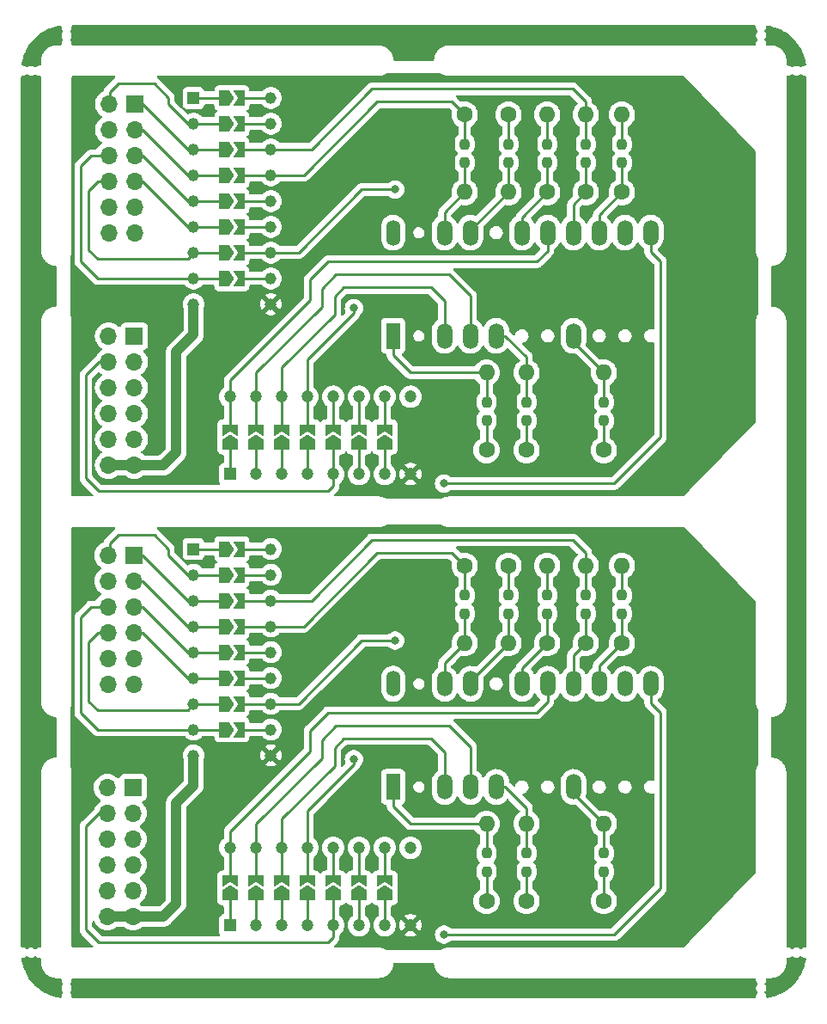
<source format=gbr>
%TF.GenerationSoftware,KiCad,Pcbnew,7.0.1*%
%TF.CreationDate,2023-05-14T01:33:17+09:00*%
%TF.ProjectId,___,62d8512e-6b69-4636-9164-5f7063625858,rev?*%
%TF.SameCoordinates,Original*%
%TF.FileFunction,Copper,L1,Top*%
%TF.FilePolarity,Positive*%
%FSLAX46Y46*%
G04 Gerber Fmt 4.6, Leading zero omitted, Abs format (unit mm)*
G04 Created by KiCad (PCBNEW 7.0.1) date 2023-05-14 01:33:17*
%MOMM*%
%LPD*%
G01*
G04 APERTURE LIST*
G04 Aperture macros list*
%AMRoundRect*
0 Rectangle with rounded corners*
0 $1 Rounding radius*
0 $2 $3 $4 $5 $6 $7 $8 $9 X,Y pos of 4 corners*
0 Add a 4 corners polygon primitive as box body*
4,1,4,$2,$3,$4,$5,$6,$7,$8,$9,$2,$3,0*
0 Add four circle primitives for the rounded corners*
1,1,$1+$1,$2,$3*
1,1,$1+$1,$4,$5*
1,1,$1+$1,$6,$7*
1,1,$1+$1,$8,$9*
0 Add four rect primitives between the rounded corners*
20,1,$1+$1,$2,$3,$4,$5,0*
20,1,$1+$1,$4,$5,$6,$7,0*
20,1,$1+$1,$6,$7,$8,$9,0*
20,1,$1+$1,$8,$9,$2,$3,0*%
%AMFreePoly0*
4,1,6,1.000000,0.000000,0.500000,-0.750000,-0.500000,-0.750000,-0.500000,0.750000,0.500000,0.750000,1.000000,0.000000,1.000000,0.000000,$1*%
%AMFreePoly1*
4,1,6,0.500000,-0.750000,-0.650000,-0.750000,-0.150000,0.000000,-0.650000,0.750000,0.500000,0.750000,0.500000,-0.750000,0.500000,-0.750000,$1*%
G04 Aperture macros list end*
%TA.AperFunction,ComponentPad*%
%ADD10R,1.700000X1.700000*%
%TD*%
%TA.AperFunction,ComponentPad*%
%ADD11O,1.700000X1.700000*%
%TD*%
%TA.AperFunction,ComponentPad*%
%ADD12C,1.600000*%
%TD*%
%TA.AperFunction,SMDPad,CuDef*%
%ADD13RoundRect,0.237500X0.237500X-0.250000X0.237500X0.250000X-0.237500X0.250000X-0.237500X-0.250000X0*%
%TD*%
%TA.AperFunction,ComponentPad*%
%ADD14O,1.600000X1.600000*%
%TD*%
%TA.AperFunction,ComponentPad*%
%ADD15R,1.150000X1.150000*%
%TD*%
%TA.AperFunction,SMDPad,CuDef*%
%ADD16FreePoly0,0.000000*%
%TD*%
%TA.AperFunction,ComponentPad*%
%ADD17C,1.150000*%
%TD*%
%TA.AperFunction,SMDPad,CuDef*%
%ADD18FreePoly1,0.000000*%
%TD*%
%TA.AperFunction,ComponentPad*%
%ADD19R,1.200000X1.200000*%
%TD*%
%TA.AperFunction,SMDPad,CuDef*%
%ADD20FreePoly0,90.000000*%
%TD*%
%TA.AperFunction,ComponentPad*%
%ADD21C,1.200000*%
%TD*%
%TA.AperFunction,SMDPad,CuDef*%
%ADD22FreePoly1,90.000000*%
%TD*%
%TA.AperFunction,SMDPad,CuDef*%
%ADD23RoundRect,0.237500X-0.237500X0.250000X-0.237500X-0.250000X0.237500X-0.250000X0.237500X0.250000X0*%
%TD*%
%TA.AperFunction,ComponentPad*%
%ADD24R,1.400000X2.524000*%
%TD*%
%TA.AperFunction,ComponentPad*%
%ADD25O,1.524000X2.524000*%
%TD*%
%TA.AperFunction,ComponentPad*%
%ADD26O,1.400000X2.524000*%
%TD*%
%TA.AperFunction,ViaPad*%
%ADD27C,0.800000*%
%TD*%
%TA.AperFunction,Conductor*%
%ADD28C,0.250000*%
%TD*%
%TA.AperFunction,Conductor*%
%ADD29C,1.000000*%
%TD*%
G04 APERTURE END LIST*
D10*
%TO.P,J2,1*%
%TO.N,N/C*%
X182330500Y-95565000D03*
D11*
%TO.P,J2,2*%
X182330500Y-98105000D03*
%TO.P,J2,3*%
X182330500Y-100645000D03*
%TO.P,J2,4*%
X182330500Y-103185000D03*
%TO.P,J2,5*%
X182330500Y-105725000D03*
%TO.P,J2,6*%
X182330500Y-108265000D03*
%TO.P,J2,7*%
X179790500Y-95565000D03*
%TO.P,J2,8*%
X179790500Y-98105000D03*
%TO.P,J2,9*%
X179790500Y-100645000D03*
%TO.P,J2,10*%
X179790500Y-103185000D03*
%TO.P,J2,11*%
X179790500Y-105725000D03*
%TO.P,J2,12*%
X179790500Y-108265000D03*
%TD*%
D10*
%TO.P,J1,1*%
%TO.N,N/C*%
X182392500Y-72705000D03*
D11*
%TO.P,J1,2*%
X182392500Y-75245000D03*
%TO.P,J1,3*%
X182392500Y-77785000D03*
%TO.P,J1,4*%
X182392500Y-80325000D03*
%TO.P,J1,5*%
X182392500Y-82865000D03*
%TO.P,J1,6*%
X182392500Y-85405000D03*
%TO.P,J1,7*%
X179852500Y-72705000D03*
%TO.P,J1,8*%
X179852500Y-75245000D03*
%TO.P,J1,9*%
X179852500Y-77785000D03*
%TO.P,J1,10*%
X179852500Y-80325000D03*
%TO.P,J1,11*%
X179852500Y-82865000D03*
%TO.P,J1,12*%
X179852500Y-85405000D03*
%TD*%
D10*
%TO.P,J2,1*%
%TO.N,N/C*%
X182454500Y-51115000D03*
D11*
%TO.P,J2,2*%
X182454500Y-53655000D03*
%TO.P,J2,3*%
X182454500Y-56195000D03*
%TO.P,J2,4*%
X182454500Y-58735000D03*
%TO.P,J2,5*%
X182454500Y-61275000D03*
%TO.P,J2,6*%
X182454500Y-63815000D03*
%TO.P,J2,7*%
X179914500Y-51115000D03*
%TO.P,J2,8*%
X179914500Y-53655000D03*
%TO.P,J2,9*%
X179914500Y-56195000D03*
%TO.P,J2,10*%
X179914500Y-58735000D03*
%TO.P,J2,11*%
X179914500Y-61275000D03*
%TO.P,J2,12*%
X179914500Y-63815000D03*
%TD*%
D10*
%TO.P,J1,1*%
%TO.N,N/C*%
X182457500Y-28255000D03*
D11*
%TO.P,J1,2*%
X182457500Y-30795000D03*
%TO.P,J1,3*%
X182457500Y-33335000D03*
%TO.P,J1,4*%
X182457500Y-35875000D03*
%TO.P,J1,5*%
X182457500Y-38415000D03*
%TO.P,J1,6*%
X182457500Y-40955000D03*
%TO.P,J1,7*%
X179917500Y-28255000D03*
%TO.P,J1,8*%
X179917500Y-30795000D03*
%TO.P,J1,9*%
X179917500Y-33335000D03*
%TO.P,J1,10*%
X179917500Y-35875000D03*
%TO.P,J1,11*%
X179917500Y-38415000D03*
%TO.P,J1,12*%
X179917500Y-40955000D03*
%TD*%
D12*
%TO.P,R2,1*%
%TO.N,Board_1-Net-(DS1-ANODE_G)*%
X223144500Y-81356000D03*
D13*
X223144500Y-78458500D03*
%TO.P,R2,2*%
%TO.N,Board_1-Net-(IC1-O8)*%
X223144500Y-76633500D03*
D14*
X223144500Y-73736000D03*
%TD*%
D12*
%TO.P,R2,1*%
%TO.N,Board_0-Net-(DS1-ANODE_G)*%
X223144500Y-36938000D03*
D13*
X223144500Y-34040500D03*
%TO.P,R2,2*%
%TO.N,Board_0-Net-(IC1-O8)*%
X223144500Y-32215500D03*
D14*
X223144500Y-29318000D03*
%TD*%
D12*
%TO.P,R8,1*%
%TO.N,Board_1-Net-(IC1-O7)*%
X228732500Y-106756000D03*
D13*
X228732500Y-103858500D03*
%TO.P,R8,2*%
%TO.N,Board_1-Net-(DS1-ANODE_DP)*%
X228732500Y-102033500D03*
D14*
X228732500Y-99136000D03*
%TD*%
D12*
%TO.P,R8,1*%
%TO.N,Board_0-Net-(IC1-O7)*%
X228732500Y-62338000D03*
D13*
X228732500Y-59440500D03*
%TO.P,R8,2*%
%TO.N,Board_0-Net-(DS1-ANODE_DP)*%
X228732500Y-57615500D03*
D14*
X228732500Y-54718000D03*
%TD*%
D15*
%TO.P,IC1,1,I1*%
%TO.N,Board_1-Net-(IC1-I1)*%
X188293500Y-72085000D03*
D16*
X191341500Y-72085000D03*
D17*
%TO.P,IC1,2,I2*%
%TO.N,Board_1-Net-(IC1-I2)*%
X188293500Y-74625000D03*
D16*
X191341500Y-74625000D03*
D17*
%TO.P,IC1,3,I3*%
%TO.N,Board_1-Net-(IC1-I3)*%
X188293500Y-77165000D03*
D16*
X191341500Y-77165000D03*
D17*
%TO.P,IC1,4,I4*%
%TO.N,Board_1-Net-(IC1-I4)*%
X188293500Y-79705000D03*
D16*
X191341500Y-79705000D03*
D17*
%TO.P,IC1,5,I5*%
%TO.N,Board_1-Net-(IC1-I5)*%
X188293500Y-82245000D03*
D16*
X191341500Y-82245000D03*
D17*
%TO.P,IC1,6,I6*%
%TO.N,Board_1-Net-(IC1-I6)*%
X188293500Y-84785000D03*
D16*
X191341500Y-84785000D03*
D17*
%TO.P,IC1,7,I7*%
%TO.N,Board_1-Net-(IC1-I7)*%
X188293500Y-87325000D03*
D16*
X191341500Y-87325000D03*
D17*
%TO.P,IC1,8,I8*%
%TO.N,Board_1-Net-(IC1-I8)*%
X188293500Y-89865000D03*
D16*
X191341500Y-89865000D03*
D17*
%TO.P,IC1,9,VCC*%
%TO.N,Board_1-VCC*%
X188293500Y-92405000D03*
%TO.P,IC1,10,GND*%
%TO.N,Board_1-GND*%
X195913500Y-92405000D03*
D18*
%TO.P,IC1,11,O8*%
%TO.N,Board_1-Net-(IC1-O8)*%
X192791500Y-89865000D03*
D17*
X195913500Y-89865000D03*
D18*
%TO.P,IC1,12,O7*%
%TO.N,Board_1-Net-(IC1-O7)*%
X192791500Y-87325000D03*
D17*
X195913500Y-87325000D03*
D18*
%TO.P,IC1,13,O6*%
%TO.N,Board_1-Net-(IC1-O6)*%
X192791500Y-84785000D03*
D17*
X195913500Y-84785000D03*
D18*
%TO.P,IC1,14,O5*%
%TO.N,Board_1-Net-(IC1-O5)*%
X192791500Y-82245000D03*
D17*
X195913500Y-82245000D03*
D18*
%TO.P,IC1,15,O4*%
%TO.N,Board_1-Net-(IC1-O4)*%
X192791500Y-79705000D03*
D17*
X195913500Y-79705000D03*
D18*
%TO.P,IC1,16,O3*%
%TO.N,Board_1-Net-(IC1-O3)*%
X192791500Y-77165000D03*
D17*
X195913500Y-77165000D03*
D18*
%TO.P,IC1,17,O2*%
%TO.N,Board_1-Net-(IC1-O2)*%
X192791500Y-74625000D03*
D17*
X195913500Y-74625000D03*
D18*
%TO.P,IC1,18,O1*%
%TO.N,Board_1-Net-(IC1-O1)*%
X192791500Y-72085000D03*
D17*
X195913500Y-72085000D03*
%TD*%
D15*
%TO.P,IC1,1,I1*%
%TO.N,Board_0-Net-(IC1-I1)*%
X188293500Y-27667000D03*
D16*
X191341500Y-27667000D03*
D17*
%TO.P,IC1,2,I2*%
%TO.N,Board_0-Net-(IC1-I2)*%
X188293500Y-30207000D03*
D16*
X191341500Y-30207000D03*
D17*
%TO.P,IC1,3,I3*%
%TO.N,Board_0-Net-(IC1-I3)*%
X188293500Y-32747000D03*
D16*
X191341500Y-32747000D03*
D17*
%TO.P,IC1,4,I4*%
%TO.N,Board_0-Net-(IC1-I4)*%
X188293500Y-35287000D03*
D16*
X191341500Y-35287000D03*
D17*
%TO.P,IC1,5,I5*%
%TO.N,Board_0-Net-(IC1-I5)*%
X188293500Y-37827000D03*
D16*
X191341500Y-37827000D03*
D17*
%TO.P,IC1,6,I6*%
%TO.N,Board_0-Net-(IC1-I6)*%
X188293500Y-40367000D03*
D16*
X191341500Y-40367000D03*
D17*
%TO.P,IC1,7,I7*%
%TO.N,Board_0-Net-(IC1-I7)*%
X188293500Y-42907000D03*
D16*
X191341500Y-42907000D03*
D17*
%TO.P,IC1,8,I8*%
%TO.N,Board_0-Net-(IC1-I8)*%
X188293500Y-45447000D03*
D16*
X191341500Y-45447000D03*
D17*
%TO.P,IC1,9,VCC*%
%TO.N,Board_0-VCC*%
X188293500Y-47987000D03*
%TO.P,IC1,10,GND*%
%TO.N,Board_0-GND*%
X195913500Y-47987000D03*
D18*
%TO.P,IC1,11,O8*%
%TO.N,Board_0-Net-(IC1-O8)*%
X192791500Y-45447000D03*
D17*
X195913500Y-45447000D03*
D18*
%TO.P,IC1,12,O7*%
%TO.N,Board_0-Net-(IC1-O7)*%
X192791500Y-42907000D03*
D17*
X195913500Y-42907000D03*
D18*
%TO.P,IC1,13,O6*%
%TO.N,Board_0-Net-(IC1-O6)*%
X192791500Y-40367000D03*
D17*
X195913500Y-40367000D03*
D18*
%TO.P,IC1,14,O5*%
%TO.N,Board_0-Net-(IC1-O5)*%
X192791500Y-37827000D03*
D17*
X195913500Y-37827000D03*
D18*
%TO.P,IC1,15,O4*%
%TO.N,Board_0-Net-(IC1-O4)*%
X192791500Y-35287000D03*
D17*
X195913500Y-35287000D03*
D18*
%TO.P,IC1,16,O3*%
%TO.N,Board_0-Net-(IC1-O3)*%
X192791500Y-32747000D03*
D17*
X195913500Y-32747000D03*
D18*
%TO.P,IC1,17,O2*%
%TO.N,Board_0-Net-(IC1-O2)*%
X192791500Y-30207000D03*
D17*
X195913500Y-30207000D03*
D18*
%TO.P,IC1,18,O1*%
%TO.N,Board_0-Net-(IC1-O1)*%
X192791500Y-27667000D03*
D17*
X195913500Y-27667000D03*
%TD*%
D19*
%TO.P,IC2,1,I1*%
%TO.N,Board_0-Net-(J2-Pin_4)*%
X191902500Y-64714000D03*
D20*
X191902500Y-61772000D03*
D21*
%TO.P,IC2,2,I2*%
%TO.N,Board_0-Net-(J2-Pin_3)*%
X194442500Y-64714000D03*
D20*
X194442500Y-61772000D03*
D21*
%TO.P,IC2,3,I3*%
%TO.N,Board_0-Net-(J2-Pin_2)*%
X196982500Y-64714000D03*
D20*
X196982500Y-61772000D03*
D21*
%TO.P,IC2,4,I4*%
%TO.N,Board_0-Net-(J2-Pin_1)*%
X199522500Y-64714000D03*
D20*
X199522500Y-61772000D03*
D21*
%TO.P,IC2,5,I5*%
%TO.N,Board_0-Net-(J2-Pin_8)*%
X202062500Y-64714000D03*
D20*
X202062500Y-61772000D03*
D21*
%TO.P,IC2,6,I6*%
%TO.N,Board_0-Net-(J2-Pin_7)*%
X204602500Y-64714000D03*
D20*
X204602500Y-61772000D03*
D21*
%TO.P,IC2,7,I7*%
%TO.N,Board_0-unconnected-(Q1-I7-Pad7)*%
X207142500Y-64714000D03*
D20*
X207142500Y-61772000D03*
D21*
%TO.P,IC2,8,GND*%
%TO.N,Board_0-GND*%
X209682500Y-64714000D03*
%TO.P,IC2,9,COMMON*%
%TO.N,Board_0-unconnected-(Q1-COMMON-Pad9)*%
X209682500Y-57094000D03*
D22*
%TO.P,IC2,10,O7*%
%TO.N,Board_0-unconnected-(Q1-O7-Pad10)*%
X207142500Y-60322000D03*
D21*
X207142500Y-57094000D03*
D22*
%TO.P,IC2,11,O6*%
%TO.N,Board_0-Net-(DS1-KATHODE_5)*%
X204602500Y-60322000D03*
D21*
X204602500Y-57094000D03*
D22*
%TO.P,IC2,12,O5*%
%TO.N,Board_0-Net-(DS1-KATHODE_6)*%
X202062500Y-60322000D03*
D21*
X202062500Y-57094000D03*
D22*
%TO.P,IC2,13,O4*%
%TO.N,Board_0-Net-(DS1-KATHODE_1)*%
X199522500Y-60322000D03*
D21*
X199522500Y-57094000D03*
D22*
%TO.P,IC2,14,O3*%
%TO.N,Board_0-Net-(DS1-KATHODE_2)*%
X196982500Y-60322000D03*
D21*
X196982500Y-57094000D03*
D22*
%TO.P,IC2,15,O2*%
%TO.N,Board_0-Net-(DS1-KATHODE_3)*%
X194442500Y-60322000D03*
D21*
X194442500Y-57094000D03*
D22*
%TO.P,IC2,16,O1*%
%TO.N,Board_0-Net-(DS1-KATHODE_4)*%
X191902500Y-60322000D03*
D21*
X191902500Y-57094000D03*
%TD*%
D19*
%TO.P,IC2,1,I1*%
%TO.N,Board_1-Net-(J2-Pin_4)*%
X191902500Y-109132000D03*
D20*
X191902500Y-106190000D03*
D21*
%TO.P,IC2,2,I2*%
%TO.N,Board_1-Net-(J2-Pin_3)*%
X194442500Y-109132000D03*
D20*
X194442500Y-106190000D03*
D21*
%TO.P,IC2,3,I3*%
%TO.N,Board_1-Net-(J2-Pin_2)*%
X196982500Y-109132000D03*
D20*
X196982500Y-106190000D03*
D21*
%TO.P,IC2,4,I4*%
%TO.N,Board_1-Net-(J2-Pin_1)*%
X199522500Y-109132000D03*
D20*
X199522500Y-106190000D03*
D21*
%TO.P,IC2,5,I5*%
%TO.N,Board_1-Net-(J2-Pin_8)*%
X202062500Y-109132000D03*
D20*
X202062500Y-106190000D03*
D21*
%TO.P,IC2,6,I6*%
%TO.N,Board_1-Net-(J2-Pin_7)*%
X204602500Y-109132000D03*
D20*
X204602500Y-106190000D03*
D21*
%TO.P,IC2,7,I7*%
%TO.N,Board_1-unconnected-(Q1-I7-Pad7)*%
X207142500Y-109132000D03*
D20*
X207142500Y-106190000D03*
D21*
%TO.P,IC2,8,GND*%
%TO.N,Board_1-GND*%
X209682500Y-109132000D03*
%TO.P,IC2,9,COMMON*%
%TO.N,Board_1-unconnected-(Q1-COMMON-Pad9)*%
X209682500Y-101512000D03*
D22*
%TO.P,IC2,10,O7*%
%TO.N,Board_1-unconnected-(Q1-O7-Pad10)*%
X207142500Y-104740000D03*
D21*
X207142500Y-101512000D03*
D22*
%TO.P,IC2,11,O6*%
%TO.N,Board_1-Net-(DS1-KATHODE_5)*%
X204602500Y-104740000D03*
D21*
X204602500Y-101512000D03*
D22*
%TO.P,IC2,12,O5*%
%TO.N,Board_1-Net-(DS1-KATHODE_6)*%
X202062500Y-104740000D03*
D21*
X202062500Y-101512000D03*
D22*
%TO.P,IC2,13,O4*%
%TO.N,Board_1-Net-(DS1-KATHODE_1)*%
X199522500Y-104740000D03*
D21*
X199522500Y-101512000D03*
D22*
%TO.P,IC2,14,O3*%
%TO.N,Board_1-Net-(DS1-KATHODE_2)*%
X196982500Y-104740000D03*
D21*
X196982500Y-101512000D03*
D22*
%TO.P,IC2,15,O2*%
%TO.N,Board_1-Net-(DS1-KATHODE_3)*%
X194442500Y-104740000D03*
D21*
X194442500Y-101512000D03*
D22*
%TO.P,IC2,16,O1*%
%TO.N,Board_1-Net-(DS1-KATHODE_4)*%
X191902500Y-104740000D03*
D21*
X191902500Y-101512000D03*
%TD*%
D12*
%TO.P,R5,1*%
%TO.N,Board_1-Net-(IC1-O4)*%
X215016500Y-73736000D03*
D23*
X215016500Y-76633500D03*
%TO.P,R5,2*%
%TO.N,Board_1-Net-(DS1-ANODE_B)*%
X215016500Y-78458500D03*
D14*
X215016500Y-81356000D03*
%TD*%
D12*
%TO.P,R5,1*%
%TO.N,Board_0-Net-(IC1-O4)*%
X215016500Y-29318000D03*
D23*
X215016500Y-32215500D03*
%TO.P,R5,2*%
%TO.N,Board_0-Net-(DS1-ANODE_B)*%
X215016500Y-34040500D03*
D14*
X215016500Y-36938000D03*
%TD*%
D12*
%TO.P,R4,1*%
%TO.N,Board_1-Net-(DS1-ANODE_A)*%
X226954500Y-81356000D03*
D13*
X226954500Y-78458500D03*
%TO.P,R4,2*%
%TO.N,Board_1-Net-(IC1-O3)*%
X226954500Y-76633500D03*
D14*
X226954500Y-73736000D03*
%TD*%
D12*
%TO.P,R4,1*%
%TO.N,Board_0-Net-(DS1-ANODE_A)*%
X226954500Y-36938000D03*
D13*
X226954500Y-34040500D03*
%TO.P,R4,2*%
%TO.N,Board_0-Net-(IC1-O3)*%
X226954500Y-32215500D03*
D14*
X226954500Y-29318000D03*
%TD*%
D24*
%TO.P,IC3,1,ANODE_E*%
%TO.N,Board_1-Net-(DS1-ANODE_E)*%
X207968000Y-95516000D03*
D25*
%TO.P,IC3,3,KATHODE_2*%
%TO.N,Board_1-Net-(DS1-KATHODE_2)*%
X213048000Y-95516000D03*
%TO.P,IC3,4,KATHODE_3*%
%TO.N,Board_1-Net-(DS1-KATHODE_3)*%
X215588000Y-95516000D03*
%TO.P,IC3,5,ANODE_D*%
%TO.N,Board_1-Net-(DS1-ANODE_D)*%
X218128000Y-95516000D03*
%TO.P,IC3,8,ANODE_DP*%
%TO.N,Board_1-Net-(DS1-ANODE_DP)*%
X225748000Y-95516000D03*
%TO.P,IC3,12,KATHODE_6*%
%TO.N,Board_1-Net-(DS1-KATHODE_6)*%
X233368000Y-85356000D03*
%TO.P,IC3,13,KATHODE_5*%
%TO.N,Board_1-Net-(DS1-KATHODE_5)*%
X230828000Y-85356000D03*
%TO.P,IC3,14,ANODE_F*%
%TO.N,Board_1-Net-(DS1-ANODE_F)*%
X228288000Y-85356000D03*
%TO.P,IC3,15,ANODE_A*%
%TO.N,Board_1-Net-(DS1-ANODE_A)*%
X225748000Y-85356000D03*
%TO.P,IC3,16,KATHODE_4*%
%TO.N,Board_1-Net-(DS1-KATHODE_4)*%
X223208000Y-85356000D03*
%TO.P,IC3,17,ANODE_G*%
%TO.N,Board_1-Net-(DS1-ANODE_G)*%
X220668000Y-85356000D03*
%TO.P,IC3,19,ANODE_C*%
%TO.N,Board_1-Net-(DS1-ANODE_C)*%
X215588000Y-85356000D03*
%TO.P,IC3,20,ANODE_B*%
%TO.N,Board_1-Net-(DS1-ANODE_B)*%
X213048000Y-85356000D03*
D26*
%TO.P,IC3,22,KATHODE_1*%
%TO.N,Board_1-Net-(DS1-KATHODE_1)*%
X207968000Y-85356000D03*
%TD*%
D24*
%TO.P,IC3,1,ANODE_E*%
%TO.N,Board_0-Net-(DS1-ANODE_E)*%
X207968000Y-51098000D03*
D25*
%TO.P,IC3,3,KATHODE_2*%
%TO.N,Board_0-Net-(DS1-KATHODE_2)*%
X213048000Y-51098000D03*
%TO.P,IC3,4,KATHODE_3*%
%TO.N,Board_0-Net-(DS1-KATHODE_3)*%
X215588000Y-51098000D03*
%TO.P,IC3,5,ANODE_D*%
%TO.N,Board_0-Net-(DS1-ANODE_D)*%
X218128000Y-51098000D03*
%TO.P,IC3,8,ANODE_DP*%
%TO.N,Board_0-Net-(DS1-ANODE_DP)*%
X225748000Y-51098000D03*
%TO.P,IC3,12,KATHODE_6*%
%TO.N,Board_0-Net-(DS1-KATHODE_6)*%
X233368000Y-40938000D03*
%TO.P,IC3,13,KATHODE_5*%
%TO.N,Board_0-Net-(DS1-KATHODE_5)*%
X230828000Y-40938000D03*
%TO.P,IC3,14,ANODE_F*%
%TO.N,Board_0-Net-(DS1-ANODE_F)*%
X228288000Y-40938000D03*
%TO.P,IC3,15,ANODE_A*%
%TO.N,Board_0-Net-(DS1-ANODE_A)*%
X225748000Y-40938000D03*
%TO.P,IC3,16,KATHODE_4*%
%TO.N,Board_0-Net-(DS1-KATHODE_4)*%
X223208000Y-40938000D03*
%TO.P,IC3,17,ANODE_G*%
%TO.N,Board_0-Net-(DS1-ANODE_G)*%
X220668000Y-40938000D03*
%TO.P,IC3,19,ANODE_C*%
%TO.N,Board_0-Net-(DS1-ANODE_C)*%
X215588000Y-40938000D03*
%TO.P,IC3,20,ANODE_B*%
%TO.N,Board_0-Net-(DS1-ANODE_B)*%
X213048000Y-40938000D03*
D26*
%TO.P,IC3,22,KATHODE_1*%
%TO.N,Board_0-Net-(DS1-KATHODE_1)*%
X207968000Y-40938000D03*
%TD*%
D12*
%TO.P,R6,1*%
%TO.N,Board_0-Net-(IC1-O5)*%
X219334500Y-29318000D03*
D23*
X219334500Y-32215500D03*
%TO.P,R6,2*%
%TO.N,Board_0-Net-(DS1-ANODE_C)*%
X219334500Y-34040500D03*
D14*
X219334500Y-36938000D03*
%TD*%
D12*
%TO.P,R6,1*%
%TO.N,Board_1-Net-(IC1-O5)*%
X219334500Y-73736000D03*
D23*
X219334500Y-76633500D03*
%TO.P,R6,2*%
%TO.N,Board_1-Net-(DS1-ANODE_C)*%
X219334500Y-78458500D03*
D14*
X219334500Y-81356000D03*
%TD*%
D12*
%TO.P,R7,1*%
%TO.N,Board_1-Net-(IC1-O6)*%
X221112500Y-106756000D03*
D13*
X221112500Y-103858500D03*
%TO.P,R7,2*%
%TO.N,Board_1-Net-(DS1-ANODE_D)*%
X221112500Y-102033500D03*
D14*
X221112500Y-99136000D03*
%TD*%
D12*
%TO.P,R7,1*%
%TO.N,Board_0-Net-(IC1-O6)*%
X221112500Y-62338000D03*
D13*
X221112500Y-59440500D03*
%TO.P,R7,2*%
%TO.N,Board_0-Net-(DS1-ANODE_D)*%
X221112500Y-57615500D03*
D14*
X221112500Y-54718000D03*
%TD*%
D12*
%TO.P,R1,1*%
%TO.N,Board_0-Net-(DS1-ANODE_F)*%
X230510500Y-36938000D03*
D13*
X230510500Y-34040500D03*
%TO.P,R1,2*%
%TO.N,Board_0-Net-(IC1-O1)*%
X230510500Y-32215500D03*
D14*
X230510500Y-29318000D03*
%TD*%
D12*
%TO.P,R1,1*%
%TO.N,Board_1-Net-(DS1-ANODE_F)*%
X230510500Y-81356000D03*
D13*
X230510500Y-78458500D03*
%TO.P,R1,2*%
%TO.N,Board_1-Net-(IC1-O1)*%
X230510500Y-76633500D03*
D14*
X230510500Y-73736000D03*
%TD*%
D12*
%TO.P,R3,1*%
%TO.N,Board_0-Net-(IC1-O2)*%
X217175500Y-62338000D03*
D13*
X217175500Y-59440500D03*
%TO.P,R3,2*%
%TO.N,Board_0-Net-(DS1-ANODE_E)*%
X217175500Y-57615500D03*
D14*
X217175500Y-54718000D03*
%TD*%
D12*
%TO.P,R3,1*%
%TO.N,Board_1-Net-(IC1-O2)*%
X217175500Y-106756000D03*
D13*
X217175500Y-103858500D03*
%TO.P,R3,2*%
%TO.N,Board_1-Net-(DS1-ANODE_E)*%
X217175500Y-102033500D03*
D14*
X217175500Y-99136000D03*
%TD*%
D27*
%TO.N,Board_1-Net-(IC1-O7)*%
X208158500Y-81102000D03*
%TO.N,Board_1-Net-(DS1-KATHODE_6)*%
X212984500Y-110058000D03*
%TO.N,Board_1-Net-(DS1-KATHODE_1)*%
X204094500Y-92786000D03*
%TO.N,Board_1-GND*%
X240162500Y-90754000D03*
X193807500Y-95453000D03*
X240162500Y-104724000D03*
X202062500Y-80213000D03*
X203332500Y-98755000D03*
X200030500Y-73736000D03*
X224668500Y-107518000D03*
X191140500Y-98120000D03*
X178948500Y-92532000D03*
X211460500Y-81102000D03*
X211460500Y-74371000D03*
X240162500Y-75768000D03*
X228732500Y-90754000D03*
X219080500Y-90754000D03*
%TO.N,Board_0-Net-(IC1-O7)*%
X208158500Y-36684000D03*
%TO.N,Board_0-Net-(DS1-KATHODE_6)*%
X212984500Y-65640000D03*
%TO.N,Board_0-Net-(DS1-KATHODE_1)*%
X204094500Y-48368000D03*
%TO.N,Board_0-GND*%
X240162500Y-46336000D03*
X193807500Y-51035000D03*
X240162500Y-60306000D03*
X202062500Y-35795000D03*
X203332500Y-54337000D03*
X200030500Y-29318000D03*
X224668500Y-63100000D03*
X191140500Y-53702000D03*
X178948500Y-48114000D03*
X211460500Y-36684000D03*
X211460500Y-29953000D03*
X240162500Y-31350000D03*
X228732500Y-46336000D03*
X219080500Y-46336000D03*
%TD*%
D28*
%TO.N,Board_1-unconnected-(Q1-O7-Pad10)*%
X207142500Y-104454000D02*
X207142500Y-101512000D01*
%TO.N,Board_1-unconnected-(Q1-I7-Pad7)*%
X207142500Y-109132000D02*
X207142500Y-105904000D01*
D29*
%TO.N,Board_1-VCC*%
X186568500Y-97104000D02*
X186568500Y-107010000D01*
X186568500Y-107010000D02*
X185298500Y-108280000D01*
X182566500Y-108280000D02*
X180026500Y-108280000D01*
X188293500Y-92405000D02*
X188293500Y-95379000D01*
X185298500Y-108280000D02*
X182566500Y-108280000D01*
X188293500Y-95379000D02*
X186568500Y-97104000D01*
D28*
%TO.N,Board_1-Net-(J2-Pin_8)*%
X180026500Y-98120000D02*
X178948500Y-98120000D01*
X177678500Y-109550000D02*
X178948500Y-110820000D01*
X178948500Y-98120000D02*
X177678500Y-99390000D01*
X202062500Y-110312000D02*
X202062500Y-109132000D01*
X178948500Y-110820000D02*
X201554500Y-110820000D01*
X177678500Y-99390000D02*
X177678500Y-109550000D01*
X201554500Y-110820000D02*
X202062500Y-110312000D01*
X202062500Y-109132000D02*
X202062500Y-105904000D01*
%TO.N,Board_1-Net-(J2-Pin_7)*%
X204602500Y-109132000D02*
X204602500Y-105904000D01*
%TO.N,Board_1-Net-(J2-Pin_4)*%
X191902500Y-109132000D02*
X191902500Y-106190000D01*
%TO.N,Board_1-Net-(J2-Pin_3)*%
X194442500Y-109132000D02*
X194442500Y-105904000D01*
%TO.N,Board_1-Net-(J2-Pin_2)*%
X196982500Y-109132000D02*
X196982500Y-105904000D01*
%TO.N,Board_1-Net-(J2-Pin_1)*%
X199522500Y-109132000D02*
X199522500Y-105904000D01*
%TO.N,Board_1-Net-(IC1-O8)*%
X223144500Y-76633500D02*
X223144500Y-73736000D01*
X192791500Y-89865000D02*
X195913500Y-89865000D01*
%TO.N,Board_1-Net-(IC1-O7)*%
X208158500Y-81102000D02*
X204856500Y-81102000D01*
X204856500Y-81102000D02*
X198633500Y-87325000D01*
X198633500Y-87325000D02*
X195913500Y-87325000D01*
X228732500Y-106756000D02*
X228732500Y-103858500D01*
X192791500Y-87325000D02*
X195913500Y-87325000D01*
%TO.N,Board_1-Net-(IC1-O6)*%
X221112500Y-106756000D02*
X221112500Y-103858500D01*
X192791500Y-84785000D02*
X195913500Y-84785000D01*
%TO.N,Board_1-Net-(IC1-O5)*%
X219334500Y-76633500D02*
X219334500Y-73736000D01*
X192791500Y-82245000D02*
X195913500Y-82245000D01*
%TO.N,Board_1-Net-(IC1-O4)*%
X195913500Y-79705000D02*
X199141500Y-79705000D01*
X199141500Y-79705000D02*
X206380500Y-72466000D01*
X206380500Y-72466000D02*
X213746500Y-72466000D01*
X213746500Y-72466000D02*
X215016500Y-73736000D01*
X192791500Y-79705000D02*
X195913500Y-79705000D01*
X215016500Y-76633500D02*
X215016500Y-73736000D01*
%TO.N,Board_1-Net-(IC1-O3)*%
X226954500Y-72466000D02*
X226954500Y-73736000D01*
X195913500Y-77165000D02*
X199903500Y-77165000D01*
X205872500Y-71196000D02*
X225684500Y-71196000D01*
X226954500Y-76633500D02*
X226954500Y-73736000D01*
X199903500Y-77165000D02*
X205872500Y-71196000D01*
X192791500Y-77165000D02*
X195913500Y-77165000D01*
X225684500Y-71196000D02*
X226954500Y-72466000D01*
%TO.N,Board_1-Net-(IC1-O2)*%
X217175500Y-103858500D02*
X217175500Y-106756000D01*
X192791500Y-74625000D02*
X195913500Y-74625000D01*
%TO.N,Board_1-Net-(IC1-O1)*%
X192791500Y-72085000D02*
X195913500Y-72085000D01*
X230510500Y-76633500D02*
X230510500Y-73736000D01*
%TO.N,Board_1-Net-(IC1-I8)*%
X188293500Y-89865000D02*
X191341500Y-89865000D01*
X180026500Y-77800000D02*
X178186500Y-77800000D01*
X177170500Y-88214000D02*
X178821500Y-89865000D01*
X178186500Y-77800000D02*
X177170500Y-78816000D01*
X178821500Y-89865000D02*
X188276500Y-89865000D01*
X177170500Y-78816000D02*
X177170500Y-88214000D01*
%TO.N,Board_1-Net-(IC1-I7)*%
X177932500Y-87071000D02*
X178821500Y-87960000D01*
X178821500Y-87960000D02*
X187711500Y-87960000D01*
X178821500Y-80340000D02*
X177932500Y-81229000D01*
X188293500Y-87325000D02*
X191341500Y-87325000D01*
X187711500Y-87960000D02*
X188276500Y-87395000D01*
X177932500Y-81229000D02*
X177932500Y-87071000D01*
X188276500Y-87395000D02*
X188276500Y-87325000D01*
X180026500Y-80340000D02*
X178821500Y-80340000D01*
%TO.N,Board_1-Net-(IC1-I6)*%
X183266500Y-80340000D02*
X187711500Y-84785000D01*
X187711500Y-84785000D02*
X188276500Y-84785000D01*
X182566500Y-80340000D02*
X183266500Y-80340000D01*
X188293500Y-84785000D02*
X191341500Y-84785000D01*
%TO.N,Board_1-Net-(IC1-I5)*%
X187711500Y-82245000D02*
X188276500Y-82245000D01*
X188293500Y-82245000D02*
X191341500Y-82245000D01*
X183266500Y-77800000D02*
X187711500Y-82245000D01*
X182566500Y-77800000D02*
X183266500Y-77800000D01*
%TO.N,Board_1-Net-(IC1-I4)*%
X188293500Y-79705000D02*
X191341500Y-79705000D01*
X183266500Y-75260000D02*
X187711500Y-79705000D01*
X182566500Y-75260000D02*
X183266500Y-75260000D01*
X187711500Y-79705000D02*
X188293500Y-79705000D01*
%TO.N,Board_1-Net-(IC1-I3)*%
X182566500Y-72720000D02*
X183266500Y-72720000D01*
X183266500Y-72720000D02*
X187711500Y-77165000D01*
X187711500Y-77165000D02*
X188276500Y-77165000D01*
X188293500Y-77165000D02*
X191341500Y-77165000D01*
%TO.N,Board_1-Net-(IC1-I2)*%
X185806500Y-72720000D02*
X187711500Y-74625000D01*
X188293500Y-74625000D02*
X191341500Y-74625000D01*
X187711500Y-74625000D02*
X188293500Y-74625000D01*
X185806500Y-72085000D02*
X185806500Y-72720000D01*
X184409500Y-70688000D02*
X185806500Y-72085000D01*
X180853500Y-70688000D02*
X184409500Y-70688000D01*
X180026500Y-72720000D02*
X180026500Y-71515000D01*
X180026500Y-71515000D02*
X180853500Y-70688000D01*
%TO.N,Board_1-Net-(IC1-I1)*%
X188293500Y-72085000D02*
X191341500Y-72085000D01*
%TO.N,Board_1-Net-(DS1-KATHODE_6)*%
X234320500Y-88214000D02*
X233368000Y-87261500D01*
X229748500Y-110058000D02*
X234320500Y-105486000D01*
X233368000Y-87261500D02*
X233368000Y-85356000D01*
X212984500Y-110058000D02*
X229748500Y-110058000D01*
X202062500Y-104454000D02*
X202062500Y-101512000D01*
X234320500Y-105486000D02*
X234320500Y-88214000D01*
%TO.N,Board_1-Net-(DS1-KATHODE_5)*%
X204602500Y-104454000D02*
X204602500Y-101512000D01*
%TO.N,Board_1-Net-(DS1-KATHODE_4)*%
X223202500Y-87140000D02*
X223202500Y-85870000D01*
X199776500Y-89992000D02*
X201554500Y-88214000D01*
X222128500Y-88214000D02*
X223202500Y-87140000D01*
X191902500Y-99898000D02*
X199776500Y-92024000D01*
X191902500Y-104740000D02*
X191902500Y-101512000D01*
X191902500Y-101512000D02*
X191902500Y-99898000D01*
X201554500Y-88214000D02*
X222128500Y-88214000D01*
X199776500Y-92024000D02*
X199776500Y-89992000D01*
%TO.N,Board_1-Net-(DS1-KATHODE_3)*%
X200919500Y-92659000D02*
X200919500Y-90881000D01*
X200919500Y-90881000D02*
X202316500Y-89484000D01*
X213492500Y-89484000D02*
X215588000Y-91579500D01*
X194442500Y-104454000D02*
X194442500Y-101512000D01*
X194442500Y-99136000D02*
X200919500Y-92659000D01*
X215588000Y-91579500D02*
X215588000Y-95516000D01*
X194442500Y-101512000D02*
X194442500Y-99136000D01*
X202316500Y-89484000D02*
X213492500Y-89484000D01*
%TO.N,Board_1-Net-(DS1-KATHODE_2)*%
X196982500Y-98628000D02*
X202189500Y-93421000D01*
X203078500Y-90754000D02*
X211714500Y-90754000D01*
X196982500Y-101512000D02*
X196982500Y-98628000D01*
X213048000Y-92087500D02*
X213048000Y-95516000D01*
X196982500Y-104454000D02*
X196982500Y-101512000D01*
X202189500Y-93421000D02*
X202189500Y-91643000D01*
X211714500Y-90754000D02*
X213048000Y-92087500D01*
X202189500Y-91643000D02*
X203078500Y-90754000D01*
%TO.N,Board_1-Net-(DS1-KATHODE_1)*%
X204094500Y-92786000D02*
X204094500Y-93294000D01*
X204094500Y-93294000D02*
X199522500Y-97866000D01*
X199522500Y-97866000D02*
X199522500Y-101512000D01*
X199522500Y-104454000D02*
X199522500Y-101512000D01*
%TO.N,Board_1-Net-(DS1-ANODE_G)*%
X223144500Y-81356000D02*
X223144500Y-78458500D01*
X220668000Y-83832500D02*
X223144500Y-81356000D01*
X220668000Y-85356000D02*
X220668000Y-83832500D01*
%TO.N,Board_1-Net-(DS1-ANODE_F)*%
X228288000Y-83578500D02*
X230510500Y-81356000D01*
X230510500Y-78458500D02*
X230510500Y-81356000D01*
X228288000Y-85356000D02*
X228288000Y-83578500D01*
%TO.N,Board_1-Net-(DS1-ANODE_E)*%
X209682500Y-99136000D02*
X207968000Y-97421500D01*
X217175500Y-99136000D02*
X209682500Y-99136000D01*
X217175500Y-102033500D02*
X217175500Y-99136000D01*
X207968000Y-97421500D02*
X207968000Y-95516000D01*
%TO.N,Board_1-Net-(DS1-ANODE_DP)*%
X228732500Y-102033500D02*
X228732500Y-99136000D01*
X225748000Y-96151500D02*
X225748000Y-95516000D01*
X228732500Y-99136000D02*
X225748000Y-96151500D01*
%TO.N,Board_1-Net-(DS1-ANODE_D)*%
X221112500Y-97612000D02*
X219016500Y-95516000D01*
X219016500Y-95516000D02*
X218128000Y-95516000D01*
X221112500Y-99136000D02*
X221112500Y-97612000D01*
X221112500Y-102033500D02*
X221112500Y-99136000D01*
%TO.N,Board_1-Net-(DS1-ANODE_C)*%
X215588000Y-85102500D02*
X219334500Y-81356000D01*
X215588000Y-85356000D02*
X215588000Y-85102500D01*
X219334500Y-81356000D02*
X219334500Y-78458500D01*
%TO.N,Board_1-Net-(DS1-ANODE_B)*%
X213048000Y-85356000D02*
X213048000Y-83324500D01*
X215016500Y-81356000D02*
X215016500Y-78458500D01*
X213048000Y-83324500D02*
X215016500Y-81356000D01*
%TO.N,Board_1-Net-(DS1-ANODE_A)*%
X225748000Y-82562500D02*
X226954500Y-81356000D01*
X225748000Y-85356000D02*
X225748000Y-82562500D01*
X226954500Y-81356000D02*
X226954500Y-78458500D01*
%TO.N,Board_0-unconnected-(Q1-O7-Pad10)*%
X207142500Y-60036000D02*
X207142500Y-57094000D01*
%TO.N,Board_0-unconnected-(Q1-I7-Pad7)*%
X207142500Y-64714000D02*
X207142500Y-61486000D01*
D29*
%TO.N,Board_0-VCC*%
X186568500Y-52686000D02*
X186568500Y-62592000D01*
X186568500Y-62592000D02*
X185298500Y-63862000D01*
X182566500Y-63862000D02*
X180026500Y-63862000D01*
X188293500Y-47987000D02*
X188293500Y-50961000D01*
X185298500Y-63862000D02*
X182566500Y-63862000D01*
X188293500Y-50961000D02*
X186568500Y-52686000D01*
D28*
%TO.N,Board_0-Net-(J2-Pin_8)*%
X180026500Y-53702000D02*
X178948500Y-53702000D01*
X177678500Y-65132000D02*
X178948500Y-66402000D01*
X178948500Y-53702000D02*
X177678500Y-54972000D01*
X202062500Y-65894000D02*
X202062500Y-64714000D01*
X178948500Y-66402000D02*
X201554500Y-66402000D01*
X177678500Y-54972000D02*
X177678500Y-65132000D01*
X201554500Y-66402000D02*
X202062500Y-65894000D01*
X202062500Y-64714000D02*
X202062500Y-61486000D01*
%TO.N,Board_0-Net-(J2-Pin_7)*%
X204602500Y-64714000D02*
X204602500Y-61486000D01*
%TO.N,Board_0-Net-(J2-Pin_4)*%
X191902500Y-64714000D02*
X191902500Y-61772000D01*
%TO.N,Board_0-Net-(J2-Pin_3)*%
X194442500Y-64714000D02*
X194442500Y-61486000D01*
%TO.N,Board_0-Net-(J2-Pin_2)*%
X196982500Y-64714000D02*
X196982500Y-61486000D01*
%TO.N,Board_0-Net-(J2-Pin_1)*%
X199522500Y-64714000D02*
X199522500Y-61486000D01*
%TO.N,Board_0-Net-(IC1-O8)*%
X223144500Y-32215500D02*
X223144500Y-29318000D01*
X192791500Y-45447000D02*
X195913500Y-45447000D01*
%TO.N,Board_0-Net-(IC1-O7)*%
X208158500Y-36684000D02*
X204856500Y-36684000D01*
X204856500Y-36684000D02*
X198633500Y-42907000D01*
X198633500Y-42907000D02*
X195913500Y-42907000D01*
X228732500Y-62338000D02*
X228732500Y-59440500D01*
X192791500Y-42907000D02*
X195913500Y-42907000D01*
%TO.N,Board_0-Net-(IC1-O6)*%
X221112500Y-62338000D02*
X221112500Y-59440500D01*
X192791500Y-40367000D02*
X195913500Y-40367000D01*
%TO.N,Board_0-Net-(IC1-O5)*%
X219334500Y-32215500D02*
X219334500Y-29318000D01*
X192791500Y-37827000D02*
X195913500Y-37827000D01*
%TO.N,Board_0-Net-(IC1-O4)*%
X195913500Y-35287000D02*
X199141500Y-35287000D01*
X199141500Y-35287000D02*
X206380500Y-28048000D01*
X206380500Y-28048000D02*
X213746500Y-28048000D01*
X213746500Y-28048000D02*
X215016500Y-29318000D01*
X192791500Y-35287000D02*
X195913500Y-35287000D01*
X215016500Y-32215500D02*
X215016500Y-29318000D01*
%TO.N,Board_0-Net-(IC1-O3)*%
X226954500Y-28048000D02*
X226954500Y-29318000D01*
X195913500Y-32747000D02*
X199903500Y-32747000D01*
X205872500Y-26778000D02*
X225684500Y-26778000D01*
X226954500Y-32215500D02*
X226954500Y-29318000D01*
X199903500Y-32747000D02*
X205872500Y-26778000D01*
X192791500Y-32747000D02*
X195913500Y-32747000D01*
X225684500Y-26778000D02*
X226954500Y-28048000D01*
%TO.N,Board_0-Net-(IC1-O2)*%
X217175500Y-59440500D02*
X217175500Y-62338000D01*
X192791500Y-30207000D02*
X195913500Y-30207000D01*
%TO.N,Board_0-Net-(IC1-O1)*%
X192791500Y-27667000D02*
X195913500Y-27667000D01*
X230510500Y-32215500D02*
X230510500Y-29318000D01*
%TO.N,Board_0-Net-(IC1-I8)*%
X188293500Y-45447000D02*
X191341500Y-45447000D01*
X180026500Y-33382000D02*
X178186500Y-33382000D01*
X177170500Y-43796000D02*
X178821500Y-45447000D01*
X178186500Y-33382000D02*
X177170500Y-34398000D01*
X178821500Y-45447000D02*
X188276500Y-45447000D01*
X177170500Y-34398000D02*
X177170500Y-43796000D01*
%TO.N,Board_0-Net-(IC1-I7)*%
X177932500Y-42653000D02*
X178821500Y-43542000D01*
X178821500Y-43542000D02*
X187711500Y-43542000D01*
X178821500Y-35922000D02*
X177932500Y-36811000D01*
X188293500Y-42907000D02*
X191341500Y-42907000D01*
X187711500Y-43542000D02*
X188276500Y-42977000D01*
X177932500Y-36811000D02*
X177932500Y-42653000D01*
X188276500Y-42977000D02*
X188276500Y-42907000D01*
X180026500Y-35922000D02*
X178821500Y-35922000D01*
%TO.N,Board_0-Net-(IC1-I6)*%
X183266500Y-35922000D02*
X187711500Y-40367000D01*
X187711500Y-40367000D02*
X188276500Y-40367000D01*
X182566500Y-35922000D02*
X183266500Y-35922000D01*
X188293500Y-40367000D02*
X191341500Y-40367000D01*
%TO.N,Board_0-Net-(IC1-I5)*%
X187711500Y-37827000D02*
X188276500Y-37827000D01*
X188293500Y-37827000D02*
X191341500Y-37827000D01*
X183266500Y-33382000D02*
X187711500Y-37827000D01*
X182566500Y-33382000D02*
X183266500Y-33382000D01*
%TO.N,Board_0-Net-(IC1-I4)*%
X188293500Y-35287000D02*
X191341500Y-35287000D01*
X183266500Y-30842000D02*
X187711500Y-35287000D01*
X182566500Y-30842000D02*
X183266500Y-30842000D01*
X187711500Y-35287000D02*
X188293500Y-35287000D01*
%TO.N,Board_0-Net-(IC1-I3)*%
X182566500Y-28302000D02*
X183266500Y-28302000D01*
X183266500Y-28302000D02*
X187711500Y-32747000D01*
X187711500Y-32747000D02*
X188276500Y-32747000D01*
X188293500Y-32747000D02*
X191341500Y-32747000D01*
%TO.N,Board_0-Net-(IC1-I2)*%
X185806500Y-28302000D02*
X187711500Y-30207000D01*
X188293500Y-30207000D02*
X191341500Y-30207000D01*
X187711500Y-30207000D02*
X188293500Y-30207000D01*
X185806500Y-27667000D02*
X185806500Y-28302000D01*
X184409500Y-26270000D02*
X185806500Y-27667000D01*
X180853500Y-26270000D02*
X184409500Y-26270000D01*
X180026500Y-28302000D02*
X180026500Y-27097000D01*
X180026500Y-27097000D02*
X180853500Y-26270000D01*
%TO.N,Board_0-Net-(IC1-I1)*%
X188293500Y-27667000D02*
X191341500Y-27667000D01*
%TO.N,Board_0-Net-(DS1-KATHODE_6)*%
X234320500Y-43796000D02*
X233368000Y-42843500D01*
X229748500Y-65640000D02*
X234320500Y-61068000D01*
X233368000Y-42843500D02*
X233368000Y-40938000D01*
X212984500Y-65640000D02*
X229748500Y-65640000D01*
X202062500Y-60036000D02*
X202062500Y-57094000D01*
X234320500Y-61068000D02*
X234320500Y-43796000D01*
%TO.N,Board_0-Net-(DS1-KATHODE_5)*%
X204602500Y-60036000D02*
X204602500Y-57094000D01*
%TO.N,Board_0-Net-(DS1-KATHODE_4)*%
X223202500Y-42722000D02*
X223202500Y-41452000D01*
X199776500Y-45574000D02*
X201554500Y-43796000D01*
X222128500Y-43796000D02*
X223202500Y-42722000D01*
X191902500Y-55480000D02*
X199776500Y-47606000D01*
X191902500Y-60322000D02*
X191902500Y-57094000D01*
X191902500Y-57094000D02*
X191902500Y-55480000D01*
X201554500Y-43796000D02*
X222128500Y-43796000D01*
X199776500Y-47606000D02*
X199776500Y-45574000D01*
%TO.N,Board_0-Net-(DS1-KATHODE_3)*%
X200919500Y-48241000D02*
X200919500Y-46463000D01*
X200919500Y-46463000D02*
X202316500Y-45066000D01*
X213492500Y-45066000D02*
X215588000Y-47161500D01*
X194442500Y-60036000D02*
X194442500Y-57094000D01*
X194442500Y-54718000D02*
X200919500Y-48241000D01*
X215588000Y-47161500D02*
X215588000Y-51098000D01*
X194442500Y-57094000D02*
X194442500Y-54718000D01*
X202316500Y-45066000D02*
X213492500Y-45066000D01*
%TO.N,Board_0-Net-(DS1-KATHODE_2)*%
X196982500Y-54210000D02*
X202189500Y-49003000D01*
X203078500Y-46336000D02*
X211714500Y-46336000D01*
X196982500Y-57094000D02*
X196982500Y-54210000D01*
X213048000Y-47669500D02*
X213048000Y-51098000D01*
X196982500Y-60036000D02*
X196982500Y-57094000D01*
X202189500Y-49003000D02*
X202189500Y-47225000D01*
X211714500Y-46336000D02*
X213048000Y-47669500D01*
X202189500Y-47225000D02*
X203078500Y-46336000D01*
%TO.N,Board_0-Net-(DS1-KATHODE_1)*%
X204094500Y-48368000D02*
X204094500Y-48876000D01*
X204094500Y-48876000D02*
X199522500Y-53448000D01*
X199522500Y-53448000D02*
X199522500Y-57094000D01*
X199522500Y-60036000D02*
X199522500Y-57094000D01*
%TO.N,Board_0-Net-(DS1-ANODE_G)*%
X223144500Y-36938000D02*
X223144500Y-34040500D01*
X220668000Y-39414500D02*
X223144500Y-36938000D01*
X220668000Y-40938000D02*
X220668000Y-39414500D01*
%TO.N,Board_0-Net-(DS1-ANODE_F)*%
X228288000Y-39160500D02*
X230510500Y-36938000D01*
X230510500Y-34040500D02*
X230510500Y-36938000D01*
X228288000Y-40938000D02*
X228288000Y-39160500D01*
%TO.N,Board_0-Net-(DS1-ANODE_E)*%
X209682500Y-54718000D02*
X207968000Y-53003500D01*
X217175500Y-54718000D02*
X209682500Y-54718000D01*
X217175500Y-57615500D02*
X217175500Y-54718000D01*
X207968000Y-53003500D02*
X207968000Y-51098000D01*
%TO.N,Board_0-Net-(DS1-ANODE_DP)*%
X228732500Y-57615500D02*
X228732500Y-54718000D01*
X225748000Y-51733500D02*
X225748000Y-51098000D01*
X228732500Y-54718000D02*
X225748000Y-51733500D01*
%TO.N,Board_0-Net-(DS1-ANODE_D)*%
X221112500Y-53194000D02*
X219016500Y-51098000D01*
X219016500Y-51098000D02*
X218128000Y-51098000D01*
X221112500Y-54718000D02*
X221112500Y-53194000D01*
X221112500Y-57615500D02*
X221112500Y-54718000D01*
%TO.N,Board_0-Net-(DS1-ANODE_C)*%
X215588000Y-40684500D02*
X219334500Y-36938000D01*
X215588000Y-40938000D02*
X215588000Y-40684500D01*
X219334500Y-36938000D02*
X219334500Y-34040500D01*
%TO.N,Board_0-Net-(DS1-ANODE_B)*%
X213048000Y-40938000D02*
X213048000Y-38906500D01*
X215016500Y-36938000D02*
X215016500Y-34040500D01*
X213048000Y-38906500D02*
X215016500Y-36938000D01*
%TO.N,Board_0-Net-(DS1-ANODE_A)*%
X225748000Y-38144500D02*
X226954500Y-36938000D01*
X225748000Y-40938000D02*
X225748000Y-38144500D01*
X226954500Y-36938000D02*
X226954500Y-34040500D01*
%TD*%
%TA.AperFunction,NonConductor*%
G36*
X243664000Y-20517113D02*
G01*
X243709387Y-20562500D01*
X243726000Y-20624500D01*
X243726000Y-20738628D01*
X243766547Y-20876720D01*
X243766548Y-20876721D01*
X243853996Y-21012794D01*
X243851037Y-21014695D01*
X243872695Y-21048394D01*
X243872700Y-21118256D01*
X243851037Y-21151971D01*
X243853996Y-21153873D01*
X243844356Y-21168872D01*
X243844357Y-21168872D01*
X243766547Y-21289947D01*
X243726000Y-21428039D01*
X243726000Y-21571961D01*
X243766547Y-21710053D01*
X243766548Y-21710054D01*
X243853996Y-21846127D01*
X243851037Y-21848028D01*
X243872693Y-21881716D01*
X243872703Y-21951582D01*
X243851037Y-21985305D01*
X243853996Y-21987207D01*
X243766547Y-22123281D01*
X243726000Y-22261373D01*
X243726000Y-22375500D01*
X243709387Y-22437500D01*
X243664000Y-22482887D01*
X243602000Y-22499500D01*
X213527101Y-22499500D01*
X213514466Y-22498751D01*
X213485479Y-22499463D01*
X213482438Y-22499500D01*
X213445773Y-22499500D01*
X213441288Y-22499345D01*
X213419901Y-22500922D01*
X213413830Y-22501221D01*
X213393353Y-22501724D01*
X213391869Y-22501975D01*
X213368731Y-22503682D01*
X213367225Y-22503651D01*
X213346915Y-22506156D01*
X213340868Y-22506752D01*
X213320429Y-22508260D01*
X213318957Y-22508584D01*
X213295957Y-22511421D01*
X213294449Y-22511464D01*
X213274262Y-22514967D01*
X213268249Y-22515859D01*
X213247936Y-22518364D01*
X213246478Y-22518761D01*
X213223643Y-22522723D01*
X213222138Y-22522840D01*
X213202157Y-22527327D01*
X213196207Y-22528510D01*
X213176025Y-22532013D01*
X213176024Y-22532013D01*
X213176014Y-22532015D01*
X213174585Y-22532480D01*
X213151974Y-22537558D01*
X213150470Y-22537750D01*
X213130738Y-22543211D01*
X213124838Y-22544688D01*
X213104864Y-22549173D01*
X213103439Y-22549716D01*
X213081113Y-22555894D01*
X213079614Y-22556161D01*
X213060165Y-22562586D01*
X213054359Y-22564348D01*
X213034626Y-22569810D01*
X213034624Y-22569810D01*
X213034616Y-22569813D01*
X213033237Y-22570417D01*
X213011233Y-22577687D01*
X213009756Y-22578025D01*
X212990649Y-22585395D01*
X212984933Y-22587440D01*
X212965479Y-22593867D01*
X212964131Y-22594539D01*
X212942505Y-22602881D01*
X212941054Y-22603289D01*
X212922316Y-22611595D01*
X212916699Y-22613921D01*
X212897618Y-22621281D01*
X212896301Y-22622020D01*
X212875103Y-22631417D01*
X212873666Y-22631898D01*
X212855378Y-22641103D01*
X212849888Y-22643700D01*
X212831172Y-22651996D01*
X212829895Y-22652798D01*
X212809181Y-22663224D01*
X212808616Y-22663445D01*
X212807768Y-22663777D01*
X212789959Y-22673866D01*
X212784595Y-22676733D01*
X212766311Y-22685936D01*
X212765078Y-22686797D01*
X212744896Y-22698230D01*
X212743516Y-22698848D01*
X212726222Y-22709799D01*
X212721020Y-22712918D01*
X212703193Y-22723018D01*
X212702194Y-22723791D01*
X212702001Y-22723941D01*
X212701993Y-22723947D01*
X212682416Y-22736344D01*
X212681067Y-22737030D01*
X212664325Y-22748820D01*
X212659278Y-22752192D01*
X212641972Y-22763152D01*
X212640828Y-22764130D01*
X212621883Y-22777474D01*
X212620562Y-22778230D01*
X212604414Y-22790831D01*
X212599535Y-22794449D01*
X212582798Y-22806237D01*
X212581692Y-22807281D01*
X212563426Y-22821536D01*
X212562145Y-22822354D01*
X212546650Y-22835721D01*
X212541951Y-22839577D01*
X212525807Y-22852176D01*
X212524755Y-22853272D01*
X212507203Y-22868412D01*
X212505970Y-22869288D01*
X212491135Y-22883411D01*
X212486640Y-22887485D01*
X212471134Y-22900862D01*
X212470138Y-22902007D01*
X212453349Y-22917990D01*
X212452169Y-22918919D01*
X212438037Y-22933761D01*
X212433743Y-22938055D01*
X212418918Y-22952170D01*
X212417986Y-22953354D01*
X212402003Y-22970142D01*
X212400861Y-22971135D01*
X212387480Y-22986647D01*
X212383399Y-22991149D01*
X212369293Y-23005965D01*
X212368409Y-23007209D01*
X212353272Y-23024756D01*
X212352174Y-23025810D01*
X212339574Y-23041954D01*
X212335723Y-23046647D01*
X212322354Y-23062145D01*
X212321536Y-23063426D01*
X212307281Y-23081692D01*
X212306237Y-23082798D01*
X212294444Y-23099542D01*
X212290827Y-23104419D01*
X212278234Y-23120556D01*
X212277481Y-23121873D01*
X212264135Y-23140823D01*
X212263153Y-23141971D01*
X212252193Y-23159277D01*
X212248823Y-23164320D01*
X212237025Y-23181074D01*
X212236343Y-23182415D01*
X212223948Y-23201989D01*
X212223023Y-23203185D01*
X212212919Y-23221019D01*
X212209798Y-23226225D01*
X212198849Y-23243517D01*
X212198226Y-23244906D01*
X212186801Y-23265071D01*
X212185938Y-23266307D01*
X212176733Y-23284595D01*
X212173866Y-23289959D01*
X212163776Y-23307770D01*
X212163224Y-23309183D01*
X212152802Y-23329888D01*
X212151998Y-23331170D01*
X212143695Y-23349898D01*
X212141100Y-23355384D01*
X212131896Y-23373671D01*
X212131415Y-23375106D01*
X212122022Y-23396298D01*
X212121280Y-23397620D01*
X212113911Y-23416724D01*
X212111587Y-23422337D01*
X212103288Y-23441060D01*
X212102882Y-23442504D01*
X212094539Y-23464132D01*
X212093866Y-23465484D01*
X212087434Y-23484950D01*
X212085388Y-23490669D01*
X212078025Y-23509758D01*
X212077689Y-23511224D01*
X212070417Y-23533236D01*
X212069809Y-23534622D01*
X212064348Y-23554358D01*
X212062581Y-23560182D01*
X212056163Y-23579607D01*
X212055897Y-23581103D01*
X212049714Y-23603444D01*
X212049174Y-23604862D01*
X212044691Y-23624825D01*
X212043216Y-23630717D01*
X212037752Y-23650465D01*
X212037560Y-23651969D01*
X212032481Y-23674586D01*
X212032013Y-23676022D01*
X212028510Y-23696210D01*
X212027325Y-23702167D01*
X212022840Y-23722141D01*
X212022723Y-23723644D01*
X212018762Y-23746475D01*
X212018364Y-23747936D01*
X212015859Y-23768248D01*
X212014968Y-23774259D01*
X212011464Y-23794454D01*
X212011421Y-23795957D01*
X212008584Y-23818957D01*
X212008260Y-23820429D01*
X212006752Y-23840868D01*
X212006156Y-23846915D01*
X212003651Y-23867225D01*
X212003682Y-23868731D01*
X212001974Y-23891877D01*
X212001166Y-23896659D01*
X211978714Y-23949573D01*
X211934814Y-23986678D01*
X211878899Y-24000000D01*
X208121101Y-24000000D01*
X208065192Y-23986681D01*
X208021294Y-23949584D01*
X207998837Y-23896679D01*
X207998274Y-23893349D01*
X207998274Y-23893347D01*
X207998026Y-23891877D01*
X207996316Y-23868722D01*
X207996347Y-23867227D01*
X207993840Y-23846906D01*
X207993245Y-23840859D01*
X207991739Y-23820438D01*
X207991416Y-23818972D01*
X207988576Y-23795934D01*
X207988533Y-23794445D01*
X207985033Y-23774274D01*
X207984139Y-23768251D01*
X207984139Y-23768248D01*
X207981635Y-23747942D01*
X207981240Y-23746493D01*
X207977273Y-23723622D01*
X207977157Y-23722135D01*
X207972672Y-23702163D01*
X207971483Y-23696185D01*
X207967986Y-23676027D01*
X207967986Y-23676026D01*
X207967986Y-23676025D01*
X207967524Y-23674608D01*
X207962435Y-23651943D01*
X207962246Y-23650461D01*
X207956787Y-23630737D01*
X207955306Y-23624825D01*
X207950825Y-23604865D01*
X207950289Y-23603459D01*
X207944100Y-23581094D01*
X207943835Y-23579607D01*
X207937406Y-23560148D01*
X207935653Y-23554371D01*
X207930189Y-23534626D01*
X207929587Y-23533251D01*
X207922306Y-23511209D01*
X207921973Y-23509756D01*
X207921972Y-23509753D01*
X207914603Y-23490651D01*
X207912560Y-23484939D01*
X207906136Y-23465493D01*
X207906132Y-23465484D01*
X207906132Y-23465483D01*
X207905467Y-23464147D01*
X207897113Y-23442493D01*
X207896708Y-23441052D01*
X207888395Y-23422300D01*
X207886083Y-23416717D01*
X207878716Y-23397617D01*
X207877977Y-23396298D01*
X207868578Y-23375091D01*
X207868102Y-23373671D01*
X207858894Y-23355377D01*
X207856302Y-23349898D01*
X207848002Y-23331173D01*
X207847204Y-23329901D01*
X207836771Y-23309174D01*
X207836222Y-23307770D01*
X207836222Y-23307769D01*
X207826124Y-23289945D01*
X207823259Y-23284584D01*
X207817353Y-23272850D01*
X207814063Y-23266313D01*
X207813201Y-23265077D01*
X207801759Y-23244876D01*
X207801148Y-23243515D01*
X207790206Y-23226236D01*
X207787075Y-23221013D01*
X207776980Y-23203193D01*
X207776061Y-23202005D01*
X207763644Y-23182395D01*
X207762968Y-23181067D01*
X207751178Y-23164326D01*
X207747820Y-23159301D01*
X207736848Y-23141975D01*
X207735869Y-23140830D01*
X207722515Y-23121867D01*
X207721766Y-23120558D01*
X207709149Y-23104390D01*
X207705553Y-23099542D01*
X207693764Y-23082802D01*
X207693759Y-23082797D01*
X207693758Y-23082795D01*
X207692728Y-23081703D01*
X207678455Y-23063415D01*
X207677643Y-23062145D01*
X207664266Y-23046638D01*
X207660422Y-23041954D01*
X207647821Y-23025807D01*
X207646737Y-23024766D01*
X207631576Y-23007189D01*
X207630708Y-23005968D01*
X207616587Y-22991136D01*
X207612501Y-22986627D01*
X207599136Y-22971133D01*
X207597995Y-22970140D01*
X207582002Y-22953341D01*
X207581079Y-22952169D01*
X207566249Y-22938049D01*
X207561951Y-22933751D01*
X207547830Y-22918920D01*
X207546649Y-22917990D01*
X207529847Y-22901992D01*
X207528862Y-22900860D01*
X207513359Y-22887487D01*
X207508851Y-22883402D01*
X207494031Y-22869292D01*
X207494025Y-22869288D01*
X207492800Y-22868417D01*
X207475233Y-22853262D01*
X207474190Y-22852176D01*
X207458059Y-22839587D01*
X207453357Y-22835729D01*
X207437852Y-22822354D01*
X207436578Y-22821540D01*
X207418298Y-22807273D01*
X207417197Y-22806235D01*
X207406618Y-22798784D01*
X207400447Y-22794438D01*
X207395558Y-22790812D01*
X207379438Y-22778231D01*
X207378129Y-22777482D01*
X207359167Y-22764128D01*
X207358024Y-22763151D01*
X207340719Y-22752192D01*
X207335681Y-22748826D01*
X207335672Y-22748820D01*
X207318931Y-22737030D01*
X207318932Y-22737030D01*
X207318930Y-22737029D01*
X207317595Y-22736350D01*
X207297999Y-22723941D01*
X207296812Y-22723023D01*
X207296808Y-22723021D01*
X207296806Y-22723019D01*
X207278957Y-22712907D01*
X207273776Y-22709801D01*
X207256481Y-22698849D01*
X207255096Y-22698228D01*
X207234918Y-22686795D01*
X207233686Y-22685936D01*
X207215416Y-22676740D01*
X207210046Y-22673870D01*
X207205899Y-22671521D01*
X207192230Y-22663777D01*
X207192227Y-22663776D01*
X207192224Y-22663774D01*
X207190812Y-22663222D01*
X207170100Y-22652795D01*
X207168828Y-22651997D01*
X207150110Y-22643700D01*
X207144613Y-22641100D01*
X207126331Y-22631898D01*
X207124896Y-22631417D01*
X207103699Y-22622021D01*
X207102387Y-22621286D01*
X207102388Y-22621286D01*
X207102382Y-22621283D01*
X207083245Y-22613900D01*
X207077662Y-22611587D01*
X207058947Y-22603292D01*
X207057504Y-22602885D01*
X207035855Y-22594533D01*
X207034518Y-22593867D01*
X207020920Y-22589375D01*
X207015062Y-22587440D01*
X207009348Y-22585395D01*
X206990244Y-22578026D01*
X206988775Y-22577689D01*
X206966758Y-22570415D01*
X206965373Y-22569808D01*
X206948716Y-22565199D01*
X206945657Y-22564352D01*
X206939835Y-22562587D01*
X206920392Y-22556163D01*
X206918906Y-22555899D01*
X206896547Y-22549711D01*
X206895137Y-22549174D01*
X206880043Y-22545785D01*
X206875158Y-22544687D01*
X206869276Y-22543214D01*
X206849538Y-22537753D01*
X206849537Y-22537752D01*
X206849534Y-22537752D01*
X206848032Y-22537560D01*
X206825406Y-22532479D01*
X206823969Y-22532011D01*
X206803796Y-22528511D01*
X206797832Y-22527325D01*
X206777859Y-22522840D01*
X206776355Y-22522723D01*
X206753514Y-22518760D01*
X206752872Y-22518585D01*
X206752054Y-22518363D01*
X206731757Y-22515860D01*
X206725741Y-22514968D01*
X206705547Y-22511464D01*
X206704042Y-22511421D01*
X206681039Y-22508584D01*
X206679564Y-22508259D01*
X206659132Y-22506752D01*
X206653085Y-22506156D01*
X206632774Y-22503651D01*
X206631268Y-22503682D01*
X206608128Y-22501975D01*
X206606643Y-22501724D01*
X206586168Y-22501221D01*
X206580096Y-22500922D01*
X206558709Y-22499345D01*
X206554226Y-22499500D01*
X206517562Y-22499500D01*
X206514521Y-22499463D01*
X206485533Y-22498751D01*
X206472899Y-22499500D01*
X176398000Y-22499500D01*
X176336000Y-22482887D01*
X176290613Y-22437500D01*
X176274000Y-22375500D01*
X176274000Y-22261373D01*
X176273999Y-22261372D01*
X176233453Y-22123281D01*
X176155643Y-22002206D01*
X176146004Y-21987207D01*
X176147168Y-21986458D01*
X176133486Y-21968183D01*
X176122278Y-21916667D01*
X176133486Y-21865151D01*
X176147168Y-21846875D01*
X176146004Y-21846127D01*
X176233452Y-21710054D01*
X176233453Y-21710053D01*
X176274000Y-21571961D01*
X176274000Y-21428039D01*
X176233453Y-21289947D01*
X176155643Y-21168872D01*
X176146004Y-21153873D01*
X176147169Y-21153124D01*
X176133486Y-21134848D01*
X176122279Y-21083332D01*
X176133487Y-21031816D01*
X176147168Y-21013542D01*
X176146004Y-21012794D01*
X176233452Y-20876721D01*
X176233453Y-20876720D01*
X176274000Y-20738628D01*
X176274000Y-20624500D01*
X176290613Y-20562500D01*
X176336000Y-20517113D01*
X176398000Y-20500500D01*
X243602000Y-20500500D01*
X243664000Y-20517113D01*
G37*
%TD.AperFunction*%
%TA.AperFunction,NonConductor*%
G36*
X175183537Y-20556254D02*
G01*
X175229993Y-20581453D01*
X175261737Y-20623710D01*
X175273000Y-20675347D01*
X175273000Y-20738628D01*
X175313547Y-20876720D01*
X175313548Y-20876721D01*
X175400996Y-21012794D01*
X175398037Y-21014695D01*
X175419695Y-21048394D01*
X175419700Y-21118256D01*
X175398037Y-21151971D01*
X175400996Y-21153873D01*
X175391356Y-21168872D01*
X175391357Y-21168872D01*
X175313547Y-21289947D01*
X175273000Y-21428039D01*
X175273000Y-21571961D01*
X175313547Y-21710053D01*
X175313548Y-21710054D01*
X175400996Y-21846127D01*
X175398037Y-21848028D01*
X175419698Y-21881734D01*
X175419698Y-21951600D01*
X175398037Y-21985305D01*
X175400996Y-21987207D01*
X175313547Y-22123281D01*
X175273000Y-22261373D01*
X175273000Y-22375500D01*
X175256387Y-22437500D01*
X175211000Y-22482887D01*
X175149000Y-22499500D01*
X174800601Y-22499500D01*
X174787966Y-22498751D01*
X174758979Y-22499463D01*
X174755938Y-22499500D01*
X174719273Y-22499500D01*
X174714788Y-22499345D01*
X174693401Y-22500922D01*
X174687330Y-22501221D01*
X174666853Y-22501724D01*
X174665369Y-22501975D01*
X174642231Y-22503682D01*
X174640725Y-22503651D01*
X174620415Y-22506156D01*
X174614368Y-22506752D01*
X174593929Y-22508260D01*
X174592457Y-22508584D01*
X174569457Y-22511421D01*
X174567949Y-22511464D01*
X174547762Y-22514967D01*
X174541749Y-22515859D01*
X174521436Y-22518364D01*
X174519978Y-22518761D01*
X174497143Y-22522723D01*
X174495638Y-22522840D01*
X174475657Y-22527327D01*
X174469707Y-22528510D01*
X174449525Y-22532013D01*
X174449524Y-22532013D01*
X174449514Y-22532015D01*
X174448085Y-22532480D01*
X174425474Y-22537558D01*
X174423970Y-22537750D01*
X174404238Y-22543211D01*
X174398338Y-22544688D01*
X174378364Y-22549173D01*
X174376939Y-22549716D01*
X174354613Y-22555894D01*
X174353114Y-22556161D01*
X174333665Y-22562586D01*
X174327859Y-22564348D01*
X174308126Y-22569810D01*
X174308124Y-22569810D01*
X174308116Y-22569813D01*
X174306737Y-22570417D01*
X174284733Y-22577687D01*
X174283256Y-22578025D01*
X174264149Y-22585395D01*
X174258433Y-22587440D01*
X174238979Y-22593867D01*
X174237631Y-22594539D01*
X174216005Y-22602881D01*
X174214554Y-22603289D01*
X174195816Y-22611595D01*
X174190199Y-22613921D01*
X174171118Y-22621281D01*
X174169801Y-22622020D01*
X174148603Y-22631417D01*
X174147166Y-22631898D01*
X174128878Y-22641103D01*
X174123388Y-22643700D01*
X174104672Y-22651996D01*
X174103395Y-22652798D01*
X174082681Y-22663224D01*
X174082116Y-22663445D01*
X174081268Y-22663777D01*
X174063459Y-22673866D01*
X174058095Y-22676733D01*
X174039811Y-22685936D01*
X174038578Y-22686797D01*
X174018396Y-22698230D01*
X174017016Y-22698848D01*
X173999722Y-22709799D01*
X173994520Y-22712918D01*
X173976693Y-22723018D01*
X173975694Y-22723791D01*
X173975501Y-22723941D01*
X173975493Y-22723947D01*
X173955916Y-22736344D01*
X173954567Y-22737030D01*
X173937825Y-22748820D01*
X173932778Y-22752192D01*
X173915472Y-22763152D01*
X173914328Y-22764130D01*
X173895383Y-22777474D01*
X173894062Y-22778230D01*
X173877914Y-22790831D01*
X173873035Y-22794449D01*
X173856298Y-22806237D01*
X173855192Y-22807281D01*
X173836926Y-22821536D01*
X173835645Y-22822354D01*
X173820150Y-22835721D01*
X173815451Y-22839577D01*
X173799307Y-22852176D01*
X173798255Y-22853272D01*
X173780703Y-22868412D01*
X173779470Y-22869288D01*
X173764635Y-22883411D01*
X173760140Y-22887485D01*
X173744634Y-22900862D01*
X173743638Y-22902007D01*
X173726849Y-22917990D01*
X173725669Y-22918919D01*
X173711537Y-22933761D01*
X173707243Y-22938055D01*
X173692418Y-22952170D01*
X173691486Y-22953354D01*
X173675503Y-22970142D01*
X173674361Y-22971135D01*
X173660980Y-22986647D01*
X173656899Y-22991149D01*
X173642793Y-23005965D01*
X173641909Y-23007209D01*
X173626772Y-23024756D01*
X173625674Y-23025810D01*
X173613074Y-23041954D01*
X173609223Y-23046647D01*
X173595854Y-23062145D01*
X173595036Y-23063426D01*
X173580781Y-23081692D01*
X173579737Y-23082798D01*
X173567944Y-23099542D01*
X173564327Y-23104419D01*
X173551734Y-23120556D01*
X173550981Y-23121873D01*
X173537635Y-23140823D01*
X173536653Y-23141971D01*
X173525693Y-23159277D01*
X173522323Y-23164320D01*
X173510525Y-23181074D01*
X173509843Y-23182415D01*
X173497448Y-23201989D01*
X173496523Y-23203185D01*
X173486419Y-23221019D01*
X173483298Y-23226225D01*
X173472349Y-23243517D01*
X173471726Y-23244906D01*
X173460301Y-23265071D01*
X173459438Y-23266307D01*
X173450233Y-23284595D01*
X173447366Y-23289959D01*
X173437276Y-23307770D01*
X173436724Y-23309183D01*
X173426302Y-23329888D01*
X173425498Y-23331170D01*
X173417195Y-23349898D01*
X173414600Y-23355384D01*
X173405396Y-23373671D01*
X173404915Y-23375106D01*
X173395522Y-23396298D01*
X173394780Y-23397620D01*
X173387411Y-23416724D01*
X173385087Y-23422337D01*
X173376788Y-23441060D01*
X173376382Y-23442504D01*
X173368039Y-23464132D01*
X173367366Y-23465484D01*
X173360934Y-23484950D01*
X173358888Y-23490669D01*
X173351525Y-23509758D01*
X173351189Y-23511224D01*
X173343917Y-23533236D01*
X173343309Y-23534622D01*
X173337848Y-23554358D01*
X173336081Y-23560182D01*
X173329663Y-23579607D01*
X173329397Y-23581103D01*
X173323214Y-23603444D01*
X173322674Y-23604862D01*
X173318191Y-23624825D01*
X173316716Y-23630717D01*
X173311252Y-23650465D01*
X173311060Y-23651969D01*
X173305981Y-23674586D01*
X173305513Y-23676022D01*
X173302010Y-23696210D01*
X173300825Y-23702167D01*
X173296340Y-23722141D01*
X173296223Y-23723644D01*
X173292262Y-23746475D01*
X173291864Y-23747936D01*
X173289359Y-23768248D01*
X173288468Y-23774259D01*
X173284964Y-23794454D01*
X173284921Y-23795957D01*
X173282084Y-23818957D01*
X173281760Y-23820429D01*
X173280252Y-23840868D01*
X173279656Y-23846915D01*
X173277151Y-23867225D01*
X173277182Y-23868731D01*
X173275475Y-23891871D01*
X173275222Y-23893365D01*
X173275160Y-23895903D01*
X173273000Y-23909727D01*
X173273000Y-23934628D01*
X173272801Y-23940025D01*
X173273000Y-23945776D01*
X173273000Y-23982437D01*
X173272963Y-23985478D01*
X173272251Y-24014465D01*
X173273000Y-24027100D01*
X173273000Y-24375500D01*
X173256387Y-24437500D01*
X173211000Y-24482887D01*
X173149000Y-24499500D01*
X173071035Y-24499500D01*
X172964376Y-24514834D01*
X172833459Y-24574623D01*
X172771369Y-24628425D01*
X172719401Y-24655217D01*
X172660933Y-24655217D01*
X172608965Y-24628425D01*
X172546874Y-24574623D01*
X172415957Y-24514834D01*
X172309299Y-24499500D01*
X172237701Y-24499500D01*
X172131042Y-24514834D01*
X172000127Y-24574622D01*
X171938035Y-24628425D01*
X171886066Y-24655216D01*
X171827599Y-24655216D01*
X171775631Y-24628424D01*
X171713541Y-24574623D01*
X171582624Y-24514834D01*
X171475966Y-24499500D01*
X171448847Y-24499500D01*
X171397210Y-24488237D01*
X171354953Y-24456493D01*
X171329754Y-24410036D01*
X171326189Y-24357305D01*
X171334468Y-24301496D01*
X171360154Y-24128330D01*
X171362528Y-24116398D01*
X171370858Y-24083144D01*
X171466847Y-23699936D01*
X171470371Y-23688316D01*
X171615012Y-23284070D01*
X171619654Y-23272863D01*
X171803234Y-22884715D01*
X171808958Y-22874007D01*
X172029676Y-22505763D01*
X172036419Y-22495670D01*
X172292184Y-22150811D01*
X172299887Y-22141426D01*
X172588224Y-21823294D01*
X172596794Y-21814724D01*
X172914922Y-21526390D01*
X172924307Y-21518687D01*
X173269167Y-21262920D01*
X173279260Y-21256177D01*
X173647517Y-21035451D01*
X173658209Y-21029736D01*
X174046364Y-20846153D01*
X174057561Y-20841514D01*
X174461815Y-20696870D01*
X174473430Y-20693347D01*
X174889911Y-20589024D01*
X174901822Y-20586655D01*
X175130807Y-20552689D01*
X175183537Y-20556254D01*
G37*
%TD.AperFunction*%
%TA.AperFunction,NonConductor*%
G36*
X245098163Y-20586654D02*
G01*
X245110101Y-20589028D01*
X245526554Y-20693345D01*
X245538186Y-20696873D01*
X245942420Y-20841509D01*
X245953641Y-20846157D01*
X246341773Y-21029730D01*
X246352498Y-21035463D01*
X246575076Y-21168872D01*
X246720721Y-21256168D01*
X246730836Y-21262926D01*
X247064291Y-21510233D01*
X247075675Y-21518676D01*
X247085081Y-21526396D01*
X247403193Y-21814715D01*
X247411782Y-21823304D01*
X247569750Y-21997595D01*
X247700098Y-22141412D01*
X247707818Y-22150818D01*
X247963568Y-22495655D01*
X247970328Y-22505773D01*
X248008712Y-22569813D01*
X248188211Y-22869288D01*
X248191034Y-22873997D01*
X248196769Y-22884725D01*
X248258864Y-23016014D01*
X248380338Y-23272850D01*
X248384994Y-23284093D01*
X248529619Y-23688292D01*
X248533152Y-23699936D01*
X248623285Y-24059766D01*
X248625926Y-24081184D01*
X248637499Y-24120596D01*
X248641180Y-24137337D01*
X248673809Y-24357306D01*
X248670244Y-24410037D01*
X248645045Y-24456493D01*
X248602788Y-24488237D01*
X248551151Y-24499500D01*
X248524034Y-24499500D01*
X248417375Y-24514834D01*
X248286460Y-24574622D01*
X248224368Y-24628425D01*
X248172399Y-24655216D01*
X248113932Y-24655216D01*
X248061964Y-24628424D01*
X247999874Y-24574623D01*
X247868957Y-24514834D01*
X247762299Y-24499500D01*
X247690701Y-24499500D01*
X247584042Y-24514834D01*
X247453125Y-24574623D01*
X247391035Y-24628425D01*
X247339067Y-24655217D01*
X247280599Y-24655217D01*
X247228631Y-24628425D01*
X247166540Y-24574623D01*
X247035623Y-24514834D01*
X246928965Y-24499500D01*
X246857367Y-24499500D01*
X246851000Y-24499500D01*
X246789000Y-24482887D01*
X246743613Y-24437500D01*
X246727000Y-24375500D01*
X246727000Y-24027087D01*
X246727747Y-24014454D01*
X246727726Y-24013631D01*
X246727728Y-24013622D01*
X246727037Y-23985478D01*
X246727000Y-23982444D01*
X246727000Y-23945765D01*
X246727154Y-23941300D01*
X246727080Y-23940306D01*
X246727081Y-23940302D01*
X246725574Y-23919878D01*
X246725276Y-23913812D01*
X246724774Y-23893347D01*
X246724524Y-23891869D01*
X246722816Y-23868722D01*
X246722847Y-23867227D01*
X246720340Y-23846906D01*
X246719745Y-23840859D01*
X246718239Y-23820438D01*
X246717916Y-23818972D01*
X246715076Y-23795934D01*
X246715033Y-23794445D01*
X246711533Y-23774274D01*
X246710639Y-23768251D01*
X246710639Y-23768248D01*
X246708135Y-23747942D01*
X246707740Y-23746493D01*
X246703773Y-23723622D01*
X246703657Y-23722135D01*
X246699172Y-23702163D01*
X246697983Y-23696185D01*
X246694486Y-23676027D01*
X246694486Y-23676026D01*
X246694486Y-23676025D01*
X246694024Y-23674608D01*
X246688935Y-23651943D01*
X246688746Y-23650461D01*
X246683287Y-23630737D01*
X246681806Y-23624825D01*
X246677325Y-23604865D01*
X246676789Y-23603459D01*
X246670600Y-23581094D01*
X246670335Y-23579607D01*
X246663906Y-23560148D01*
X246662153Y-23554371D01*
X246656689Y-23534626D01*
X246656087Y-23533251D01*
X246648806Y-23511209D01*
X246648473Y-23509756D01*
X246648472Y-23509753D01*
X246641103Y-23490651D01*
X246639060Y-23484939D01*
X246632636Y-23465493D01*
X246632632Y-23465484D01*
X246632632Y-23465483D01*
X246631967Y-23464147D01*
X246623613Y-23442493D01*
X246623208Y-23441052D01*
X246614895Y-23422300D01*
X246612583Y-23416717D01*
X246605216Y-23397617D01*
X246604477Y-23396298D01*
X246595078Y-23375091D01*
X246594602Y-23373671D01*
X246585394Y-23355377D01*
X246582802Y-23349898D01*
X246574502Y-23331173D01*
X246573704Y-23329901D01*
X246563271Y-23309174D01*
X246562722Y-23307770D01*
X246562722Y-23307769D01*
X246552624Y-23289945D01*
X246549759Y-23284584D01*
X246543853Y-23272850D01*
X246540563Y-23266313D01*
X246539701Y-23265077D01*
X246528259Y-23244876D01*
X246527648Y-23243515D01*
X246516706Y-23226236D01*
X246513575Y-23221013D01*
X246503480Y-23203193D01*
X246502561Y-23202005D01*
X246490144Y-23182395D01*
X246489468Y-23181067D01*
X246477678Y-23164326D01*
X246474320Y-23159301D01*
X246463348Y-23141975D01*
X246462369Y-23140830D01*
X246449015Y-23121867D01*
X246448266Y-23120558D01*
X246435649Y-23104390D01*
X246432053Y-23099542D01*
X246420264Y-23082802D01*
X246420259Y-23082797D01*
X246420258Y-23082795D01*
X246419228Y-23081703D01*
X246404955Y-23063415D01*
X246404143Y-23062145D01*
X246390766Y-23046638D01*
X246386922Y-23041954D01*
X246374321Y-23025807D01*
X246373237Y-23024766D01*
X246358076Y-23007189D01*
X246357208Y-23005968D01*
X246343087Y-22991136D01*
X246339001Y-22986627D01*
X246325636Y-22971133D01*
X246324495Y-22970140D01*
X246308502Y-22953341D01*
X246307579Y-22952169D01*
X246292749Y-22938049D01*
X246288451Y-22933751D01*
X246274330Y-22918920D01*
X246273149Y-22917990D01*
X246256347Y-22901992D01*
X246255362Y-22900860D01*
X246239859Y-22887487D01*
X246235351Y-22883402D01*
X246220531Y-22869292D01*
X246220525Y-22869288D01*
X246219300Y-22868417D01*
X246201733Y-22853262D01*
X246200690Y-22852176D01*
X246184559Y-22839587D01*
X246179857Y-22835729D01*
X246164352Y-22822354D01*
X246163078Y-22821540D01*
X246144798Y-22807273D01*
X246143697Y-22806235D01*
X246133118Y-22798784D01*
X246126947Y-22794438D01*
X246122058Y-22790812D01*
X246105938Y-22778231D01*
X246104629Y-22777482D01*
X246085667Y-22764128D01*
X246084524Y-22763151D01*
X246067219Y-22752192D01*
X246062181Y-22748826D01*
X246062172Y-22748820D01*
X246045431Y-22737030D01*
X246045432Y-22737030D01*
X246045430Y-22737029D01*
X246044095Y-22736350D01*
X246024499Y-22723941D01*
X246023312Y-22723023D01*
X246023308Y-22723021D01*
X246023306Y-22723019D01*
X246005457Y-22712907D01*
X246000276Y-22709801D01*
X245982981Y-22698849D01*
X245981596Y-22698228D01*
X245961418Y-22686795D01*
X245960186Y-22685936D01*
X245941916Y-22676740D01*
X245936546Y-22673870D01*
X245932399Y-22671521D01*
X245918730Y-22663777D01*
X245918727Y-22663776D01*
X245918724Y-22663774D01*
X245917312Y-22663222D01*
X245896600Y-22652795D01*
X245895328Y-22651997D01*
X245876610Y-22643700D01*
X245871113Y-22641100D01*
X245852831Y-22631898D01*
X245851396Y-22631417D01*
X245830199Y-22622021D01*
X245828887Y-22621286D01*
X245828888Y-22621286D01*
X245828882Y-22621283D01*
X245809745Y-22613900D01*
X245804162Y-22611587D01*
X245785447Y-22603292D01*
X245784004Y-22602885D01*
X245762355Y-22594533D01*
X245761018Y-22593867D01*
X245747420Y-22589375D01*
X245741562Y-22587440D01*
X245735848Y-22585395D01*
X245716744Y-22578026D01*
X245715275Y-22577689D01*
X245693258Y-22570415D01*
X245691873Y-22569808D01*
X245675216Y-22565199D01*
X245672157Y-22564352D01*
X245666335Y-22562587D01*
X245646892Y-22556163D01*
X245645406Y-22555899D01*
X245623047Y-22549711D01*
X245621637Y-22549174D01*
X245606543Y-22545785D01*
X245601658Y-22544687D01*
X245595776Y-22543214D01*
X245576038Y-22537753D01*
X245576037Y-22537752D01*
X245576034Y-22537752D01*
X245574532Y-22537560D01*
X245551906Y-22532479D01*
X245550469Y-22532011D01*
X245530296Y-22528511D01*
X245524332Y-22527325D01*
X245504359Y-22522840D01*
X245502855Y-22522723D01*
X245480014Y-22518760D01*
X245479372Y-22518585D01*
X245478554Y-22518363D01*
X245458257Y-22515860D01*
X245452241Y-22514968D01*
X245432047Y-22511464D01*
X245430542Y-22511421D01*
X245407539Y-22508584D01*
X245406064Y-22508259D01*
X245385632Y-22506752D01*
X245379585Y-22506156D01*
X245359274Y-22503651D01*
X245357768Y-22503682D01*
X245334628Y-22501975D01*
X245333143Y-22501724D01*
X245312668Y-22501221D01*
X245306596Y-22500922D01*
X245285209Y-22499345D01*
X245280726Y-22499500D01*
X245244062Y-22499500D01*
X245241021Y-22499463D01*
X245212033Y-22498751D01*
X245199399Y-22499500D01*
X244851000Y-22499500D01*
X244789000Y-22482887D01*
X244743613Y-22437500D01*
X244727000Y-22375500D01*
X244727000Y-22261373D01*
X244726999Y-22261372D01*
X244686453Y-22123281D01*
X244608643Y-22002206D01*
X244599004Y-21987207D01*
X244600168Y-21986458D01*
X244586486Y-21968183D01*
X244575278Y-21916667D01*
X244586486Y-21865151D01*
X244600168Y-21846875D01*
X244599004Y-21846127D01*
X244686452Y-21710054D01*
X244686453Y-21710053D01*
X244727000Y-21571961D01*
X244727000Y-21428039D01*
X244686453Y-21289947D01*
X244608643Y-21168872D01*
X244599004Y-21153873D01*
X244600169Y-21153124D01*
X244586486Y-21134848D01*
X244575279Y-21083332D01*
X244586487Y-21031816D01*
X244600168Y-21013542D01*
X244599004Y-21012794D01*
X244686452Y-20876721D01*
X244686453Y-20876720D01*
X244727000Y-20738628D01*
X244727000Y-20675347D01*
X244738263Y-20623711D01*
X244770006Y-20581454D01*
X244816463Y-20556255D01*
X244869194Y-20552690D01*
X245098163Y-20586654D01*
G37*
%TD.AperFunction*%
%TA.AperFunction,NonConductor*%
G36*
X171938035Y-25371575D02*
G01*
X172000125Y-25425376D01*
X172131042Y-25485165D01*
X172237701Y-25500500D01*
X172309299Y-25500500D01*
X172415957Y-25485165D01*
X172417387Y-25484512D01*
X172546873Y-25425377D01*
X172579959Y-25396708D01*
X172608965Y-25371575D01*
X172660933Y-25344783D01*
X172719401Y-25344783D01*
X172771369Y-25371575D01*
X172833459Y-25425376D01*
X172964376Y-25485165D01*
X173071035Y-25500500D01*
X173149000Y-25500500D01*
X173211000Y-25517113D01*
X173256387Y-25562500D01*
X173273000Y-25624500D01*
X173273000Y-42681899D01*
X173272251Y-42694533D01*
X173272963Y-42723521D01*
X173273000Y-42726562D01*
X173273000Y-42763226D01*
X173272845Y-42767709D01*
X173274422Y-42789096D01*
X173274721Y-42795168D01*
X173275224Y-42815643D01*
X173275475Y-42817128D01*
X173277182Y-42840268D01*
X173277151Y-42841774D01*
X173279656Y-42862085D01*
X173280252Y-42868132D01*
X173281759Y-42888564D01*
X173282084Y-42890039D01*
X173284921Y-42913042D01*
X173284964Y-42914547D01*
X173288468Y-42934741D01*
X173289360Y-42940757D01*
X173291863Y-42961054D01*
X173292260Y-42962513D01*
X173296223Y-42985355D01*
X173296340Y-42986859D01*
X173300825Y-43006832D01*
X173302011Y-43012796D01*
X173305511Y-43032969D01*
X173305979Y-43034406D01*
X173311060Y-43057032D01*
X173311252Y-43058534D01*
X173316712Y-43078266D01*
X173318190Y-43084167D01*
X173322674Y-43104137D01*
X173323211Y-43105547D01*
X173329399Y-43127906D01*
X173329663Y-43129392D01*
X173336087Y-43148835D01*
X173337855Y-43154664D01*
X173343308Y-43174373D01*
X173343915Y-43175758D01*
X173351189Y-43197775D01*
X173351526Y-43199244D01*
X173358895Y-43218348D01*
X173360942Y-43224068D01*
X173362875Y-43229920D01*
X173367367Y-43243518D01*
X173368033Y-43244855D01*
X173376385Y-43266504D01*
X173376792Y-43267947D01*
X173379957Y-43275087D01*
X173385083Y-43286652D01*
X173387400Y-43292245D01*
X173394783Y-43311382D01*
X173394786Y-43311387D01*
X173395521Y-43312699D01*
X173404917Y-43333896D01*
X173405398Y-43335331D01*
X173414600Y-43353613D01*
X173417200Y-43359110D01*
X173425497Y-43377828D01*
X173426295Y-43379100D01*
X173436722Y-43399812D01*
X173437274Y-43401224D01*
X173447370Y-43419046D01*
X173450240Y-43424416D01*
X173459436Y-43442686D01*
X173460295Y-43443918D01*
X173471728Y-43464096D01*
X173472349Y-43465481D01*
X173483301Y-43482776D01*
X173486407Y-43487957D01*
X173496519Y-43505806D01*
X173496520Y-43505807D01*
X173496523Y-43505812D01*
X173497441Y-43506999D01*
X173509850Y-43526595D01*
X173510529Y-43527930D01*
X173522326Y-43544681D01*
X173525690Y-43549716D01*
X173536651Y-43567024D01*
X173537628Y-43568167D01*
X173550982Y-43587129D01*
X173551731Y-43588438D01*
X173564312Y-43604558D01*
X173567938Y-43609447D01*
X173579735Y-43626197D01*
X173580773Y-43627298D01*
X173595040Y-43645578D01*
X173595854Y-43646852D01*
X173609229Y-43662357D01*
X173613087Y-43667059D01*
X173625674Y-43683187D01*
X173625678Y-43683192D01*
X173626752Y-43684224D01*
X173626762Y-43684233D01*
X173641917Y-43701800D01*
X173642792Y-43703031D01*
X173656890Y-43717839D01*
X173656902Y-43717851D01*
X173660987Y-43722359D01*
X173674360Y-43737862D01*
X173675492Y-43738847D01*
X173691490Y-43755649D01*
X173692420Y-43756830D01*
X173707251Y-43770951D01*
X173711549Y-43775249D01*
X173725669Y-43790079D01*
X173726841Y-43791002D01*
X173743640Y-43806995D01*
X173744633Y-43808136D01*
X173760127Y-43821501D01*
X173764636Y-43825587D01*
X173779468Y-43839708D01*
X173780689Y-43840576D01*
X173798266Y-43855737D01*
X173799307Y-43856821D01*
X173815455Y-43869423D01*
X173820138Y-43873266D01*
X173835645Y-43886643D01*
X173836896Y-43887443D01*
X173836915Y-43887455D01*
X173855203Y-43901728D01*
X173856295Y-43902758D01*
X173856297Y-43902759D01*
X173856302Y-43902764D01*
X173873061Y-43914567D01*
X173877890Y-43918149D01*
X173894058Y-43930766D01*
X173895367Y-43931515D01*
X173914330Y-43944869D01*
X173915475Y-43945848D01*
X173932801Y-43956820D01*
X173937826Y-43960178D01*
X173954567Y-43971968D01*
X173955895Y-43972644D01*
X173975505Y-43985061D01*
X173976693Y-43985980D01*
X173994492Y-43996063D01*
X173994513Y-43996075D01*
X173999736Y-43999206D01*
X174017015Y-44010148D01*
X174018376Y-44010759D01*
X174038577Y-44022201D01*
X174039195Y-44022631D01*
X174039813Y-44023063D01*
X174057469Y-44031949D01*
X174058084Y-44032259D01*
X174063445Y-44035124D01*
X174081269Y-44045222D01*
X174082656Y-44045764D01*
X174082674Y-44045771D01*
X174103401Y-44056204D01*
X174104673Y-44057002D01*
X174123398Y-44065302D01*
X174128877Y-44067894D01*
X174147171Y-44077102D01*
X174148591Y-44077578D01*
X174169805Y-44086980D01*
X174171117Y-44087716D01*
X174190209Y-44095080D01*
X174195800Y-44097395D01*
X174214552Y-44105708D01*
X174215993Y-44106113D01*
X174237647Y-44114467D01*
X174238983Y-44115132D01*
X174238988Y-44115133D01*
X174238993Y-44115136D01*
X174258439Y-44121560D01*
X174264151Y-44123603D01*
X174283253Y-44130972D01*
X174283256Y-44130973D01*
X174284709Y-44131306D01*
X174306751Y-44138587D01*
X174307325Y-44138838D01*
X174308126Y-44139189D01*
X174327871Y-44144653D01*
X174333648Y-44146406D01*
X174353107Y-44152835D01*
X174354594Y-44153100D01*
X174376959Y-44159289D01*
X174378365Y-44159825D01*
X174398351Y-44164312D01*
X174404237Y-44165787D01*
X174418278Y-44169673D01*
X174423961Y-44171246D01*
X174425447Y-44171436D01*
X174448108Y-44176524D01*
X174449525Y-44176986D01*
X174469697Y-44180485D01*
X174475663Y-44181672D01*
X174478994Y-44182420D01*
X174495635Y-44186157D01*
X174497122Y-44186273D01*
X174519993Y-44190240D01*
X174521442Y-44190635D01*
X174541760Y-44193140D01*
X174547774Y-44194033D01*
X174556851Y-44195607D01*
X174567945Y-44197533D01*
X174569435Y-44197576D01*
X174592472Y-44200416D01*
X174593938Y-44200739D01*
X174614362Y-44202245D01*
X174620406Y-44202840D01*
X174640727Y-44205347D01*
X174642222Y-44205316D01*
X174665381Y-44207026D01*
X174666847Y-44207274D01*
X174666850Y-44207274D01*
X174670179Y-44207837D01*
X174723084Y-44230294D01*
X174760181Y-44274192D01*
X174773500Y-44330101D01*
X174773500Y-48087899D01*
X174760178Y-48143814D01*
X174723073Y-48187714D01*
X174670159Y-48210166D01*
X174665377Y-48210974D01*
X174642231Y-48212682D01*
X174640725Y-48212651D01*
X174620415Y-48215156D01*
X174614368Y-48215752D01*
X174593929Y-48217260D01*
X174592457Y-48217584D01*
X174569457Y-48220421D01*
X174567949Y-48220464D01*
X174547762Y-48223967D01*
X174541749Y-48224859D01*
X174521436Y-48227364D01*
X174519978Y-48227761D01*
X174497143Y-48231723D01*
X174495638Y-48231840D01*
X174475657Y-48236327D01*
X174469707Y-48237510D01*
X174449525Y-48241013D01*
X174449524Y-48241013D01*
X174449514Y-48241015D01*
X174448085Y-48241480D01*
X174425474Y-48246558D01*
X174423970Y-48246750D01*
X174404238Y-48252211D01*
X174398338Y-48253688D01*
X174378364Y-48258173D01*
X174376939Y-48258716D01*
X174354613Y-48264894D01*
X174353114Y-48265161D01*
X174333665Y-48271586D01*
X174327859Y-48273348D01*
X174308126Y-48278810D01*
X174308124Y-48278810D01*
X174308116Y-48278813D01*
X174306737Y-48279417D01*
X174284733Y-48286687D01*
X174283256Y-48287025D01*
X174264149Y-48294395D01*
X174258433Y-48296440D01*
X174238979Y-48302867D01*
X174237631Y-48303539D01*
X174216005Y-48311881D01*
X174214554Y-48312289D01*
X174195816Y-48320595D01*
X174190199Y-48322921D01*
X174171118Y-48330281D01*
X174169801Y-48331020D01*
X174148603Y-48340417D01*
X174147166Y-48340898D01*
X174128878Y-48350103D01*
X174123388Y-48352700D01*
X174104672Y-48360996D01*
X174103395Y-48361798D01*
X174082681Y-48372224D01*
X174082116Y-48372445D01*
X174081268Y-48372777D01*
X174063459Y-48382866D01*
X174058095Y-48385733D01*
X174039811Y-48394936D01*
X174038578Y-48395797D01*
X174018396Y-48407230D01*
X174017016Y-48407848D01*
X173999722Y-48418799D01*
X173994520Y-48421918D01*
X173976693Y-48432018D01*
X173975694Y-48432791D01*
X173975501Y-48432941D01*
X173975493Y-48432947D01*
X173955916Y-48445344D01*
X173954567Y-48446030D01*
X173937825Y-48457820D01*
X173932778Y-48461192D01*
X173915472Y-48472152D01*
X173914328Y-48473130D01*
X173895383Y-48486474D01*
X173894062Y-48487230D01*
X173877914Y-48499831D01*
X173873035Y-48503449D01*
X173856298Y-48515237D01*
X173855192Y-48516281D01*
X173836926Y-48530536D01*
X173835645Y-48531354D01*
X173820150Y-48544721D01*
X173815451Y-48548577D01*
X173799307Y-48561176D01*
X173798255Y-48562272D01*
X173780703Y-48577412D01*
X173779470Y-48578288D01*
X173764635Y-48592411D01*
X173760140Y-48596485D01*
X173744634Y-48609862D01*
X173743638Y-48611007D01*
X173726849Y-48626990D01*
X173725669Y-48627919D01*
X173711537Y-48642761D01*
X173707243Y-48647055D01*
X173692418Y-48661170D01*
X173691486Y-48662354D01*
X173675503Y-48679142D01*
X173674361Y-48680135D01*
X173660980Y-48695647D01*
X173656899Y-48700149D01*
X173642793Y-48714965D01*
X173641909Y-48716209D01*
X173626772Y-48733756D01*
X173625674Y-48734810D01*
X173613074Y-48750954D01*
X173609223Y-48755647D01*
X173595854Y-48771145D01*
X173595036Y-48772426D01*
X173580781Y-48790692D01*
X173579737Y-48791798D01*
X173567944Y-48808542D01*
X173564327Y-48813419D01*
X173551734Y-48829556D01*
X173550981Y-48830873D01*
X173537635Y-48849823D01*
X173536653Y-48850971D01*
X173525693Y-48868277D01*
X173522323Y-48873320D01*
X173510525Y-48890074D01*
X173509843Y-48891415D01*
X173497448Y-48910989D01*
X173496523Y-48912185D01*
X173486419Y-48930019D01*
X173483298Y-48935225D01*
X173472349Y-48952517D01*
X173471726Y-48953906D01*
X173460301Y-48974071D01*
X173459438Y-48975307D01*
X173450233Y-48993595D01*
X173447366Y-48998959D01*
X173437276Y-49016770D01*
X173436724Y-49018183D01*
X173426302Y-49038888D01*
X173425498Y-49040170D01*
X173417195Y-49058898D01*
X173414600Y-49064384D01*
X173405396Y-49082671D01*
X173404915Y-49084106D01*
X173395522Y-49105298D01*
X173394780Y-49106620D01*
X173387411Y-49125724D01*
X173385087Y-49131337D01*
X173376788Y-49150060D01*
X173376382Y-49151504D01*
X173368039Y-49173132D01*
X173367366Y-49174484D01*
X173360934Y-49193950D01*
X173358888Y-49199669D01*
X173351525Y-49218758D01*
X173351189Y-49220224D01*
X173343917Y-49242236D01*
X173343309Y-49243622D01*
X173337848Y-49263358D01*
X173336081Y-49269182D01*
X173329663Y-49288607D01*
X173329397Y-49290103D01*
X173323214Y-49312444D01*
X173322674Y-49313862D01*
X173318191Y-49333825D01*
X173316716Y-49339713D01*
X173316110Y-49341909D01*
X173311252Y-49359465D01*
X173311060Y-49360969D01*
X173305981Y-49383586D01*
X173305513Y-49385022D01*
X173302010Y-49405210D01*
X173300825Y-49411167D01*
X173296340Y-49431141D01*
X173296223Y-49432644D01*
X173292262Y-49455475D01*
X173291864Y-49456936D01*
X173289359Y-49477248D01*
X173288468Y-49483259D01*
X173284964Y-49503454D01*
X173284921Y-49504957D01*
X173282084Y-49527957D01*
X173281760Y-49529429D01*
X173280252Y-49549868D01*
X173279656Y-49555915D01*
X173277151Y-49576225D01*
X173277182Y-49577731D01*
X173275475Y-49600869D01*
X173275224Y-49602353D01*
X173274721Y-49622830D01*
X173274422Y-49628901D01*
X173272845Y-49650288D01*
X173273000Y-49654773D01*
X173273000Y-49691437D01*
X173272963Y-49694478D01*
X173272251Y-49723465D01*
X173273000Y-49736100D01*
X173273000Y-87099899D01*
X173272251Y-87112533D01*
X173272963Y-87141521D01*
X173273000Y-87144562D01*
X173273000Y-87181226D01*
X173272845Y-87185709D01*
X173274422Y-87207096D01*
X173274721Y-87213168D01*
X173275224Y-87233643D01*
X173275475Y-87235128D01*
X173277182Y-87258268D01*
X173277151Y-87259774D01*
X173279656Y-87280085D01*
X173280252Y-87286132D01*
X173281759Y-87306564D01*
X173282084Y-87308039D01*
X173284921Y-87331042D01*
X173284964Y-87332547D01*
X173288468Y-87352741D01*
X173289360Y-87358757D01*
X173291863Y-87379054D01*
X173292260Y-87380513D01*
X173296223Y-87403355D01*
X173296340Y-87404859D01*
X173300825Y-87424832D01*
X173302011Y-87430796D01*
X173305511Y-87450969D01*
X173305979Y-87452406D01*
X173311060Y-87475032D01*
X173311252Y-87476534D01*
X173316712Y-87496266D01*
X173318190Y-87502167D01*
X173322674Y-87522137D01*
X173323211Y-87523547D01*
X173329399Y-87545906D01*
X173329663Y-87547392D01*
X173336087Y-87566835D01*
X173337855Y-87572664D01*
X173343308Y-87592373D01*
X173343915Y-87593758D01*
X173351189Y-87615775D01*
X173351526Y-87617244D01*
X173358895Y-87636348D01*
X173360942Y-87642068D01*
X173362875Y-87647920D01*
X173367367Y-87661518D01*
X173368033Y-87662855D01*
X173376385Y-87684504D01*
X173376792Y-87685947D01*
X173379957Y-87693087D01*
X173385083Y-87704652D01*
X173387400Y-87710245D01*
X173394783Y-87729382D01*
X173394786Y-87729387D01*
X173395521Y-87730699D01*
X173404917Y-87751896D01*
X173405398Y-87753331D01*
X173414600Y-87771613D01*
X173417200Y-87777110D01*
X173425497Y-87795828D01*
X173426295Y-87797100D01*
X173436722Y-87817812D01*
X173437274Y-87819224D01*
X173447370Y-87837046D01*
X173450240Y-87842416D01*
X173459436Y-87860686D01*
X173460295Y-87861918D01*
X173471728Y-87882096D01*
X173472349Y-87883481D01*
X173483301Y-87900776D01*
X173486407Y-87905957D01*
X173496519Y-87923806D01*
X173496520Y-87923807D01*
X173496523Y-87923812D01*
X173497441Y-87924999D01*
X173509850Y-87944595D01*
X173510529Y-87945930D01*
X173522326Y-87962681D01*
X173525690Y-87967716D01*
X173536651Y-87985024D01*
X173537628Y-87986167D01*
X173550982Y-88005129D01*
X173551731Y-88006438D01*
X173564312Y-88022558D01*
X173567938Y-88027447D01*
X173579735Y-88044197D01*
X173580773Y-88045298D01*
X173595040Y-88063578D01*
X173595854Y-88064852D01*
X173609229Y-88080357D01*
X173613087Y-88085059D01*
X173625674Y-88101187D01*
X173625678Y-88101192D01*
X173626752Y-88102224D01*
X173626762Y-88102233D01*
X173641917Y-88119800D01*
X173642792Y-88121031D01*
X173656890Y-88135839D01*
X173656902Y-88135851D01*
X173660987Y-88140359D01*
X173674360Y-88155862D01*
X173675492Y-88156847D01*
X173691490Y-88173649D01*
X173692420Y-88174830D01*
X173707251Y-88188951D01*
X173711549Y-88193249D01*
X173725669Y-88208079D01*
X173726841Y-88209002D01*
X173743640Y-88224995D01*
X173744633Y-88226136D01*
X173760127Y-88239501D01*
X173764636Y-88243587D01*
X173779468Y-88257708D01*
X173780689Y-88258576D01*
X173798266Y-88273737D01*
X173799307Y-88274821D01*
X173815455Y-88287423D01*
X173820138Y-88291266D01*
X173835645Y-88304643D01*
X173836896Y-88305443D01*
X173836915Y-88305455D01*
X173855203Y-88319728D01*
X173856295Y-88320758D01*
X173856297Y-88320759D01*
X173856302Y-88320764D01*
X173873061Y-88332567D01*
X173877890Y-88336149D01*
X173894058Y-88348766D01*
X173895367Y-88349515D01*
X173914330Y-88362869D01*
X173915475Y-88363848D01*
X173932801Y-88374820D01*
X173937826Y-88378178D01*
X173954567Y-88389968D01*
X173955895Y-88390644D01*
X173975505Y-88403061D01*
X173976693Y-88403980D01*
X173994492Y-88414063D01*
X173994513Y-88414075D01*
X173999736Y-88417206D01*
X174017015Y-88428148D01*
X174018376Y-88428759D01*
X174038577Y-88440201D01*
X174039195Y-88440631D01*
X174039813Y-88441063D01*
X174057469Y-88449949D01*
X174058084Y-88450259D01*
X174063445Y-88453124D01*
X174081269Y-88463222D01*
X174082656Y-88463764D01*
X174082674Y-88463771D01*
X174103401Y-88474204D01*
X174104673Y-88475002D01*
X174123398Y-88483302D01*
X174128877Y-88485894D01*
X174147171Y-88495102D01*
X174148591Y-88495578D01*
X174169805Y-88504980D01*
X174171117Y-88505716D01*
X174190209Y-88513080D01*
X174195800Y-88515395D01*
X174214552Y-88523708D01*
X174215993Y-88524113D01*
X174237647Y-88532467D01*
X174238983Y-88533132D01*
X174238988Y-88533133D01*
X174238993Y-88533136D01*
X174258439Y-88539560D01*
X174264151Y-88541603D01*
X174283253Y-88548972D01*
X174283256Y-88548973D01*
X174284709Y-88549306D01*
X174306751Y-88556587D01*
X174307325Y-88556838D01*
X174308126Y-88557189D01*
X174327871Y-88562653D01*
X174333648Y-88564406D01*
X174353107Y-88570835D01*
X174354594Y-88571100D01*
X174376959Y-88577289D01*
X174378365Y-88577825D01*
X174398351Y-88582312D01*
X174404237Y-88583787D01*
X174418278Y-88587673D01*
X174423961Y-88589246D01*
X174425447Y-88589436D01*
X174448108Y-88594524D01*
X174449525Y-88594986D01*
X174469697Y-88598485D01*
X174475663Y-88599672D01*
X174478994Y-88600420D01*
X174495635Y-88604157D01*
X174497122Y-88604273D01*
X174519993Y-88608240D01*
X174521442Y-88608635D01*
X174541760Y-88611140D01*
X174547774Y-88612033D01*
X174556851Y-88613607D01*
X174567945Y-88615533D01*
X174569435Y-88615576D01*
X174592472Y-88618416D01*
X174593938Y-88618739D01*
X174614362Y-88620245D01*
X174620406Y-88620840D01*
X174640727Y-88623347D01*
X174642222Y-88623316D01*
X174665381Y-88625026D01*
X174666847Y-88625274D01*
X174666850Y-88625274D01*
X174670179Y-88625837D01*
X174723084Y-88648294D01*
X174760181Y-88692192D01*
X174773500Y-88748101D01*
X174773500Y-92505899D01*
X174760178Y-92561814D01*
X174723073Y-92605714D01*
X174670159Y-92628166D01*
X174665377Y-92628974D01*
X174642231Y-92630682D01*
X174640725Y-92630651D01*
X174620415Y-92633156D01*
X174614368Y-92633752D01*
X174593929Y-92635260D01*
X174592457Y-92635584D01*
X174569457Y-92638421D01*
X174567949Y-92638464D01*
X174547762Y-92641967D01*
X174541749Y-92642859D01*
X174521436Y-92645364D01*
X174519978Y-92645761D01*
X174497143Y-92649723D01*
X174495638Y-92649840D01*
X174475657Y-92654327D01*
X174469707Y-92655510D01*
X174449525Y-92659013D01*
X174449524Y-92659013D01*
X174449514Y-92659015D01*
X174448085Y-92659480D01*
X174425474Y-92664558D01*
X174423970Y-92664750D01*
X174404238Y-92670211D01*
X174398338Y-92671688D01*
X174378364Y-92676173D01*
X174376939Y-92676716D01*
X174354613Y-92682894D01*
X174353114Y-92683161D01*
X174333665Y-92689586D01*
X174327859Y-92691348D01*
X174308126Y-92696810D01*
X174308124Y-92696810D01*
X174308116Y-92696813D01*
X174306737Y-92697417D01*
X174284733Y-92704687D01*
X174283256Y-92705025D01*
X174264149Y-92712395D01*
X174258433Y-92714440D01*
X174238979Y-92720867D01*
X174237631Y-92721539D01*
X174216005Y-92729881D01*
X174214554Y-92730289D01*
X174195816Y-92738595D01*
X174190199Y-92740921D01*
X174171118Y-92748281D01*
X174169801Y-92749020D01*
X174148603Y-92758417D01*
X174147166Y-92758898D01*
X174128878Y-92768103D01*
X174123388Y-92770700D01*
X174104672Y-92778996D01*
X174103395Y-92779798D01*
X174082681Y-92790224D01*
X174082116Y-92790445D01*
X174081268Y-92790777D01*
X174063459Y-92800866D01*
X174058095Y-92803733D01*
X174039811Y-92812936D01*
X174038578Y-92813797D01*
X174018396Y-92825230D01*
X174017016Y-92825848D01*
X173999722Y-92836799D01*
X173994520Y-92839918D01*
X173976693Y-92850018D01*
X173975694Y-92850791D01*
X173975501Y-92850941D01*
X173975493Y-92850947D01*
X173955916Y-92863344D01*
X173954567Y-92864030D01*
X173937825Y-92875820D01*
X173932778Y-92879192D01*
X173915472Y-92890152D01*
X173914328Y-92891130D01*
X173895383Y-92904474D01*
X173894062Y-92905230D01*
X173877914Y-92917831D01*
X173873035Y-92921449D01*
X173856298Y-92933237D01*
X173855192Y-92934281D01*
X173836926Y-92948536D01*
X173835645Y-92949354D01*
X173820150Y-92962721D01*
X173815451Y-92966577D01*
X173799307Y-92979176D01*
X173798255Y-92980272D01*
X173780703Y-92995412D01*
X173779470Y-92996288D01*
X173764635Y-93010411D01*
X173760140Y-93014485D01*
X173744634Y-93027862D01*
X173743638Y-93029007D01*
X173726849Y-93044990D01*
X173725669Y-93045919D01*
X173711537Y-93060761D01*
X173707243Y-93065055D01*
X173692418Y-93079170D01*
X173691486Y-93080354D01*
X173675503Y-93097142D01*
X173674361Y-93098135D01*
X173660980Y-93113647D01*
X173656899Y-93118149D01*
X173642793Y-93132965D01*
X173641909Y-93134209D01*
X173626772Y-93151756D01*
X173625674Y-93152810D01*
X173613074Y-93168954D01*
X173609223Y-93173647D01*
X173595854Y-93189145D01*
X173595036Y-93190426D01*
X173580781Y-93208692D01*
X173579737Y-93209798D01*
X173567944Y-93226542D01*
X173564327Y-93231419D01*
X173551734Y-93247556D01*
X173550981Y-93248873D01*
X173537635Y-93267823D01*
X173536653Y-93268971D01*
X173525693Y-93286277D01*
X173522323Y-93291320D01*
X173510525Y-93308074D01*
X173509843Y-93309415D01*
X173497448Y-93328989D01*
X173496523Y-93330185D01*
X173486419Y-93348019D01*
X173483298Y-93353225D01*
X173472349Y-93370517D01*
X173471726Y-93371906D01*
X173460301Y-93392071D01*
X173459438Y-93393307D01*
X173450233Y-93411595D01*
X173447366Y-93416959D01*
X173437276Y-93434770D01*
X173436724Y-93436183D01*
X173426302Y-93456888D01*
X173425498Y-93458170D01*
X173417195Y-93476898D01*
X173414600Y-93482384D01*
X173405396Y-93500671D01*
X173404915Y-93502106D01*
X173395522Y-93523298D01*
X173394780Y-93524620D01*
X173387411Y-93543724D01*
X173385087Y-93549337D01*
X173376788Y-93568060D01*
X173376382Y-93569504D01*
X173368039Y-93591132D01*
X173367366Y-93592484D01*
X173360934Y-93611950D01*
X173358888Y-93617669D01*
X173351525Y-93636758D01*
X173351189Y-93638224D01*
X173343917Y-93660236D01*
X173343309Y-93661622D01*
X173337848Y-93681358D01*
X173336081Y-93687182D01*
X173329663Y-93706607D01*
X173329397Y-93708103D01*
X173323214Y-93730444D01*
X173322674Y-93731862D01*
X173318191Y-93751825D01*
X173316716Y-93757713D01*
X173316110Y-93759909D01*
X173311252Y-93777465D01*
X173311060Y-93778969D01*
X173305981Y-93801586D01*
X173305513Y-93803022D01*
X173302010Y-93823210D01*
X173300825Y-93829167D01*
X173296340Y-93849141D01*
X173296223Y-93850644D01*
X173292262Y-93873475D01*
X173291864Y-93874936D01*
X173289359Y-93895248D01*
X173288468Y-93901259D01*
X173284964Y-93921454D01*
X173284921Y-93922957D01*
X173282084Y-93945957D01*
X173281760Y-93947429D01*
X173280252Y-93967868D01*
X173279656Y-93973915D01*
X173277151Y-93994225D01*
X173277182Y-93995731D01*
X173275475Y-94018869D01*
X173275224Y-94020353D01*
X173274721Y-94040830D01*
X173274422Y-94046901D01*
X173272845Y-94068288D01*
X173273000Y-94072773D01*
X173273000Y-94109437D01*
X173272963Y-94112478D01*
X173272251Y-94141465D01*
X173273000Y-94154100D01*
X173273000Y-111211500D01*
X173256387Y-111273500D01*
X173211000Y-111318887D01*
X173149000Y-111335500D01*
X173071035Y-111335500D01*
X172964376Y-111350834D01*
X172833459Y-111410623D01*
X172771369Y-111464425D01*
X172719401Y-111491217D01*
X172660933Y-111491217D01*
X172608965Y-111464425D01*
X172546874Y-111410623D01*
X172415957Y-111350834D01*
X172309299Y-111335500D01*
X172237701Y-111335500D01*
X172131042Y-111350834D01*
X172000127Y-111410622D01*
X171938035Y-111464425D01*
X171886066Y-111491216D01*
X171827599Y-111491216D01*
X171775631Y-111464424D01*
X171713541Y-111410623D01*
X171582624Y-111350834D01*
X171475966Y-111335500D01*
X171404368Y-111335500D01*
X171398000Y-111335500D01*
X171336000Y-111318887D01*
X171290613Y-111273500D01*
X171274000Y-111211500D01*
X171274000Y-25624500D01*
X171290613Y-25562500D01*
X171336000Y-25517113D01*
X171398000Y-25500500D01*
X171475966Y-25500500D01*
X171582624Y-25485165D01*
X171584054Y-25484512D01*
X171713540Y-25425377D01*
X171775633Y-25371573D01*
X171827599Y-25344783D01*
X171886067Y-25344783D01*
X171938035Y-25371575D01*
G37*
%TD.AperFunction*%
%TA.AperFunction,NonConductor*%
G36*
X247391035Y-25371575D02*
G01*
X247453125Y-25425376D01*
X247584042Y-25485165D01*
X247690701Y-25500500D01*
X247762299Y-25500500D01*
X247868957Y-25485165D01*
X247870387Y-25484512D01*
X247999873Y-25425377D01*
X248061966Y-25371573D01*
X248113932Y-25344783D01*
X248172400Y-25344783D01*
X248224368Y-25371575D01*
X248286458Y-25425376D01*
X248417375Y-25485165D01*
X248524034Y-25500500D01*
X248602000Y-25500500D01*
X248664000Y-25517113D01*
X248709387Y-25562500D01*
X248726000Y-25624500D01*
X248726000Y-111211500D01*
X248709387Y-111273500D01*
X248664000Y-111318887D01*
X248602000Y-111335500D01*
X248524034Y-111335500D01*
X248417375Y-111350834D01*
X248286460Y-111410622D01*
X248224368Y-111464425D01*
X248172399Y-111491216D01*
X248113932Y-111491216D01*
X248061964Y-111464424D01*
X247999874Y-111410623D01*
X247868957Y-111350834D01*
X247762299Y-111335500D01*
X247690701Y-111335500D01*
X247584042Y-111350834D01*
X247453125Y-111410623D01*
X247391035Y-111464425D01*
X247339067Y-111491217D01*
X247280599Y-111491217D01*
X247228631Y-111464425D01*
X247166540Y-111410623D01*
X247035623Y-111350834D01*
X246928965Y-111335500D01*
X246857367Y-111335500D01*
X246851000Y-111335500D01*
X246789000Y-111318887D01*
X246743613Y-111273500D01*
X246727000Y-111211500D01*
X246727000Y-94154087D01*
X246727747Y-94141454D01*
X246727726Y-94140631D01*
X246727728Y-94140622D01*
X246727037Y-94112478D01*
X246727000Y-94109444D01*
X246727000Y-94072765D01*
X246727154Y-94068300D01*
X246727080Y-94067306D01*
X246727081Y-94067302D01*
X246725574Y-94046878D01*
X246725276Y-94040812D01*
X246724774Y-94020347D01*
X246724524Y-94018869D01*
X246722816Y-93995722D01*
X246722847Y-93994227D01*
X246720340Y-93973906D01*
X246719745Y-93967859D01*
X246719025Y-93958092D01*
X246718239Y-93947438D01*
X246717916Y-93945972D01*
X246715076Y-93922934D01*
X246715033Y-93921445D01*
X246711533Y-93901274D01*
X246710639Y-93895251D01*
X246710639Y-93895248D01*
X246708135Y-93874942D01*
X246707740Y-93873493D01*
X246703773Y-93850622D01*
X246703657Y-93849135D01*
X246702758Y-93845131D01*
X246699172Y-93829163D01*
X246697983Y-93823185D01*
X246694486Y-93803027D01*
X246694486Y-93803026D01*
X246694486Y-93803025D01*
X246694024Y-93801608D01*
X246688935Y-93778943D01*
X246688746Y-93777461D01*
X246683287Y-93757737D01*
X246681806Y-93751825D01*
X246677325Y-93731865D01*
X246676789Y-93730459D01*
X246670600Y-93708094D01*
X246670335Y-93706607D01*
X246663906Y-93687148D01*
X246662153Y-93681371D01*
X246656689Y-93661626D01*
X246656087Y-93660251D01*
X246648806Y-93638209D01*
X246648473Y-93636756D01*
X246648472Y-93636753D01*
X246641103Y-93617651D01*
X246639060Y-93611939D01*
X246632636Y-93592493D01*
X246632632Y-93592484D01*
X246632632Y-93592483D01*
X246631967Y-93591147D01*
X246623612Y-93569488D01*
X246623208Y-93568052D01*
X246614895Y-93549300D01*
X246612583Y-93543717D01*
X246605216Y-93524617D01*
X246604477Y-93523298D01*
X246595078Y-93502091D01*
X246594602Y-93500671D01*
X246585394Y-93482377D01*
X246582802Y-93476898D01*
X246574502Y-93458173D01*
X246573704Y-93456901D01*
X246563271Y-93436174D01*
X246562722Y-93434770D01*
X246562722Y-93434769D01*
X246552624Y-93416945D01*
X246549759Y-93411584D01*
X246540562Y-93393312D01*
X246539701Y-93392077D01*
X246528259Y-93371876D01*
X246527648Y-93370515D01*
X246516706Y-93353236D01*
X246513575Y-93348013D01*
X246503480Y-93330193D01*
X246502561Y-93329005D01*
X246490144Y-93309395D01*
X246489468Y-93308067D01*
X246477678Y-93291326D01*
X246474320Y-93286301D01*
X246463348Y-93268975D01*
X246462369Y-93267830D01*
X246449015Y-93248867D01*
X246448266Y-93247558D01*
X246435649Y-93231390D01*
X246432053Y-93226542D01*
X246420264Y-93209802D01*
X246420259Y-93209797D01*
X246420258Y-93209795D01*
X246419228Y-93208703D01*
X246404955Y-93190415D01*
X246404143Y-93189145D01*
X246390766Y-93173638D01*
X246386922Y-93168954D01*
X246374321Y-93152807D01*
X246373237Y-93151766D01*
X246358076Y-93134189D01*
X246357208Y-93132968D01*
X246343087Y-93118136D01*
X246339001Y-93113627D01*
X246325636Y-93098133D01*
X246324495Y-93097140D01*
X246308502Y-93080341D01*
X246307579Y-93079169D01*
X246292749Y-93065049D01*
X246288451Y-93060751D01*
X246274330Y-93045920D01*
X246273149Y-93044990D01*
X246256347Y-93028992D01*
X246255362Y-93027860D01*
X246239859Y-93014487D01*
X246235351Y-93010402D01*
X246228074Y-93003474D01*
X246220531Y-92996292D01*
X246219300Y-92995417D01*
X246201733Y-92980262D01*
X246200690Y-92979176D01*
X246184559Y-92966587D01*
X246179857Y-92962729D01*
X246164352Y-92949354D01*
X246163078Y-92948540D01*
X246144798Y-92934273D01*
X246143697Y-92933235D01*
X246133118Y-92925784D01*
X246126947Y-92921438D01*
X246122058Y-92917812D01*
X246105938Y-92905231D01*
X246104629Y-92904482D01*
X246085667Y-92891128D01*
X246084524Y-92890151D01*
X246067219Y-92879192D01*
X246062181Y-92875826D01*
X246062172Y-92875820D01*
X246045431Y-92864030D01*
X246045432Y-92864030D01*
X246045430Y-92864029D01*
X246044095Y-92863350D01*
X246024499Y-92850941D01*
X246023312Y-92850023D01*
X246023308Y-92850021D01*
X246023306Y-92850019D01*
X246005457Y-92839907D01*
X246000276Y-92836801D01*
X245982981Y-92825849D01*
X245981596Y-92825228D01*
X245961418Y-92813795D01*
X245960186Y-92812936D01*
X245941916Y-92803740D01*
X245936546Y-92800870D01*
X245926502Y-92795180D01*
X245918730Y-92790777D01*
X245918727Y-92790776D01*
X245918724Y-92790774D01*
X245917312Y-92790222D01*
X245896600Y-92779795D01*
X245895328Y-92778997D01*
X245876610Y-92770700D01*
X245871113Y-92768100D01*
X245852831Y-92758898D01*
X245851396Y-92758417D01*
X245830199Y-92749021D01*
X245828887Y-92748286D01*
X245828888Y-92748286D01*
X245828882Y-92748283D01*
X245809745Y-92740900D01*
X245804162Y-92738587D01*
X245785447Y-92730292D01*
X245784004Y-92729885D01*
X245762355Y-92721533D01*
X245761018Y-92720867D01*
X245747420Y-92716375D01*
X245741562Y-92714440D01*
X245735848Y-92712395D01*
X245716744Y-92705026D01*
X245715275Y-92704689D01*
X245693258Y-92697415D01*
X245691873Y-92696808D01*
X245675216Y-92692199D01*
X245672157Y-92691352D01*
X245666335Y-92689587D01*
X245646892Y-92683163D01*
X245645406Y-92682899D01*
X245623047Y-92676711D01*
X245621637Y-92676174D01*
X245606543Y-92672785D01*
X245601658Y-92671687D01*
X245595776Y-92670214D01*
X245576038Y-92664753D01*
X245576037Y-92664752D01*
X245576034Y-92664752D01*
X245574532Y-92664560D01*
X245551906Y-92659479D01*
X245550469Y-92659011D01*
X245530296Y-92655511D01*
X245524332Y-92654325D01*
X245504359Y-92649840D01*
X245502855Y-92649723D01*
X245480014Y-92645760D01*
X245479372Y-92645585D01*
X245478554Y-92645363D01*
X245458257Y-92642860D01*
X245452241Y-92641968D01*
X245432047Y-92638464D01*
X245430542Y-92638421D01*
X245407539Y-92635584D01*
X245406064Y-92635259D01*
X245385632Y-92633752D01*
X245379585Y-92633156D01*
X245359274Y-92630651D01*
X245357768Y-92630682D01*
X245334618Y-92628973D01*
X245329837Y-92628165D01*
X245276925Y-92605712D01*
X245239822Y-92561813D01*
X245226500Y-92505899D01*
X245226500Y-88748101D01*
X245239818Y-88692195D01*
X245276911Y-88648298D01*
X245329812Y-88625839D01*
X245333150Y-88625274D01*
X245333153Y-88625274D01*
X245334605Y-88625028D01*
X245357775Y-88623316D01*
X245359272Y-88623347D01*
X245379587Y-88620840D01*
X245385641Y-88620245D01*
X245406061Y-88618739D01*
X245407523Y-88618418D01*
X245430563Y-88615576D01*
X245432054Y-88615533D01*
X245452237Y-88612030D01*
X245458242Y-88611139D01*
X245478557Y-88608635D01*
X245480002Y-88608241D01*
X245502872Y-88604273D01*
X245504364Y-88604157D01*
X245524329Y-88599673D01*
X245530273Y-88598490D01*
X245550473Y-88594986D01*
X245551891Y-88594524D01*
X245574547Y-88589436D01*
X245576038Y-88589246D01*
X245595772Y-88583784D01*
X245601664Y-88582309D01*
X245601686Y-88582304D01*
X245621634Y-88577825D01*
X245623031Y-88577293D01*
X245645421Y-88571097D01*
X245646893Y-88570835D01*
X245666332Y-88564411D01*
X245672117Y-88562656D01*
X245691873Y-88557190D01*
X245693248Y-88556587D01*
X245715292Y-88549305D01*
X245716746Y-88548972D01*
X245735871Y-88541593D01*
X245741522Y-88539571D01*
X245761016Y-88533132D01*
X245762342Y-88532471D01*
X245784022Y-88524107D01*
X245785447Y-88523707D01*
X245804184Y-88515401D01*
X245809750Y-88513095D01*
X245828882Y-88505716D01*
X245830181Y-88504987D01*
X245851414Y-88495575D01*
X245852830Y-88495101D01*
X245871123Y-88485892D01*
X245876586Y-88483307D01*
X245895326Y-88475002D01*
X245896588Y-88474209D01*
X245917337Y-88463766D01*
X245918730Y-88463222D01*
X245936573Y-88453112D01*
X245941872Y-88450280D01*
X245960186Y-88441063D01*
X245961411Y-88440207D01*
X245981613Y-88428762D01*
X245982982Y-88428149D01*
X246000285Y-88417191D01*
X246005459Y-88414089D01*
X246023306Y-88403980D01*
X246024489Y-88403064D01*
X246044116Y-88390638D01*
X246045431Y-88389969D01*
X246062187Y-88378167D01*
X246067233Y-88374797D01*
X246084524Y-88363848D01*
X246085666Y-88362872D01*
X246104642Y-88349508D01*
X246105941Y-88348765D01*
X246122103Y-88336150D01*
X246126931Y-88332570D01*
X246143697Y-88320764D01*
X246144786Y-88319735D01*
X246163092Y-88305449D01*
X246164354Y-88304643D01*
X246179862Y-88291264D01*
X246184561Y-88287409D01*
X246200692Y-88274821D01*
X246201733Y-88273736D01*
X246219308Y-88258576D01*
X246220531Y-88257707D01*
X246235361Y-88243586D01*
X246239869Y-88239502D01*
X246255359Y-88226141D01*
X246255360Y-88226138D01*
X246255363Y-88226137D01*
X246256335Y-88225019D01*
X246273163Y-88208998D01*
X246274327Y-88208081D01*
X246274326Y-88208081D01*
X246274331Y-88208078D01*
X246288483Y-88193212D01*
X246292746Y-88188951D01*
X246307577Y-88174832D01*
X246308492Y-88173668D01*
X246324506Y-88156847D01*
X246325638Y-88155863D01*
X246339022Y-88140346D01*
X246343071Y-88135878D01*
X246357207Y-88121032D01*
X246358070Y-88119817D01*
X246373243Y-88102227D01*
X246374321Y-88101192D01*
X246374325Y-88101187D01*
X246386907Y-88085064D01*
X246390774Y-88080351D01*
X246395390Y-88075000D01*
X246404143Y-88064854D01*
X246404950Y-88063591D01*
X246419233Y-88045288D01*
X246420264Y-88044197D01*
X246432043Y-88027471D01*
X246435658Y-88022595D01*
X246448266Y-88006441D01*
X246449010Y-88005140D01*
X246462384Y-87986150D01*
X246463348Y-87985024D01*
X246474322Y-87967693D01*
X246477665Y-87962689D01*
X246489469Y-87945930D01*
X246490145Y-87944601D01*
X246502570Y-87924983D01*
X246503479Y-87923807D01*
X246503480Y-87923806D01*
X246513589Y-87905959D01*
X246516680Y-87900803D01*
X246527649Y-87883482D01*
X246528259Y-87882121D01*
X246539703Y-87861918D01*
X246540563Y-87860686D01*
X246549780Y-87842372D01*
X246552612Y-87837073D01*
X246562722Y-87819230D01*
X246563267Y-87817836D01*
X246573709Y-87797090D01*
X246574502Y-87795826D01*
X246582798Y-87777110D01*
X246585387Y-87771634D01*
X246594601Y-87753330D01*
X246595078Y-87751904D01*
X246604484Y-87730686D01*
X246605216Y-87729382D01*
X246612578Y-87710295D01*
X246614911Y-87704664D01*
X246623204Y-87685956D01*
X246623203Y-87685956D01*
X246623208Y-87685947D01*
X246623613Y-87684505D01*
X246631975Y-87662835D01*
X246632632Y-87661516D01*
X246639053Y-87642079D01*
X246641103Y-87636347D01*
X246645189Y-87625756D01*
X246648472Y-87617246D01*
X246648805Y-87615789D01*
X246656086Y-87593748D01*
X246656689Y-87592373D01*
X246662146Y-87572652D01*
X246663914Y-87566827D01*
X246670333Y-87547398D01*
X246670332Y-87547398D01*
X246670335Y-87547392D01*
X246670600Y-87545906D01*
X246676791Y-87523534D01*
X246677325Y-87522134D01*
X246681810Y-87502154D01*
X246683290Y-87496251D01*
X246688743Y-87476548D01*
X246688746Y-87476538D01*
X246688936Y-87475045D01*
X246694023Y-87452393D01*
X246694486Y-87450974D01*
X246697992Y-87430761D01*
X246699171Y-87424837D01*
X246703657Y-87404864D01*
X246703773Y-87403375D01*
X246707742Y-87380499D01*
X246708135Y-87379057D01*
X246710639Y-87358742D01*
X246711533Y-87352720D01*
X246713179Y-87343235D01*
X246715033Y-87332554D01*
X246715076Y-87331063D01*
X246717918Y-87308023D01*
X246718239Y-87306561D01*
X246719745Y-87286141D01*
X246720342Y-87280077D01*
X246720470Y-87279042D01*
X246722847Y-87259772D01*
X246722817Y-87258268D01*
X246724526Y-87235117D01*
X246724774Y-87233652D01*
X246725277Y-87213168D01*
X246725573Y-87207124D01*
X246727081Y-87186697D01*
X246727080Y-87186692D01*
X246727154Y-87185698D01*
X246727000Y-87181235D01*
X246727000Y-87144555D01*
X246727037Y-87141513D01*
X246727054Y-87140809D01*
X246727728Y-87113377D01*
X246727726Y-87113367D01*
X246727747Y-87112544D01*
X246727000Y-87099912D01*
X246727000Y-49736087D01*
X246727747Y-49723454D01*
X246727726Y-49722631D01*
X246727728Y-49722622D01*
X246727037Y-49694478D01*
X246727000Y-49691444D01*
X246727000Y-49654765D01*
X246727154Y-49650300D01*
X246727080Y-49649306D01*
X246727081Y-49649302D01*
X246725574Y-49628878D01*
X246725276Y-49622812D01*
X246724774Y-49602347D01*
X246724524Y-49600869D01*
X246722816Y-49577722D01*
X246722847Y-49576227D01*
X246720340Y-49555906D01*
X246719745Y-49549859D01*
X246719025Y-49540092D01*
X246718239Y-49529438D01*
X246717916Y-49527972D01*
X246715076Y-49504934D01*
X246715033Y-49503445D01*
X246711533Y-49483274D01*
X246710639Y-49477251D01*
X246710639Y-49477248D01*
X246708135Y-49456942D01*
X246707740Y-49455493D01*
X246703773Y-49432622D01*
X246703657Y-49431135D01*
X246702758Y-49427131D01*
X246699172Y-49411163D01*
X246697983Y-49405185D01*
X246694486Y-49385027D01*
X246694486Y-49385026D01*
X246694486Y-49385025D01*
X246694024Y-49383608D01*
X246688935Y-49360943D01*
X246688746Y-49359461D01*
X246683287Y-49339737D01*
X246681806Y-49333825D01*
X246677325Y-49313865D01*
X246676789Y-49312459D01*
X246670600Y-49290094D01*
X246670335Y-49288607D01*
X246663906Y-49269148D01*
X246662153Y-49263371D01*
X246656689Y-49243626D01*
X246656087Y-49242251D01*
X246648806Y-49220209D01*
X246648473Y-49218756D01*
X246648472Y-49218753D01*
X246641103Y-49199651D01*
X246639060Y-49193939D01*
X246632636Y-49174493D01*
X246632632Y-49174484D01*
X246632632Y-49174483D01*
X246631967Y-49173147D01*
X246623612Y-49151488D01*
X246623208Y-49150052D01*
X246614895Y-49131300D01*
X246612583Y-49125717D01*
X246605216Y-49106617D01*
X246604477Y-49105298D01*
X246595078Y-49084091D01*
X246594602Y-49082671D01*
X246585394Y-49064377D01*
X246582802Y-49058898D01*
X246574502Y-49040173D01*
X246573704Y-49038901D01*
X246563271Y-49018174D01*
X246562722Y-49016770D01*
X246562722Y-49016769D01*
X246552624Y-48998945D01*
X246549759Y-48993584D01*
X246540562Y-48975312D01*
X246539701Y-48974077D01*
X246528259Y-48953876D01*
X246527648Y-48952515D01*
X246516706Y-48935236D01*
X246513575Y-48930013D01*
X246503480Y-48912193D01*
X246502561Y-48911005D01*
X246490144Y-48891395D01*
X246489468Y-48890067D01*
X246477678Y-48873326D01*
X246474320Y-48868301D01*
X246463348Y-48850975D01*
X246462369Y-48849830D01*
X246449015Y-48830867D01*
X246448266Y-48829558D01*
X246435649Y-48813390D01*
X246432053Y-48808542D01*
X246420264Y-48791802D01*
X246420259Y-48791797D01*
X246420258Y-48791795D01*
X246419228Y-48790703D01*
X246404955Y-48772415D01*
X246404143Y-48771145D01*
X246390766Y-48755638D01*
X246386922Y-48750954D01*
X246374321Y-48734807D01*
X246373237Y-48733766D01*
X246358076Y-48716189D01*
X246357208Y-48714968D01*
X246343087Y-48700136D01*
X246339001Y-48695627D01*
X246325636Y-48680133D01*
X246324495Y-48679140D01*
X246308502Y-48662341D01*
X246307579Y-48661169D01*
X246292749Y-48647049D01*
X246288451Y-48642751D01*
X246274330Y-48627920D01*
X246273149Y-48626990D01*
X246256347Y-48610992D01*
X246255362Y-48609860D01*
X246239859Y-48596487D01*
X246235351Y-48592402D01*
X246228074Y-48585474D01*
X246220531Y-48578292D01*
X246219300Y-48577417D01*
X246201733Y-48562262D01*
X246200690Y-48561176D01*
X246184559Y-48548587D01*
X246179857Y-48544729D01*
X246164352Y-48531354D01*
X246163078Y-48530540D01*
X246144798Y-48516273D01*
X246143697Y-48515235D01*
X246133118Y-48507784D01*
X246126947Y-48503438D01*
X246122058Y-48499812D01*
X246105938Y-48487231D01*
X246104629Y-48486482D01*
X246085667Y-48473128D01*
X246084524Y-48472151D01*
X246067219Y-48461192D01*
X246062181Y-48457826D01*
X246062172Y-48457820D01*
X246045431Y-48446030D01*
X246045432Y-48446030D01*
X246045430Y-48446029D01*
X246044095Y-48445350D01*
X246024499Y-48432941D01*
X246023312Y-48432023D01*
X246023308Y-48432021D01*
X246023306Y-48432019D01*
X246005457Y-48421907D01*
X246000276Y-48418801D01*
X245982981Y-48407849D01*
X245981596Y-48407228D01*
X245961418Y-48395795D01*
X245960186Y-48394936D01*
X245941916Y-48385740D01*
X245936546Y-48382870D01*
X245926502Y-48377180D01*
X245918730Y-48372777D01*
X245918727Y-48372776D01*
X245918724Y-48372774D01*
X245917312Y-48372222D01*
X245896600Y-48361795D01*
X245895328Y-48360997D01*
X245876610Y-48352700D01*
X245871113Y-48350100D01*
X245852831Y-48340898D01*
X245851396Y-48340417D01*
X245830199Y-48331021D01*
X245828887Y-48330286D01*
X245828888Y-48330286D01*
X245828882Y-48330283D01*
X245809745Y-48322900D01*
X245804162Y-48320587D01*
X245785447Y-48312292D01*
X245784004Y-48311885D01*
X245762355Y-48303533D01*
X245761018Y-48302867D01*
X245747420Y-48298375D01*
X245741562Y-48296440D01*
X245735848Y-48294395D01*
X245716744Y-48287026D01*
X245715275Y-48286689D01*
X245693258Y-48279415D01*
X245691873Y-48278808D01*
X245675216Y-48274199D01*
X245672157Y-48273352D01*
X245666335Y-48271587D01*
X245646892Y-48265163D01*
X245645406Y-48264899D01*
X245623047Y-48258711D01*
X245621637Y-48258174D01*
X245606543Y-48254785D01*
X245601658Y-48253687D01*
X245595776Y-48252214D01*
X245576038Y-48246753D01*
X245576037Y-48246752D01*
X245576034Y-48246752D01*
X245574532Y-48246560D01*
X245551906Y-48241479D01*
X245550469Y-48241011D01*
X245530296Y-48237511D01*
X245524332Y-48236325D01*
X245504359Y-48231840D01*
X245502855Y-48231723D01*
X245480014Y-48227760D01*
X245479372Y-48227585D01*
X245478554Y-48227363D01*
X245458257Y-48224860D01*
X245452241Y-48223968D01*
X245432047Y-48220464D01*
X245430542Y-48220421D01*
X245407539Y-48217584D01*
X245406064Y-48217259D01*
X245385632Y-48215752D01*
X245379585Y-48215156D01*
X245359274Y-48212651D01*
X245357768Y-48212682D01*
X245334618Y-48210973D01*
X245329837Y-48210165D01*
X245276925Y-48187712D01*
X245239822Y-48143813D01*
X245226500Y-48087899D01*
X245226500Y-44330101D01*
X245239818Y-44274195D01*
X245276911Y-44230298D01*
X245329812Y-44207839D01*
X245333150Y-44207274D01*
X245333153Y-44207274D01*
X245334605Y-44207028D01*
X245357775Y-44205316D01*
X245359272Y-44205347D01*
X245379587Y-44202840D01*
X245385641Y-44202245D01*
X245406061Y-44200739D01*
X245407523Y-44200418D01*
X245430563Y-44197576D01*
X245432054Y-44197533D01*
X245452237Y-44194030D01*
X245458242Y-44193139D01*
X245478557Y-44190635D01*
X245480002Y-44190241D01*
X245502872Y-44186273D01*
X245504364Y-44186157D01*
X245524329Y-44181673D01*
X245530273Y-44180490D01*
X245550473Y-44176986D01*
X245551891Y-44176524D01*
X245574547Y-44171436D01*
X245576038Y-44171246D01*
X245595772Y-44165784D01*
X245601664Y-44164309D01*
X245601686Y-44164304D01*
X245621634Y-44159825D01*
X245623031Y-44159293D01*
X245645421Y-44153097D01*
X245646893Y-44152835D01*
X245666332Y-44146411D01*
X245672117Y-44144656D01*
X245691873Y-44139190D01*
X245693248Y-44138587D01*
X245715292Y-44131305D01*
X245716746Y-44130972D01*
X245735871Y-44123593D01*
X245741522Y-44121571D01*
X245761016Y-44115132D01*
X245762342Y-44114471D01*
X245784022Y-44106107D01*
X245785447Y-44105707D01*
X245804184Y-44097401D01*
X245809750Y-44095095D01*
X245828882Y-44087716D01*
X245830181Y-44086987D01*
X245851414Y-44077575D01*
X245852830Y-44077101D01*
X245871123Y-44067892D01*
X245876586Y-44065307D01*
X245895326Y-44057002D01*
X245896588Y-44056209D01*
X245917337Y-44045766D01*
X245918730Y-44045222D01*
X245936573Y-44035112D01*
X245941872Y-44032280D01*
X245960186Y-44023063D01*
X245961411Y-44022207D01*
X245981613Y-44010762D01*
X245982982Y-44010149D01*
X246000285Y-43999191D01*
X246005459Y-43996089D01*
X246023306Y-43985980D01*
X246024489Y-43985064D01*
X246044116Y-43972638D01*
X246045431Y-43971969D01*
X246062187Y-43960167D01*
X246067233Y-43956797D01*
X246084524Y-43945848D01*
X246085666Y-43944872D01*
X246104642Y-43931508D01*
X246105941Y-43930765D01*
X246122103Y-43918150D01*
X246126931Y-43914570D01*
X246143697Y-43902764D01*
X246144786Y-43901735D01*
X246163092Y-43887449D01*
X246164354Y-43886643D01*
X246179862Y-43873264D01*
X246184561Y-43869409D01*
X246200692Y-43856821D01*
X246201733Y-43855736D01*
X246219308Y-43840576D01*
X246220531Y-43839707D01*
X246235361Y-43825586D01*
X246239869Y-43821502D01*
X246255359Y-43808141D01*
X246255360Y-43808138D01*
X246255363Y-43808137D01*
X246256335Y-43807019D01*
X246273163Y-43790998D01*
X246274327Y-43790081D01*
X246274326Y-43790081D01*
X246274331Y-43790078D01*
X246288483Y-43775212D01*
X246292746Y-43770951D01*
X246307577Y-43756832D01*
X246308492Y-43755668D01*
X246324506Y-43738847D01*
X246325638Y-43737863D01*
X246339022Y-43722346D01*
X246343071Y-43717878D01*
X246357207Y-43703032D01*
X246358070Y-43701817D01*
X246373243Y-43684227D01*
X246374321Y-43683192D01*
X246374325Y-43683187D01*
X246386907Y-43667064D01*
X246390774Y-43662351D01*
X246395390Y-43657000D01*
X246404143Y-43646854D01*
X246404950Y-43645591D01*
X246419233Y-43627288D01*
X246420264Y-43626197D01*
X246432043Y-43609471D01*
X246435658Y-43604595D01*
X246448266Y-43588441D01*
X246449010Y-43587140D01*
X246462384Y-43568150D01*
X246463348Y-43567024D01*
X246474322Y-43549693D01*
X246477665Y-43544689D01*
X246489469Y-43527930D01*
X246490145Y-43526601D01*
X246502570Y-43506983D01*
X246503479Y-43505807D01*
X246503480Y-43505806D01*
X246513589Y-43487959D01*
X246516680Y-43482803D01*
X246527649Y-43465482D01*
X246528259Y-43464121D01*
X246539703Y-43443918D01*
X246540563Y-43442686D01*
X246549780Y-43424372D01*
X246552612Y-43419073D01*
X246562722Y-43401230D01*
X246563267Y-43399836D01*
X246573709Y-43379090D01*
X246574502Y-43377826D01*
X246582798Y-43359110D01*
X246585387Y-43353634D01*
X246594601Y-43335330D01*
X246595078Y-43333904D01*
X246604484Y-43312686D01*
X246605216Y-43311382D01*
X246612578Y-43292295D01*
X246614911Y-43286664D01*
X246623204Y-43267956D01*
X246623203Y-43267956D01*
X246623208Y-43267947D01*
X246623613Y-43266505D01*
X246631975Y-43244835D01*
X246632632Y-43243516D01*
X246639053Y-43224079D01*
X246641103Y-43218347D01*
X246645189Y-43207756D01*
X246648472Y-43199246D01*
X246648805Y-43197789D01*
X246656086Y-43175748D01*
X246656689Y-43174373D01*
X246662146Y-43154652D01*
X246663914Y-43148827D01*
X246670333Y-43129398D01*
X246670332Y-43129398D01*
X246670335Y-43129392D01*
X246670600Y-43127906D01*
X246676791Y-43105534D01*
X246677325Y-43104134D01*
X246681810Y-43084154D01*
X246683290Y-43078251D01*
X246688743Y-43058548D01*
X246688746Y-43058538D01*
X246688936Y-43057045D01*
X246694023Y-43034393D01*
X246694486Y-43032974D01*
X246697992Y-43012761D01*
X246699171Y-43006837D01*
X246703657Y-42986864D01*
X246703773Y-42985375D01*
X246707742Y-42962499D01*
X246708135Y-42961057D01*
X246710639Y-42940742D01*
X246711533Y-42934720D01*
X246713179Y-42925235D01*
X246715033Y-42914554D01*
X246715076Y-42913063D01*
X246717918Y-42890023D01*
X246718239Y-42888561D01*
X246719745Y-42868141D01*
X246720342Y-42862077D01*
X246720470Y-42861042D01*
X246722847Y-42841772D01*
X246722817Y-42840268D01*
X246724526Y-42817117D01*
X246724774Y-42815652D01*
X246725277Y-42795168D01*
X246725573Y-42789124D01*
X246727081Y-42768697D01*
X246727080Y-42768692D01*
X246727154Y-42767698D01*
X246727000Y-42763235D01*
X246727000Y-42726555D01*
X246727037Y-42723513D01*
X246727054Y-42722809D01*
X246727728Y-42695377D01*
X246727726Y-42695367D01*
X246727747Y-42694544D01*
X246727000Y-42681912D01*
X246727000Y-25624500D01*
X246743613Y-25562500D01*
X246789000Y-25517113D01*
X246851000Y-25500500D01*
X246928965Y-25500500D01*
X247035623Y-25485165D01*
X247037053Y-25484512D01*
X247166539Y-25425377D01*
X247199625Y-25396708D01*
X247228631Y-25371575D01*
X247280599Y-25344783D01*
X247339067Y-25344783D01*
X247391035Y-25371575D01*
G37*
%TD.AperFunction*%
%TA.AperFunction,NonConductor*%
G36*
X171938035Y-112207575D02*
G01*
X172000125Y-112261376D01*
X172131042Y-112321165D01*
X172237701Y-112336500D01*
X172309299Y-112336500D01*
X172415957Y-112321165D01*
X172424624Y-112317207D01*
X172546873Y-112261377D01*
X172563702Y-112246795D01*
X172608965Y-112207575D01*
X172660933Y-112180783D01*
X172719401Y-112180783D01*
X172771369Y-112207575D01*
X172833459Y-112261376D01*
X172964376Y-112321165D01*
X173071035Y-112336500D01*
X173149000Y-112336500D01*
X173211000Y-112353113D01*
X173256387Y-112398500D01*
X173273000Y-112460500D01*
X173273000Y-112808899D01*
X173272251Y-112821533D01*
X173272963Y-112850521D01*
X173273000Y-112853562D01*
X173273000Y-112890226D01*
X173272845Y-112894709D01*
X173274422Y-112916096D01*
X173274721Y-112922168D01*
X173275224Y-112942643D01*
X173275475Y-112944128D01*
X173277182Y-112967268D01*
X173277151Y-112968774D01*
X173279656Y-112989085D01*
X173280252Y-112995132D01*
X173281759Y-113015564D01*
X173282084Y-113017039D01*
X173284921Y-113040042D01*
X173284964Y-113041547D01*
X173288468Y-113061741D01*
X173289360Y-113067757D01*
X173291863Y-113088054D01*
X173292260Y-113089513D01*
X173296223Y-113112355D01*
X173296340Y-113113859D01*
X173300825Y-113133832D01*
X173302011Y-113139796D01*
X173305511Y-113159969D01*
X173305979Y-113161406D01*
X173311060Y-113184032D01*
X173311252Y-113185534D01*
X173316712Y-113205266D01*
X173318190Y-113211167D01*
X173322674Y-113231137D01*
X173323211Y-113232547D01*
X173329399Y-113254906D01*
X173329663Y-113256392D01*
X173336087Y-113275835D01*
X173337855Y-113281664D01*
X173343308Y-113301373D01*
X173343915Y-113302758D01*
X173351189Y-113324775D01*
X173351526Y-113326244D01*
X173358895Y-113345348D01*
X173360942Y-113351068D01*
X173362875Y-113356920D01*
X173367367Y-113370518D01*
X173368033Y-113371855D01*
X173376385Y-113393504D01*
X173376792Y-113394947D01*
X173385083Y-113413652D01*
X173387400Y-113419245D01*
X173394783Y-113438382D01*
X173394786Y-113438387D01*
X173395521Y-113439699D01*
X173404917Y-113460896D01*
X173405398Y-113462331D01*
X173414600Y-113480613D01*
X173417200Y-113486110D01*
X173425497Y-113504828D01*
X173426295Y-113506100D01*
X173436722Y-113526812D01*
X173437274Y-113528224D01*
X173447370Y-113546046D01*
X173450240Y-113551416D01*
X173459436Y-113569686D01*
X173460295Y-113570918D01*
X173471728Y-113591096D01*
X173472349Y-113592481D01*
X173483301Y-113609776D01*
X173486407Y-113614957D01*
X173496519Y-113632806D01*
X173496520Y-113632807D01*
X173496523Y-113632812D01*
X173497441Y-113633999D01*
X173509850Y-113653595D01*
X173510529Y-113654930D01*
X173522326Y-113671681D01*
X173525690Y-113676716D01*
X173536651Y-113694024D01*
X173537628Y-113695167D01*
X173550982Y-113714129D01*
X173551731Y-113715438D01*
X173564312Y-113731558D01*
X173567938Y-113736447D01*
X173579735Y-113753197D01*
X173580773Y-113754298D01*
X173595040Y-113772578D01*
X173595854Y-113773852D01*
X173609229Y-113789357D01*
X173613087Y-113794059D01*
X173613091Y-113794064D01*
X173625678Y-113810192D01*
X173626752Y-113811224D01*
X173626762Y-113811233D01*
X173641917Y-113828800D01*
X173642792Y-113830031D01*
X173656890Y-113844839D01*
X173656902Y-113844851D01*
X173660987Y-113849359D01*
X173674360Y-113864862D01*
X173675492Y-113865847D01*
X173691490Y-113882649D01*
X173692420Y-113883830D01*
X173707251Y-113897951D01*
X173711549Y-113902249D01*
X173725669Y-113917079D01*
X173726841Y-113918002D01*
X173743640Y-113933995D01*
X173744633Y-113935136D01*
X173760127Y-113948501D01*
X173764636Y-113952587D01*
X173779468Y-113966708D01*
X173780689Y-113967576D01*
X173798266Y-113982737D01*
X173799307Y-113983821D01*
X173815455Y-113996423D01*
X173820138Y-114000266D01*
X173835645Y-114013643D01*
X173836896Y-114014443D01*
X173836915Y-114014455D01*
X173855203Y-114028728D01*
X173856295Y-114029758D01*
X173856297Y-114029759D01*
X173856302Y-114029764D01*
X173873061Y-114041567D01*
X173877890Y-114045149D01*
X173894058Y-114057766D01*
X173895367Y-114058515D01*
X173914330Y-114071869D01*
X173915475Y-114072848D01*
X173932801Y-114083820D01*
X173937826Y-114087178D01*
X173954567Y-114098968D01*
X173955895Y-114099644D01*
X173975505Y-114112061D01*
X173976693Y-114112980D01*
X173994492Y-114123063D01*
X173994513Y-114123075D01*
X173999736Y-114126206D01*
X174017015Y-114137148D01*
X174018376Y-114137759D01*
X174038577Y-114149201D01*
X174039195Y-114149631D01*
X174039813Y-114150063D01*
X174057469Y-114158949D01*
X174058084Y-114159259D01*
X174063445Y-114162124D01*
X174081269Y-114172222D01*
X174082656Y-114172764D01*
X174082674Y-114172771D01*
X174103401Y-114183204D01*
X174104673Y-114184002D01*
X174123398Y-114192302D01*
X174128877Y-114194894D01*
X174147171Y-114204102D01*
X174148591Y-114204578D01*
X174169805Y-114213980D01*
X174171117Y-114214716D01*
X174190209Y-114222080D01*
X174195800Y-114224395D01*
X174214552Y-114232708D01*
X174215993Y-114233113D01*
X174237647Y-114241467D01*
X174238983Y-114242132D01*
X174238988Y-114242133D01*
X174238993Y-114242136D01*
X174258439Y-114248560D01*
X174264151Y-114250603D01*
X174283253Y-114257972D01*
X174283256Y-114257973D01*
X174284709Y-114258306D01*
X174306751Y-114265587D01*
X174307325Y-114265838D01*
X174308126Y-114266189D01*
X174327871Y-114271653D01*
X174333648Y-114273406D01*
X174353107Y-114279835D01*
X174354594Y-114280100D01*
X174376959Y-114286289D01*
X174378365Y-114286825D01*
X174398351Y-114291312D01*
X174404237Y-114292787D01*
X174419342Y-114296967D01*
X174423961Y-114298246D01*
X174425447Y-114298436D01*
X174448108Y-114303524D01*
X174449525Y-114303986D01*
X174469697Y-114307485D01*
X174475663Y-114308672D01*
X174495626Y-114313155D01*
X174495635Y-114313157D01*
X174497122Y-114313273D01*
X174519993Y-114317240D01*
X174521442Y-114317635D01*
X174541760Y-114320140D01*
X174547774Y-114321033D01*
X174556851Y-114322607D01*
X174567945Y-114324533D01*
X174569435Y-114324576D01*
X174592472Y-114327416D01*
X174593938Y-114327739D01*
X174614362Y-114329245D01*
X174620406Y-114329840D01*
X174640727Y-114332347D01*
X174642222Y-114332316D01*
X174665369Y-114334024D01*
X174666847Y-114334274D01*
X174687325Y-114334776D01*
X174693378Y-114335074D01*
X174713802Y-114336581D01*
X174713806Y-114336580D01*
X174714800Y-114336654D01*
X174719265Y-114336500D01*
X174727823Y-114336500D01*
X174755944Y-114336500D01*
X174758986Y-114336537D01*
X174759701Y-114336554D01*
X174787122Y-114337228D01*
X174787131Y-114337226D01*
X174787954Y-114337247D01*
X174800587Y-114336500D01*
X175149000Y-114336500D01*
X175211000Y-114353113D01*
X175256387Y-114398500D01*
X175273000Y-114460500D01*
X175273000Y-114574627D01*
X175313547Y-114712719D01*
X175313548Y-114712720D01*
X175400996Y-114848793D01*
X175398037Y-114850694D01*
X175419698Y-114884400D01*
X175419698Y-114954266D01*
X175398037Y-114987971D01*
X175400996Y-114989873D01*
X175391356Y-115004872D01*
X175391357Y-115004872D01*
X175313547Y-115125947D01*
X175273000Y-115264039D01*
X175273000Y-115407961D01*
X175313547Y-115546053D01*
X175376507Y-115644020D01*
X175400996Y-115682127D01*
X175398037Y-115684028D01*
X175419695Y-115717727D01*
X175419700Y-115787589D01*
X175398037Y-115821304D01*
X175400996Y-115823206D01*
X175313547Y-115959280D01*
X175273000Y-116097372D01*
X175273000Y-116160651D01*
X175261737Y-116212288D01*
X175229993Y-116254545D01*
X175183536Y-116279744D01*
X175130806Y-116283308D01*
X175028534Y-116268138D01*
X174901830Y-116249343D01*
X174889895Y-116246969D01*
X174473438Y-116142652D01*
X174461794Y-116139120D01*
X174057579Y-115994489D01*
X174046350Y-115989838D01*
X173725748Y-115838205D01*
X173658225Y-115806269D01*
X173647502Y-115800536D01*
X173389872Y-115646119D01*
X173279273Y-115579828D01*
X173269155Y-115573068D01*
X172924318Y-115317318D01*
X172914912Y-115309598D01*
X172712284Y-115125947D01*
X172596804Y-115021282D01*
X172588215Y-115012693D01*
X172299896Y-114694581D01*
X172292176Y-114685175D01*
X172125341Y-114460224D01*
X172036426Y-114340336D01*
X172029668Y-114330221D01*
X172029217Y-114329469D01*
X171808963Y-113961998D01*
X171803228Y-113951269D01*
X171802863Y-113950497D01*
X171619657Y-113563141D01*
X171615009Y-113551920D01*
X171470373Y-113147686D01*
X171466843Y-113136048D01*
X171461286Y-113113864D01*
X171362528Y-112719599D01*
X171360154Y-112707664D01*
X171346672Y-112616777D01*
X171326189Y-112478693D01*
X171329754Y-112425964D01*
X171354953Y-112379507D01*
X171397210Y-112347763D01*
X171448847Y-112336500D01*
X171475966Y-112336500D01*
X171582624Y-112321165D01*
X171591291Y-112317207D01*
X171713540Y-112261377D01*
X171775633Y-112207573D01*
X171827599Y-112180783D01*
X171886067Y-112180783D01*
X171938035Y-112207575D01*
G37*
%TD.AperFunction*%
%TA.AperFunction,NonConductor*%
G36*
X247391035Y-112207575D02*
G01*
X247453125Y-112261376D01*
X247584042Y-112321165D01*
X247690701Y-112336500D01*
X247762299Y-112336500D01*
X247868957Y-112321165D01*
X247877624Y-112317207D01*
X247999873Y-112261377D01*
X248061966Y-112207573D01*
X248113932Y-112180783D01*
X248172400Y-112180783D01*
X248224368Y-112207575D01*
X248286458Y-112261376D01*
X248417375Y-112321165D01*
X248524034Y-112336500D01*
X248551150Y-112336500D01*
X248602787Y-112347763D01*
X248645044Y-112379507D01*
X248670243Y-112425964D01*
X248673808Y-112478695D01*
X248639843Y-112707666D01*
X248637469Y-112719600D01*
X248533152Y-113136058D01*
X248529620Y-113147703D01*
X248509029Y-113205251D01*
X248385168Y-113551421D01*
X248384995Y-113551904D01*
X248380338Y-113563147D01*
X248196771Y-113951268D01*
X248191034Y-113962000D01*
X247970328Y-114330224D01*
X247963568Y-114340342D01*
X247707818Y-114685179D01*
X247700098Y-114694585D01*
X247411790Y-115012685D01*
X247403185Y-115021290D01*
X247085081Y-115309601D01*
X247075675Y-115317321D01*
X246730839Y-115573069D01*
X246720721Y-115579829D01*
X246352501Y-115800532D01*
X246341769Y-115806269D01*
X245953652Y-115989835D01*
X245942409Y-115994492D01*
X245538192Y-116139122D01*
X245526548Y-116142654D01*
X245110099Y-116246969D01*
X245098164Y-116249343D01*
X244869195Y-116283308D01*
X244816464Y-116279743D01*
X244770007Y-116254544D01*
X244738263Y-116212287D01*
X244727000Y-116160650D01*
X244727000Y-116097372D01*
X244723440Y-116085247D01*
X244686453Y-115959280D01*
X244608643Y-115838205D01*
X244599004Y-115823206D01*
X244600169Y-115822457D01*
X244586486Y-115804181D01*
X244575279Y-115752665D01*
X244586487Y-115701149D01*
X244600168Y-115682875D01*
X244599004Y-115682127D01*
X244634997Y-115626119D01*
X244686453Y-115546053D01*
X244727000Y-115407961D01*
X244727000Y-115264039D01*
X244686453Y-115125947D01*
X244608643Y-115004872D01*
X244599004Y-114989873D01*
X244600169Y-114989124D01*
X244586478Y-114970832D01*
X244575278Y-114919314D01*
X244586493Y-114867800D01*
X244600167Y-114849540D01*
X244599004Y-114848793D01*
X244686452Y-114712720D01*
X244686453Y-114712719D01*
X244727000Y-114574627D01*
X244727000Y-114460500D01*
X244743613Y-114398500D01*
X244789000Y-114353113D01*
X244851000Y-114336500D01*
X245199412Y-114336500D01*
X245212044Y-114337247D01*
X245212867Y-114337226D01*
X245212877Y-114337228D01*
X245240309Y-114336554D01*
X245241013Y-114336537D01*
X245244055Y-114336500D01*
X245280735Y-114336500D01*
X245285198Y-114336654D01*
X245286192Y-114336580D01*
X245286197Y-114336581D01*
X245306624Y-114335073D01*
X245312670Y-114334776D01*
X245333153Y-114334274D01*
X245334622Y-114334025D01*
X245357775Y-114332316D01*
X245359272Y-114332347D01*
X245379587Y-114329840D01*
X245385641Y-114329245D01*
X245406061Y-114327739D01*
X245407523Y-114327418D01*
X245430563Y-114324576D01*
X245432054Y-114324533D01*
X245452237Y-114321030D01*
X245458242Y-114320139D01*
X245478557Y-114317635D01*
X245480002Y-114317241D01*
X245502872Y-114313273D01*
X245504364Y-114313157D01*
X245524329Y-114308673D01*
X245530273Y-114307490D01*
X245550473Y-114303986D01*
X245551891Y-114303524D01*
X245574547Y-114298436D01*
X245576038Y-114298246D01*
X245595772Y-114292784D01*
X245601664Y-114291309D01*
X245601686Y-114291304D01*
X245621634Y-114286825D01*
X245623031Y-114286293D01*
X245645421Y-114280097D01*
X245646893Y-114279835D01*
X245666332Y-114273411D01*
X245672117Y-114271656D01*
X245691873Y-114266190D01*
X245693248Y-114265587D01*
X245715292Y-114258305D01*
X245716746Y-114257972D01*
X245735871Y-114250593D01*
X245741522Y-114248571D01*
X245761016Y-114242132D01*
X245762342Y-114241471D01*
X245784022Y-114233107D01*
X245785447Y-114232707D01*
X245804184Y-114224401D01*
X245809750Y-114222095D01*
X245828882Y-114214716D01*
X245830181Y-114213987D01*
X245851414Y-114204575D01*
X245852830Y-114204101D01*
X245871123Y-114194892D01*
X245876586Y-114192307D01*
X245895326Y-114184002D01*
X245896588Y-114183209D01*
X245917337Y-114172766D01*
X245918730Y-114172222D01*
X245936573Y-114162112D01*
X245941872Y-114159280D01*
X245960186Y-114150063D01*
X245961411Y-114149207D01*
X245981613Y-114137762D01*
X245982982Y-114137149D01*
X246000285Y-114126191D01*
X246005459Y-114123089D01*
X246023306Y-114112980D01*
X246024489Y-114112064D01*
X246044116Y-114099638D01*
X246045431Y-114098969D01*
X246062187Y-114087167D01*
X246067233Y-114083797D01*
X246084524Y-114072848D01*
X246085666Y-114071872D01*
X246104642Y-114058508D01*
X246105941Y-114057765D01*
X246122103Y-114045150D01*
X246126931Y-114041570D01*
X246143697Y-114029764D01*
X246144786Y-114028735D01*
X246163092Y-114014449D01*
X246164354Y-114013643D01*
X246179862Y-114000264D01*
X246184561Y-113996409D01*
X246200692Y-113983821D01*
X246201733Y-113982736D01*
X246219308Y-113967576D01*
X246220531Y-113966707D01*
X246235361Y-113952586D01*
X246239869Y-113948502D01*
X246255359Y-113935141D01*
X246255360Y-113935138D01*
X246255363Y-113935137D01*
X246256335Y-113934019D01*
X246273163Y-113917998D01*
X246274327Y-113917081D01*
X246274326Y-113917081D01*
X246274331Y-113917078D01*
X246288483Y-113902212D01*
X246292746Y-113897951D01*
X246307577Y-113883832D01*
X246308492Y-113882668D01*
X246324506Y-113865847D01*
X246325638Y-113864863D01*
X246339022Y-113849346D01*
X246343071Y-113844878D01*
X246357207Y-113830032D01*
X246358070Y-113828817D01*
X246373243Y-113811227D01*
X246374321Y-113810192D01*
X246386911Y-113794059D01*
X246390774Y-113789351D01*
X246404143Y-113773854D01*
X246404950Y-113772591D01*
X246419233Y-113754288D01*
X246420264Y-113753197D01*
X246432043Y-113736471D01*
X246435658Y-113731595D01*
X246448266Y-113715441D01*
X246449010Y-113714140D01*
X246462384Y-113695150D01*
X246463348Y-113694024D01*
X246474322Y-113676693D01*
X246477665Y-113671689D01*
X246489469Y-113654930D01*
X246490145Y-113653601D01*
X246502570Y-113633983D01*
X246503479Y-113632807D01*
X246503480Y-113632806D01*
X246513589Y-113614959D01*
X246516680Y-113609803D01*
X246527649Y-113592482D01*
X246528259Y-113591121D01*
X246539703Y-113570918D01*
X246540563Y-113569686D01*
X246549780Y-113551372D01*
X246552612Y-113546073D01*
X246562722Y-113528230D01*
X246563267Y-113526836D01*
X246573709Y-113506090D01*
X246574502Y-113504826D01*
X246582798Y-113486110D01*
X246585387Y-113480634D01*
X246594601Y-113462330D01*
X246595078Y-113460904D01*
X246604484Y-113439686D01*
X246605216Y-113438382D01*
X246612578Y-113419295D01*
X246614911Y-113413664D01*
X246623204Y-113394956D01*
X246623203Y-113394956D01*
X246623208Y-113394947D01*
X246623613Y-113393505D01*
X246631975Y-113371835D01*
X246632399Y-113370983D01*
X246632632Y-113370516D01*
X246639053Y-113351079D01*
X246641103Y-113345347D01*
X246645189Y-113334756D01*
X246648472Y-113326246D01*
X246648805Y-113324789D01*
X246656086Y-113302748D01*
X246656689Y-113301373D01*
X246662146Y-113281652D01*
X246663914Y-113275827D01*
X246670333Y-113256398D01*
X246670332Y-113256398D01*
X246670335Y-113256392D01*
X246670600Y-113254906D01*
X246676791Y-113232534D01*
X246677325Y-113231134D01*
X246681810Y-113211154D01*
X246683290Y-113205251D01*
X246688743Y-113185548D01*
X246688746Y-113185538D01*
X246688936Y-113184045D01*
X246694023Y-113161393D01*
X246694486Y-113159974D01*
X246697992Y-113139761D01*
X246699171Y-113133837D01*
X246703657Y-113113864D01*
X246703773Y-113112375D01*
X246707742Y-113089499D01*
X246708135Y-113088057D01*
X246710639Y-113067742D01*
X246711533Y-113061720D01*
X246712661Y-113055221D01*
X246715033Y-113041554D01*
X246715076Y-113040063D01*
X246717918Y-113017023D01*
X246718239Y-113015561D01*
X246719745Y-112995141D01*
X246720342Y-112989077D01*
X246720470Y-112988042D01*
X246722847Y-112968772D01*
X246722817Y-112967268D01*
X246724526Y-112944117D01*
X246724774Y-112942652D01*
X246725277Y-112922168D01*
X246725573Y-112916124D01*
X246727081Y-112895697D01*
X246727080Y-112895692D01*
X246727154Y-112894698D01*
X246727000Y-112890235D01*
X246727000Y-112853555D01*
X246727037Y-112850513D01*
X246727131Y-112846678D01*
X246727728Y-112822377D01*
X246727726Y-112822367D01*
X246727747Y-112821544D01*
X246727000Y-112808912D01*
X246727000Y-112460500D01*
X246743613Y-112398500D01*
X246789000Y-112353113D01*
X246851000Y-112336500D01*
X246928965Y-112336500D01*
X247035623Y-112321165D01*
X247044290Y-112317207D01*
X247166539Y-112261377D01*
X247183368Y-112246795D01*
X247228631Y-112207575D01*
X247280599Y-112180783D01*
X247339067Y-112180783D01*
X247391035Y-112207575D01*
G37*
%TD.AperFunction*%
%TA.AperFunction,NonConductor*%
G36*
X211934813Y-112849322D02*
G01*
X211978712Y-112886425D01*
X212001165Y-112939337D01*
X212001973Y-112944118D01*
X212003682Y-112967268D01*
X212003651Y-112968774D01*
X212006156Y-112989085D01*
X212006752Y-112995132D01*
X212008259Y-113015564D01*
X212008584Y-113017039D01*
X212011421Y-113040042D01*
X212011464Y-113041547D01*
X212014968Y-113061741D01*
X212015860Y-113067757D01*
X212018363Y-113088054D01*
X212018760Y-113089513D01*
X212022723Y-113112355D01*
X212022840Y-113113859D01*
X212027325Y-113133832D01*
X212028511Y-113139796D01*
X212032011Y-113159969D01*
X212032479Y-113161406D01*
X212037560Y-113184032D01*
X212037752Y-113185534D01*
X212043212Y-113205266D01*
X212044690Y-113211167D01*
X212049174Y-113231137D01*
X212049711Y-113232547D01*
X212055899Y-113254906D01*
X212056163Y-113256392D01*
X212062587Y-113275835D01*
X212064355Y-113281664D01*
X212069808Y-113301373D01*
X212070415Y-113302758D01*
X212077689Y-113324775D01*
X212078026Y-113326244D01*
X212085395Y-113345348D01*
X212087442Y-113351068D01*
X212089375Y-113356920D01*
X212093867Y-113370518D01*
X212094533Y-113371855D01*
X212102885Y-113393504D01*
X212103292Y-113394947D01*
X212111583Y-113413652D01*
X212113900Y-113419245D01*
X212121283Y-113438382D01*
X212121286Y-113438387D01*
X212122021Y-113439699D01*
X212131417Y-113460896D01*
X212131898Y-113462331D01*
X212141100Y-113480613D01*
X212143700Y-113486110D01*
X212151997Y-113504828D01*
X212152795Y-113506100D01*
X212163222Y-113526812D01*
X212163774Y-113528224D01*
X212173870Y-113546046D01*
X212176740Y-113551416D01*
X212185936Y-113569686D01*
X212186795Y-113570918D01*
X212198228Y-113591096D01*
X212198849Y-113592481D01*
X212209801Y-113609776D01*
X212212907Y-113614957D01*
X212223019Y-113632806D01*
X212223020Y-113632807D01*
X212223023Y-113632812D01*
X212223941Y-113633999D01*
X212236350Y-113653595D01*
X212237029Y-113654930D01*
X212248826Y-113671681D01*
X212252190Y-113676716D01*
X212263151Y-113694024D01*
X212264128Y-113695167D01*
X212277482Y-113714129D01*
X212278231Y-113715438D01*
X212290812Y-113731558D01*
X212294438Y-113736447D01*
X212306235Y-113753197D01*
X212307273Y-113754298D01*
X212321540Y-113772578D01*
X212322354Y-113773852D01*
X212335729Y-113789357D01*
X212339587Y-113794059D01*
X212339591Y-113794064D01*
X212352178Y-113810192D01*
X212353252Y-113811224D01*
X212353262Y-113811233D01*
X212368417Y-113828800D01*
X212369292Y-113830031D01*
X212383390Y-113844839D01*
X212383402Y-113844851D01*
X212387487Y-113849359D01*
X212400860Y-113864862D01*
X212401992Y-113865847D01*
X212417990Y-113882649D01*
X212418920Y-113883830D01*
X212433751Y-113897951D01*
X212438049Y-113902249D01*
X212452169Y-113917079D01*
X212453341Y-113918002D01*
X212470140Y-113933995D01*
X212471133Y-113935136D01*
X212486627Y-113948501D01*
X212491136Y-113952587D01*
X212505968Y-113966708D01*
X212507189Y-113967576D01*
X212524766Y-113982737D01*
X212525807Y-113983821D01*
X212541955Y-113996423D01*
X212546638Y-114000266D01*
X212562145Y-114013643D01*
X212563396Y-114014443D01*
X212563415Y-114014455D01*
X212581703Y-114028728D01*
X212582795Y-114029758D01*
X212582797Y-114029759D01*
X212582802Y-114029764D01*
X212599561Y-114041567D01*
X212604390Y-114045149D01*
X212620558Y-114057766D01*
X212621867Y-114058515D01*
X212640830Y-114071869D01*
X212641975Y-114072848D01*
X212659301Y-114083820D01*
X212664326Y-114087178D01*
X212681067Y-114098968D01*
X212682395Y-114099644D01*
X212702005Y-114112061D01*
X212703193Y-114112980D01*
X212720992Y-114123063D01*
X212721013Y-114123075D01*
X212726236Y-114126206D01*
X212743515Y-114137148D01*
X212744876Y-114137759D01*
X212765077Y-114149201D01*
X212765695Y-114149631D01*
X212766313Y-114150063D01*
X212783969Y-114158949D01*
X212784584Y-114159259D01*
X212789945Y-114162124D01*
X212807769Y-114172222D01*
X212809156Y-114172764D01*
X212809174Y-114172771D01*
X212829901Y-114183204D01*
X212831173Y-114184002D01*
X212849898Y-114192302D01*
X212855377Y-114194894D01*
X212873671Y-114204102D01*
X212875091Y-114204578D01*
X212896305Y-114213980D01*
X212897617Y-114214716D01*
X212916709Y-114222080D01*
X212922300Y-114224395D01*
X212941052Y-114232708D01*
X212942493Y-114233113D01*
X212964147Y-114241467D01*
X212965483Y-114242132D01*
X212965488Y-114242133D01*
X212965493Y-114242136D01*
X212984939Y-114248560D01*
X212990651Y-114250603D01*
X213009753Y-114257972D01*
X213009756Y-114257973D01*
X213011209Y-114258306D01*
X213033251Y-114265587D01*
X213033825Y-114265838D01*
X213034626Y-114266189D01*
X213054371Y-114271653D01*
X213060148Y-114273406D01*
X213079607Y-114279835D01*
X213081094Y-114280100D01*
X213103459Y-114286289D01*
X213104865Y-114286825D01*
X213124851Y-114291312D01*
X213130737Y-114292787D01*
X213145842Y-114296967D01*
X213150461Y-114298246D01*
X213151947Y-114298436D01*
X213174608Y-114303524D01*
X213176025Y-114303986D01*
X213196197Y-114307485D01*
X213202163Y-114308672D01*
X213222126Y-114313155D01*
X213222135Y-114313157D01*
X213223622Y-114313273D01*
X213246493Y-114317240D01*
X213247942Y-114317635D01*
X213268260Y-114320140D01*
X213274274Y-114321033D01*
X213283351Y-114322607D01*
X213294445Y-114324533D01*
X213295935Y-114324576D01*
X213318972Y-114327416D01*
X213320438Y-114327739D01*
X213340862Y-114329245D01*
X213346906Y-114329840D01*
X213367227Y-114332347D01*
X213368722Y-114332316D01*
X213391869Y-114334024D01*
X213393347Y-114334274D01*
X213413825Y-114334776D01*
X213419878Y-114335074D01*
X213440302Y-114336581D01*
X213440306Y-114336580D01*
X213441300Y-114336654D01*
X213445765Y-114336500D01*
X213454323Y-114336500D01*
X213482444Y-114336500D01*
X213485486Y-114336537D01*
X213486201Y-114336554D01*
X213513622Y-114337228D01*
X213513631Y-114337226D01*
X213514454Y-114337247D01*
X213527087Y-114336500D01*
X243602000Y-114336500D01*
X243664000Y-114353113D01*
X243709387Y-114398500D01*
X243726000Y-114460500D01*
X243726000Y-114574627D01*
X243766547Y-114712719D01*
X243766548Y-114712720D01*
X243853996Y-114848793D01*
X243851037Y-114850694D01*
X243872698Y-114884400D01*
X243872698Y-114954266D01*
X243851037Y-114987971D01*
X243853996Y-114989873D01*
X243844356Y-115004872D01*
X243844357Y-115004872D01*
X243766547Y-115125947D01*
X243726000Y-115264039D01*
X243726000Y-115407961D01*
X243766547Y-115546053D01*
X243829507Y-115644020D01*
X243853996Y-115682127D01*
X243851037Y-115684028D01*
X243872695Y-115717727D01*
X243872700Y-115787589D01*
X243851037Y-115821304D01*
X243853996Y-115823206D01*
X243766547Y-115959280D01*
X243726000Y-116097372D01*
X243726000Y-116211500D01*
X243709387Y-116273500D01*
X243664000Y-116318887D01*
X243602000Y-116335500D01*
X176398000Y-116335500D01*
X176336000Y-116318887D01*
X176290613Y-116273500D01*
X176274000Y-116211500D01*
X176274000Y-116097372D01*
X176270440Y-116085247D01*
X176233453Y-115959280D01*
X176155643Y-115838205D01*
X176146004Y-115823206D01*
X176147169Y-115822457D01*
X176133486Y-115804181D01*
X176122279Y-115752665D01*
X176133487Y-115701149D01*
X176147168Y-115682875D01*
X176146004Y-115682127D01*
X176181997Y-115626119D01*
X176233453Y-115546053D01*
X176274000Y-115407961D01*
X176274000Y-115264039D01*
X176233453Y-115125947D01*
X176155643Y-115004872D01*
X176146004Y-114989873D01*
X176147169Y-114989124D01*
X176133478Y-114970832D01*
X176122278Y-114919314D01*
X176133493Y-114867800D01*
X176147167Y-114849540D01*
X176146004Y-114848793D01*
X176233452Y-114712720D01*
X176233453Y-114712719D01*
X176274000Y-114574627D01*
X176274000Y-114460500D01*
X176290613Y-114398500D01*
X176336000Y-114353113D01*
X176398000Y-114336500D01*
X206472912Y-114336500D01*
X206485544Y-114337247D01*
X206486367Y-114337226D01*
X206486377Y-114337228D01*
X206513809Y-114336554D01*
X206514513Y-114336537D01*
X206517555Y-114336500D01*
X206554235Y-114336500D01*
X206558698Y-114336654D01*
X206559692Y-114336580D01*
X206559697Y-114336581D01*
X206580124Y-114335073D01*
X206586170Y-114334776D01*
X206606653Y-114334274D01*
X206608122Y-114334025D01*
X206631275Y-114332316D01*
X206632772Y-114332347D01*
X206653087Y-114329840D01*
X206659141Y-114329245D01*
X206679561Y-114327739D01*
X206681023Y-114327418D01*
X206704063Y-114324576D01*
X206705554Y-114324533D01*
X206725737Y-114321030D01*
X206731742Y-114320139D01*
X206752057Y-114317635D01*
X206753502Y-114317241D01*
X206776372Y-114313273D01*
X206777864Y-114313157D01*
X206797829Y-114308673D01*
X206803773Y-114307490D01*
X206823973Y-114303986D01*
X206825391Y-114303524D01*
X206848047Y-114298436D01*
X206849538Y-114298246D01*
X206869272Y-114292784D01*
X206875164Y-114291309D01*
X206875186Y-114291304D01*
X206895134Y-114286825D01*
X206896531Y-114286293D01*
X206918921Y-114280097D01*
X206920393Y-114279835D01*
X206939832Y-114273411D01*
X206945617Y-114271656D01*
X206965373Y-114266190D01*
X206966748Y-114265587D01*
X206988792Y-114258305D01*
X206990246Y-114257972D01*
X207009371Y-114250593D01*
X207015022Y-114248571D01*
X207034516Y-114242132D01*
X207035842Y-114241471D01*
X207057522Y-114233107D01*
X207058947Y-114232707D01*
X207077684Y-114224401D01*
X207083250Y-114222095D01*
X207102382Y-114214716D01*
X207103681Y-114213987D01*
X207124914Y-114204575D01*
X207126330Y-114204101D01*
X207144623Y-114194892D01*
X207150086Y-114192307D01*
X207168826Y-114184002D01*
X207170088Y-114183209D01*
X207190837Y-114172766D01*
X207192230Y-114172222D01*
X207210073Y-114162112D01*
X207215372Y-114159280D01*
X207233686Y-114150063D01*
X207234911Y-114149207D01*
X207255113Y-114137762D01*
X207256482Y-114137149D01*
X207273785Y-114126191D01*
X207278959Y-114123089D01*
X207296806Y-114112980D01*
X207297989Y-114112064D01*
X207317616Y-114099638D01*
X207318931Y-114098969D01*
X207335687Y-114087167D01*
X207340733Y-114083797D01*
X207358024Y-114072848D01*
X207359166Y-114071872D01*
X207378142Y-114058508D01*
X207379441Y-114057765D01*
X207395603Y-114045150D01*
X207400431Y-114041570D01*
X207417197Y-114029764D01*
X207418286Y-114028735D01*
X207436592Y-114014449D01*
X207437854Y-114013643D01*
X207453362Y-114000264D01*
X207458061Y-113996409D01*
X207474192Y-113983821D01*
X207475233Y-113982736D01*
X207492808Y-113967576D01*
X207494031Y-113966707D01*
X207508861Y-113952586D01*
X207513369Y-113948502D01*
X207528859Y-113935141D01*
X207528860Y-113935138D01*
X207528863Y-113935137D01*
X207529835Y-113934019D01*
X207546663Y-113917998D01*
X207547827Y-113917081D01*
X207547826Y-113917081D01*
X207547831Y-113917078D01*
X207561983Y-113902212D01*
X207566246Y-113897951D01*
X207581077Y-113883832D01*
X207581992Y-113882668D01*
X207598006Y-113865847D01*
X207599138Y-113864863D01*
X207612522Y-113849346D01*
X207616571Y-113844878D01*
X207630707Y-113830032D01*
X207631570Y-113828817D01*
X207646743Y-113811227D01*
X207647821Y-113810192D01*
X207660411Y-113794059D01*
X207664274Y-113789351D01*
X207677643Y-113773854D01*
X207678450Y-113772591D01*
X207692733Y-113754288D01*
X207693764Y-113753197D01*
X207705543Y-113736471D01*
X207709158Y-113731595D01*
X207721766Y-113715441D01*
X207722510Y-113714140D01*
X207735884Y-113695150D01*
X207736848Y-113694024D01*
X207747822Y-113676693D01*
X207751165Y-113671689D01*
X207762969Y-113654930D01*
X207763645Y-113653601D01*
X207776070Y-113633983D01*
X207776979Y-113632807D01*
X207776980Y-113632806D01*
X207787089Y-113614959D01*
X207790180Y-113609803D01*
X207801149Y-113592482D01*
X207801759Y-113591121D01*
X207813203Y-113570918D01*
X207814063Y-113569686D01*
X207823280Y-113551372D01*
X207826112Y-113546073D01*
X207836222Y-113528230D01*
X207836767Y-113526836D01*
X207847209Y-113506090D01*
X207848002Y-113504826D01*
X207856298Y-113486110D01*
X207858887Y-113480634D01*
X207868101Y-113462330D01*
X207868578Y-113460904D01*
X207877984Y-113439686D01*
X207878716Y-113438382D01*
X207886078Y-113419295D01*
X207888411Y-113413664D01*
X207896704Y-113394956D01*
X207896703Y-113394956D01*
X207896708Y-113394947D01*
X207897113Y-113393505D01*
X207905475Y-113371835D01*
X207905899Y-113370983D01*
X207906132Y-113370516D01*
X207912553Y-113351079D01*
X207914603Y-113345347D01*
X207918689Y-113334756D01*
X207921972Y-113326246D01*
X207922305Y-113324789D01*
X207929586Y-113302748D01*
X207930189Y-113301373D01*
X207935646Y-113281652D01*
X207937414Y-113275827D01*
X207943833Y-113256398D01*
X207943832Y-113256398D01*
X207943835Y-113256392D01*
X207944100Y-113254906D01*
X207950291Y-113232534D01*
X207950825Y-113231134D01*
X207955310Y-113211154D01*
X207956790Y-113205251D01*
X207962243Y-113185548D01*
X207962246Y-113185538D01*
X207962436Y-113184045D01*
X207967523Y-113161393D01*
X207967986Y-113159974D01*
X207971492Y-113139761D01*
X207972671Y-113133837D01*
X207977157Y-113113864D01*
X207977273Y-113112375D01*
X207981242Y-113089499D01*
X207981635Y-113088057D01*
X207984139Y-113067742D01*
X207985033Y-113061720D01*
X207986161Y-113055221D01*
X207988533Y-113041554D01*
X207988576Y-113040063D01*
X207991418Y-113017023D01*
X207991739Y-113015561D01*
X207993245Y-112995141D01*
X207993842Y-112989077D01*
X207993970Y-112988042D01*
X207996347Y-112968772D01*
X207996317Y-112967268D01*
X207998026Y-112944117D01*
X207998274Y-112942652D01*
X207998274Y-112942646D01*
X207998836Y-112939324D01*
X208021292Y-112886418D01*
X208065190Y-112849320D01*
X208121100Y-112836000D01*
X211878899Y-112836000D01*
X211934813Y-112849322D01*
G37*
%TD.AperFunction*%
%TA.AperFunction,Conductor*%
%TO.N,Board_0-GND*%
G36*
X212671199Y-25260654D02*
G01*
X212694993Y-25273457D01*
X212695475Y-25272608D01*
X212721013Y-25287075D01*
X212726236Y-25290206D01*
X212743515Y-25301148D01*
X212744876Y-25301759D01*
X212765077Y-25313201D01*
X212765695Y-25313631D01*
X212766313Y-25314063D01*
X212783969Y-25322949D01*
X212784584Y-25323259D01*
X212789945Y-25326124D01*
X212807769Y-25336222D01*
X212809156Y-25336764D01*
X212809174Y-25336771D01*
X212829901Y-25347204D01*
X212831173Y-25348002D01*
X212849898Y-25356302D01*
X212855377Y-25358894D01*
X212873671Y-25368102D01*
X212875091Y-25368578D01*
X212896305Y-25377980D01*
X212897617Y-25378716D01*
X212916709Y-25386080D01*
X212922300Y-25388395D01*
X212941052Y-25396708D01*
X212942493Y-25397113D01*
X212964147Y-25405467D01*
X212965483Y-25406132D01*
X212965488Y-25406133D01*
X212965493Y-25406136D01*
X212984939Y-25412560D01*
X212990651Y-25414603D01*
X213009753Y-25421972D01*
X213009756Y-25421973D01*
X213011209Y-25422306D01*
X213033251Y-25429587D01*
X213033825Y-25429838D01*
X213034626Y-25430189D01*
X213054371Y-25435653D01*
X213060148Y-25437406D01*
X213079607Y-25443835D01*
X213081094Y-25444100D01*
X213103459Y-25450289D01*
X213104865Y-25450825D01*
X213124851Y-25455312D01*
X213130737Y-25456787D01*
X213145842Y-25460967D01*
X213150461Y-25462246D01*
X213151947Y-25462436D01*
X213174608Y-25467524D01*
X213176025Y-25467986D01*
X213196197Y-25471485D01*
X213202163Y-25472672D01*
X213222126Y-25477155D01*
X213222135Y-25477157D01*
X213223622Y-25477273D01*
X213246493Y-25481240D01*
X213247942Y-25481635D01*
X213268260Y-25484140D01*
X213274274Y-25485033D01*
X213283351Y-25486607D01*
X213294445Y-25488533D01*
X213295935Y-25488576D01*
X213318972Y-25491416D01*
X213320438Y-25491739D01*
X213340862Y-25493245D01*
X213346906Y-25493840D01*
X213367227Y-25496347D01*
X213368722Y-25496316D01*
X213391869Y-25498024D01*
X213393347Y-25498274D01*
X213413825Y-25498776D01*
X213419878Y-25499074D01*
X213440302Y-25500581D01*
X213440306Y-25500580D01*
X213441300Y-25500654D01*
X213445765Y-25500500D01*
X213454323Y-25500500D01*
X213482444Y-25500500D01*
X213485486Y-25500537D01*
X213486201Y-25500554D01*
X213513622Y-25501228D01*
X213513631Y-25501226D01*
X213514454Y-25501247D01*
X213527087Y-25500500D01*
X236592554Y-25500500D01*
X236641447Y-25510546D01*
X236682416Y-25539055D01*
X243654094Y-32871337D01*
X243691863Y-32911059D01*
X243717150Y-32950498D01*
X243726000Y-32996503D01*
X243726000Y-42681899D01*
X243725251Y-42694533D01*
X243725963Y-42723521D01*
X243726000Y-42726562D01*
X243726000Y-42763226D01*
X243725845Y-42767709D01*
X243727422Y-42789096D01*
X243727721Y-42795168D01*
X243728224Y-42815643D01*
X243728475Y-42817128D01*
X243730182Y-42840268D01*
X243730151Y-42841774D01*
X243732656Y-42862085D01*
X243733252Y-42868132D01*
X243734759Y-42888564D01*
X243735084Y-42890039D01*
X243737921Y-42913042D01*
X243737964Y-42914547D01*
X243741468Y-42934741D01*
X243742360Y-42940757D01*
X243744863Y-42961054D01*
X243745260Y-42962513D01*
X243749223Y-42985355D01*
X243749340Y-42986859D01*
X243753825Y-43006832D01*
X243755011Y-43012796D01*
X243758511Y-43032969D01*
X243758979Y-43034406D01*
X243764060Y-43057032D01*
X243764252Y-43058534D01*
X243769712Y-43078266D01*
X243771190Y-43084167D01*
X243775674Y-43104137D01*
X243776211Y-43105547D01*
X243782399Y-43127906D01*
X243782663Y-43129392D01*
X243789087Y-43148835D01*
X243790852Y-43154653D01*
X243791602Y-43157364D01*
X243796308Y-43174373D01*
X243796915Y-43175758D01*
X243804189Y-43197775D01*
X243804526Y-43199244D01*
X243811895Y-43218348D01*
X243813942Y-43224068D01*
X243815102Y-43227579D01*
X243820367Y-43243518D01*
X243821033Y-43244855D01*
X243829385Y-43266504D01*
X243829792Y-43267947D01*
X243832957Y-43275087D01*
X243838083Y-43286652D01*
X243840400Y-43292245D01*
X243847783Y-43311382D01*
X243847786Y-43311387D01*
X243848521Y-43312699D01*
X243857917Y-43333896D01*
X243858398Y-43335331D01*
X243867600Y-43353613D01*
X243870200Y-43359110D01*
X243878497Y-43377828D01*
X243879295Y-43379100D01*
X243889722Y-43399812D01*
X243890274Y-43401224D01*
X243900370Y-43419046D01*
X243903240Y-43424416D01*
X243912436Y-43442686D01*
X243913295Y-43443918D01*
X243924728Y-43464096D01*
X243925349Y-43465481D01*
X243936301Y-43482776D01*
X243939407Y-43487957D01*
X243949519Y-43505806D01*
X243949522Y-43505810D01*
X243953889Y-43513518D01*
X243953039Y-43513999D01*
X243965847Y-43537804D01*
X243972500Y-43577875D01*
X243972500Y-48840124D01*
X243965846Y-48880198D01*
X243953035Y-48904005D01*
X243953885Y-48904487D01*
X243939419Y-48930019D01*
X243936298Y-48935225D01*
X243925349Y-48952517D01*
X243924726Y-48953906D01*
X243913301Y-48974071D01*
X243912438Y-48975307D01*
X243903233Y-48993595D01*
X243900366Y-48998959D01*
X243890276Y-49016770D01*
X243889724Y-49018183D01*
X243879302Y-49038888D01*
X243878498Y-49040170D01*
X243870195Y-49058898D01*
X243867600Y-49064384D01*
X243858396Y-49082671D01*
X243857915Y-49084106D01*
X243848522Y-49105298D01*
X243847780Y-49106620D01*
X243840411Y-49125724D01*
X243838087Y-49131337D01*
X243829788Y-49150060D01*
X243829382Y-49151504D01*
X243821039Y-49173132D01*
X243820366Y-49174484D01*
X243813934Y-49193950D01*
X243811888Y-49199669D01*
X243804525Y-49218758D01*
X243804189Y-49220224D01*
X243796917Y-49242236D01*
X243796309Y-49243622D01*
X243790848Y-49263358D01*
X243789081Y-49269182D01*
X243782663Y-49288607D01*
X243782397Y-49290103D01*
X243776214Y-49312444D01*
X243775674Y-49313862D01*
X243771191Y-49333825D01*
X243769716Y-49339713D01*
X243769110Y-49341909D01*
X243764252Y-49359465D01*
X243764060Y-49360969D01*
X243758981Y-49383586D01*
X243758513Y-49385022D01*
X243755010Y-49405210D01*
X243753825Y-49411167D01*
X243749340Y-49431141D01*
X243749223Y-49432644D01*
X243745262Y-49455475D01*
X243744864Y-49456936D01*
X243742359Y-49477248D01*
X243741468Y-49483259D01*
X243737964Y-49503454D01*
X243737921Y-49504957D01*
X243735084Y-49527957D01*
X243734760Y-49529429D01*
X243733252Y-49549868D01*
X243732656Y-49555915D01*
X243730151Y-49576225D01*
X243730182Y-49577731D01*
X243728475Y-49600869D01*
X243728224Y-49602353D01*
X243727721Y-49622830D01*
X243727422Y-49628901D01*
X243725845Y-49650288D01*
X243726000Y-49654773D01*
X243726000Y-49691437D01*
X243725963Y-49694478D01*
X243725251Y-49723465D01*
X243726000Y-49736100D01*
X243726000Y-59483507D01*
X243717055Y-59529749D01*
X243691511Y-59569317D01*
X237230834Y-66308474D01*
X236683584Y-66879312D01*
X236642731Y-66907554D01*
X236594073Y-66917500D01*
X213527101Y-66917500D01*
X213514466Y-66916751D01*
X213485479Y-66917463D01*
X213482438Y-66917500D01*
X213445773Y-66917500D01*
X213441288Y-66917345D01*
X213419901Y-66918922D01*
X213413830Y-66919221D01*
X213393353Y-66919724D01*
X213391869Y-66919975D01*
X213368731Y-66921682D01*
X213367225Y-66921651D01*
X213346915Y-66924156D01*
X213340868Y-66924752D01*
X213320429Y-66926260D01*
X213318957Y-66926584D01*
X213295957Y-66929421D01*
X213294449Y-66929464D01*
X213274262Y-66932967D01*
X213268249Y-66933859D01*
X213247936Y-66936364D01*
X213246478Y-66936761D01*
X213223643Y-66940723D01*
X213222138Y-66940840D01*
X213202157Y-66945327D01*
X213196207Y-66946510D01*
X213176025Y-66950013D01*
X213176024Y-66950013D01*
X213176014Y-66950015D01*
X213174585Y-66950480D01*
X213151974Y-66955558D01*
X213150470Y-66955750D01*
X213130738Y-66961211D01*
X213124838Y-66962688D01*
X213104864Y-66967173D01*
X213103439Y-66967716D01*
X213081113Y-66973894D01*
X213079614Y-66974161D01*
X213060165Y-66980586D01*
X213054359Y-66982348D01*
X213034626Y-66987810D01*
X213034624Y-66987810D01*
X213034616Y-66987813D01*
X213033237Y-66988417D01*
X213011233Y-66995687D01*
X213009756Y-66996025D01*
X212990649Y-67003395D01*
X212984933Y-67005440D01*
X212965479Y-67011867D01*
X212964131Y-67012539D01*
X212942505Y-67020881D01*
X212941054Y-67021289D01*
X212922316Y-67029595D01*
X212916699Y-67031921D01*
X212897618Y-67039281D01*
X212896301Y-67040020D01*
X212875103Y-67049417D01*
X212873666Y-67049898D01*
X212855378Y-67059103D01*
X212849888Y-67061700D01*
X212831172Y-67069996D01*
X212829895Y-67070798D01*
X212809181Y-67081224D01*
X212808616Y-67081445D01*
X212807768Y-67081777D01*
X212789959Y-67091866D01*
X212784595Y-67094733D01*
X212766311Y-67103936D01*
X212765078Y-67104797D01*
X212744896Y-67116230D01*
X212743516Y-67116848D01*
X212726222Y-67127799D01*
X212721020Y-67130918D01*
X212695488Y-67145385D01*
X212695007Y-67144536D01*
X212671193Y-67157348D01*
X212631124Y-67164000D01*
X207368875Y-67164000D01*
X207328804Y-67157347D01*
X207304999Y-67144539D01*
X207304518Y-67145389D01*
X207296810Y-67141022D01*
X207296806Y-67141019D01*
X207278957Y-67130907D01*
X207273776Y-67127801D01*
X207256481Y-67116849D01*
X207255096Y-67116228D01*
X207234918Y-67104795D01*
X207233686Y-67103936D01*
X207215416Y-67094740D01*
X207210046Y-67091870D01*
X207205899Y-67089521D01*
X207192230Y-67081777D01*
X207192227Y-67081776D01*
X207192224Y-67081774D01*
X207190812Y-67081222D01*
X207170100Y-67070795D01*
X207168828Y-67069997D01*
X207150110Y-67061700D01*
X207144613Y-67059100D01*
X207126331Y-67049898D01*
X207124896Y-67049417D01*
X207103699Y-67040021D01*
X207102387Y-67039286D01*
X207102388Y-67039286D01*
X207102382Y-67039283D01*
X207083245Y-67031900D01*
X207077662Y-67029587D01*
X207058947Y-67021292D01*
X207057504Y-67020885D01*
X207035855Y-67012533D01*
X207034518Y-67011867D01*
X207020920Y-67007375D01*
X207015062Y-67005440D01*
X207009348Y-67003395D01*
X206990244Y-66996026D01*
X206988775Y-66995689D01*
X206966758Y-66988415D01*
X206965373Y-66987808D01*
X206948716Y-66983199D01*
X206945657Y-66982352D01*
X206939835Y-66980587D01*
X206920392Y-66974163D01*
X206918906Y-66973899D01*
X206896547Y-66967711D01*
X206895137Y-66967174D01*
X206880043Y-66963785D01*
X206875158Y-66962687D01*
X206869276Y-66961214D01*
X206849538Y-66955753D01*
X206849537Y-66955752D01*
X206849534Y-66955752D01*
X206848032Y-66955560D01*
X206825406Y-66950479D01*
X206823969Y-66950011D01*
X206803796Y-66946511D01*
X206797832Y-66945325D01*
X206777859Y-66940840D01*
X206776355Y-66940723D01*
X206753514Y-66936760D01*
X206752872Y-66936585D01*
X206752054Y-66936363D01*
X206731757Y-66933860D01*
X206725741Y-66932968D01*
X206705547Y-66929464D01*
X206704042Y-66929421D01*
X206681039Y-66926584D01*
X206679564Y-66926259D01*
X206659132Y-66924752D01*
X206653085Y-66924156D01*
X206632774Y-66921651D01*
X206631268Y-66921682D01*
X206608128Y-66919975D01*
X206606643Y-66919724D01*
X206586168Y-66919221D01*
X206580096Y-66918922D01*
X206558709Y-66917345D01*
X206554226Y-66917500D01*
X206517562Y-66917500D01*
X206514521Y-66917463D01*
X206485533Y-66916751D01*
X206472899Y-66917500D01*
X202222951Y-66917500D01*
X202166656Y-66903985D01*
X202122633Y-66866385D01*
X202100478Y-66812898D01*
X202105020Y-66755182D01*
X202135270Y-66705819D01*
X202135269Y-66705819D01*
X202446286Y-66394802D01*
X202462381Y-66381910D01*
X202464373Y-66379788D01*
X202464377Y-66379786D01*
X202510448Y-66330723D01*
X202513066Y-66328023D01*
X202532620Y-66308471D01*
X202535081Y-66305298D01*
X202542656Y-66296427D01*
X202572562Y-66264582D01*
X202582217Y-66247018D01*
X202592894Y-66230764D01*
X202605173Y-66214936D01*
X202622518Y-66174852D01*
X202627660Y-66164356D01*
X202648697Y-66126092D01*
X202653679Y-66106684D01*
X202659981Y-66088280D01*
X202667937Y-66069896D01*
X202674769Y-66026752D01*
X202677133Y-66015338D01*
X202688000Y-65973019D01*
X202688000Y-65952983D01*
X202689527Y-65933584D01*
X202692660Y-65913804D01*
X202688550Y-65870328D01*
X202688000Y-65858658D01*
X202688000Y-65687690D01*
X202698566Y-65637604D01*
X202728462Y-65596053D01*
X202879263Y-65458580D01*
X202879264Y-65458579D01*
X203002173Y-65295821D01*
X203002173Y-65295819D01*
X203002175Y-65295818D01*
X203047813Y-65204161D01*
X203093082Y-65113250D01*
X203148897Y-64917083D01*
X203167715Y-64714000D01*
X203148897Y-64510917D01*
X203093082Y-64314750D01*
X203075113Y-64278663D01*
X203002175Y-64132181D01*
X202879263Y-63969419D01*
X202728462Y-63831947D01*
X202698566Y-63790396D01*
X202688000Y-63740310D01*
X202688000Y-62901647D01*
X202704613Y-62839647D01*
X202750000Y-62794260D01*
X202804564Y-62779639D01*
X202804442Y-62778708D01*
X202811516Y-62777776D01*
X202812000Y-62777647D01*
X202812501Y-62777647D01*
X202827726Y-62775642D01*
X202943371Y-62760417D01*
X203065324Y-62709903D01*
X203170046Y-62629546D01*
X203234125Y-62546036D01*
X203277656Y-62510313D01*
X203332500Y-62497525D01*
X203387344Y-62510313D01*
X203430874Y-62546036D01*
X203494953Y-62629545D01*
X203494955Y-62629547D01*
X203578614Y-62693741D01*
X203599677Y-62709903D01*
X203721629Y-62760417D01*
X203832656Y-62775034D01*
X203852499Y-62777647D01*
X203852500Y-62777647D01*
X203853000Y-62777647D01*
X203853483Y-62777776D01*
X203860558Y-62778708D01*
X203860435Y-62779639D01*
X203915000Y-62794260D01*
X203960387Y-62839647D01*
X203977000Y-62901647D01*
X203977000Y-63740310D01*
X203966434Y-63790396D01*
X203936538Y-63831947D01*
X203785736Y-63969419D01*
X203662824Y-64132181D01*
X203571918Y-64314748D01*
X203516102Y-64510916D01*
X203497285Y-64713999D01*
X203516102Y-64917083D01*
X203571918Y-65113251D01*
X203662824Y-65295818D01*
X203785736Y-65458580D01*
X203936458Y-65595981D01*
X204109861Y-65703347D01*
X204109863Y-65703348D01*
X204300044Y-65777024D01*
X204500524Y-65814500D01*
X204704474Y-65814500D01*
X204704476Y-65814500D01*
X204904956Y-65777024D01*
X205095137Y-65703348D01*
X205268541Y-65595981D01*
X205338090Y-65532579D01*
X205419263Y-65458580D01*
X205419264Y-65458579D01*
X205542173Y-65295821D01*
X205542173Y-65295819D01*
X205542175Y-65295818D01*
X205587813Y-65204161D01*
X205633082Y-65113250D01*
X205688897Y-64917083D01*
X205707715Y-64714000D01*
X205688897Y-64510917D01*
X205633082Y-64314750D01*
X205615113Y-64278663D01*
X205542175Y-64132181D01*
X205419263Y-63969419D01*
X205268462Y-63831947D01*
X205238566Y-63790396D01*
X205228000Y-63740310D01*
X205228000Y-62901647D01*
X205244613Y-62839647D01*
X205290000Y-62794260D01*
X205344564Y-62779639D01*
X205344442Y-62778708D01*
X205351516Y-62777776D01*
X205352000Y-62777647D01*
X205352501Y-62777647D01*
X205367726Y-62775642D01*
X205483371Y-62760417D01*
X205605324Y-62709903D01*
X205710046Y-62629546D01*
X205774125Y-62546036D01*
X205817656Y-62510313D01*
X205872500Y-62497525D01*
X205927344Y-62510313D01*
X205970874Y-62546036D01*
X206034953Y-62629545D01*
X206034955Y-62629547D01*
X206118614Y-62693741D01*
X206139677Y-62709903D01*
X206261629Y-62760417D01*
X206372656Y-62775034D01*
X206392499Y-62777647D01*
X206392500Y-62777647D01*
X206393000Y-62777647D01*
X206393483Y-62777776D01*
X206400558Y-62778708D01*
X206400435Y-62779639D01*
X206455000Y-62794260D01*
X206500387Y-62839647D01*
X206517000Y-62901647D01*
X206517000Y-63740310D01*
X206506434Y-63790396D01*
X206476538Y-63831947D01*
X206325736Y-63969419D01*
X206202824Y-64132181D01*
X206111918Y-64314748D01*
X206056102Y-64510916D01*
X206037285Y-64713999D01*
X206056102Y-64917083D01*
X206111918Y-65113251D01*
X206202824Y-65295818D01*
X206325736Y-65458580D01*
X206476458Y-65595981D01*
X206649861Y-65703347D01*
X206649863Y-65703348D01*
X206840044Y-65777024D01*
X207040524Y-65814500D01*
X207244474Y-65814500D01*
X207244476Y-65814500D01*
X207444956Y-65777024D01*
X207635137Y-65703348D01*
X207724140Y-65648240D01*
X209101810Y-65648240D01*
X209190088Y-65702899D01*
X209380179Y-65776540D01*
X209580572Y-65814000D01*
X209784428Y-65814000D01*
X209984820Y-65776540D01*
X210174911Y-65702899D01*
X210263188Y-65648240D01*
X209682501Y-65067553D01*
X209682500Y-65067553D01*
X209101810Y-65648240D01*
X207724140Y-65648240D01*
X207808541Y-65595981D01*
X207878090Y-65532579D01*
X207959263Y-65458580D01*
X207959264Y-65458579D01*
X208082173Y-65295821D01*
X208082173Y-65295819D01*
X208082175Y-65295818D01*
X208127813Y-65204161D01*
X208173082Y-65113250D01*
X208228897Y-64917083D01*
X208247715Y-64714000D01*
X208247715Y-64713999D01*
X208577787Y-64713999D01*
X208596596Y-64916992D01*
X208652385Y-65113068D01*
X208743251Y-65295552D01*
X208745032Y-65297912D01*
X208745033Y-65297913D01*
X209328947Y-64714001D01*
X210036053Y-64714001D01*
X210619965Y-65297912D01*
X210621747Y-65295553D01*
X210712615Y-65113066D01*
X210768403Y-64916992D01*
X210787212Y-64713999D01*
X210768403Y-64511007D01*
X210712614Y-64314931D01*
X210621748Y-64132448D01*
X210619965Y-64130086D01*
X210619965Y-64130085D01*
X210036053Y-64714000D01*
X210036053Y-64714001D01*
X209328947Y-64714001D01*
X209328947Y-64714000D01*
X208745033Y-64130085D01*
X208743253Y-64132444D01*
X208652384Y-64314933D01*
X208596596Y-64511007D01*
X208577787Y-64713999D01*
X208247715Y-64713999D01*
X208228897Y-64510917D01*
X208173082Y-64314750D01*
X208155113Y-64278663D01*
X208082175Y-64132181D01*
X207959263Y-63969419D01*
X207808462Y-63831947D01*
X207778566Y-63790396D01*
X207776322Y-63779758D01*
X209101810Y-63779758D01*
X209682500Y-64360447D01*
X209682501Y-64360447D01*
X210263188Y-63779758D01*
X210263187Y-63779757D01*
X210174914Y-63725101D01*
X209984820Y-63651459D01*
X209784428Y-63614000D01*
X209580572Y-63614000D01*
X209380179Y-63651459D01*
X209190089Y-63725100D01*
X209101810Y-63779758D01*
X207776322Y-63779758D01*
X207768000Y-63740310D01*
X207768000Y-62901647D01*
X207784613Y-62839647D01*
X207830000Y-62794260D01*
X207884564Y-62779639D01*
X207884442Y-62778708D01*
X207891516Y-62777776D01*
X207892000Y-62777647D01*
X207892501Y-62777647D01*
X207907726Y-62775642D01*
X208023371Y-62760417D01*
X208145324Y-62709903D01*
X208250046Y-62629546D01*
X208330403Y-62524824D01*
X208380917Y-62402871D01*
X208398147Y-62272000D01*
X208398147Y-61272000D01*
X208389352Y-61200772D01*
X208381085Y-61133814D01*
X208384573Y-61133383D01*
X208380707Y-61100467D01*
X208398147Y-60972000D01*
X208398147Y-59822000D01*
X208380917Y-59691129D01*
X208330403Y-59569177D01*
X208250046Y-59464454D01*
X208250045Y-59464453D01*
X208145324Y-59384096D01*
X208023371Y-59333583D01*
X207892501Y-59316353D01*
X207892500Y-59316353D01*
X207892000Y-59316353D01*
X207891516Y-59316223D01*
X207884442Y-59315292D01*
X207884564Y-59314360D01*
X207830000Y-59299740D01*
X207784613Y-59254353D01*
X207768000Y-59192353D01*
X207768000Y-58067690D01*
X207778566Y-58017604D01*
X207808462Y-57976053D01*
X207959263Y-57838580D01*
X208082175Y-57675818D01*
X208158638Y-57522257D01*
X208173082Y-57493250D01*
X208228897Y-57297083D01*
X208247715Y-57094000D01*
X208577285Y-57094000D01*
X208596102Y-57297083D01*
X208651918Y-57493251D01*
X208742824Y-57675818D01*
X208865736Y-57838580D01*
X209016458Y-57975981D01*
X209164574Y-58067690D01*
X209189863Y-58083348D01*
X209380044Y-58157024D01*
X209580524Y-58194500D01*
X209784474Y-58194500D01*
X209784476Y-58194500D01*
X209984956Y-58157024D01*
X210175137Y-58083348D01*
X210348541Y-57975981D01*
X210415788Y-57914677D01*
X210499263Y-57838580D01*
X210622175Y-57675818D01*
X210698638Y-57522257D01*
X210713082Y-57493250D01*
X210768897Y-57297083D01*
X210787715Y-57094000D01*
X210768897Y-56890917D01*
X210713082Y-56694750D01*
X210695113Y-56658663D01*
X210622175Y-56512181D01*
X210499263Y-56349419D01*
X210348541Y-56212018D01*
X210175138Y-56104652D01*
X209984957Y-56030976D01*
X209918129Y-56018483D01*
X209784476Y-55993500D01*
X209580524Y-55993500D01*
X209480284Y-56012237D01*
X209380042Y-56030976D01*
X209189861Y-56104652D01*
X209016458Y-56212018D01*
X208865736Y-56349419D01*
X208742824Y-56512181D01*
X208651918Y-56694748D01*
X208596102Y-56890916D01*
X208577285Y-57094000D01*
X208247715Y-57094000D01*
X208228897Y-56890917D01*
X208173082Y-56694750D01*
X208155113Y-56658663D01*
X208082175Y-56512181D01*
X207959263Y-56349419D01*
X207808541Y-56212018D01*
X207635138Y-56104652D01*
X207444957Y-56030976D01*
X207378129Y-56018483D01*
X207244476Y-55993500D01*
X207040524Y-55993500D01*
X206940284Y-56012237D01*
X206840042Y-56030976D01*
X206649861Y-56104652D01*
X206476458Y-56212018D01*
X206325736Y-56349419D01*
X206202824Y-56512181D01*
X206111918Y-56694748D01*
X206056102Y-56890916D01*
X206037285Y-57094000D01*
X206056102Y-57297083D01*
X206111918Y-57493251D01*
X206202824Y-57675818D01*
X206325736Y-57838580D01*
X206476538Y-57976053D01*
X206506434Y-58017604D01*
X206517000Y-58067690D01*
X206517000Y-59192353D01*
X206500387Y-59254353D01*
X206455000Y-59299740D01*
X206400435Y-59314360D01*
X206400558Y-59315292D01*
X206393483Y-59316223D01*
X206393000Y-59316353D01*
X206392499Y-59316353D01*
X206261627Y-59333583D01*
X206139677Y-59384096D01*
X206034955Y-59464452D01*
X205970876Y-59547962D01*
X205927344Y-59583687D01*
X205872500Y-59596475D01*
X205817656Y-59583687D01*
X205774124Y-59547962D01*
X205710046Y-59464454D01*
X205710044Y-59464452D01*
X205710043Y-59464451D01*
X205605324Y-59384096D01*
X205483371Y-59333583D01*
X205352501Y-59316353D01*
X205352500Y-59316353D01*
X205352000Y-59316353D01*
X205351516Y-59316223D01*
X205344442Y-59315292D01*
X205344564Y-59314360D01*
X205290000Y-59299740D01*
X205244613Y-59254353D01*
X205228000Y-59192353D01*
X205228000Y-58067690D01*
X205238566Y-58017604D01*
X205268462Y-57976053D01*
X205419263Y-57838580D01*
X205542175Y-57675818D01*
X205618638Y-57522257D01*
X205633082Y-57493250D01*
X205688897Y-57297083D01*
X205707715Y-57094000D01*
X205688897Y-56890917D01*
X205633082Y-56694750D01*
X205615113Y-56658663D01*
X205542175Y-56512181D01*
X205419263Y-56349419D01*
X205268541Y-56212018D01*
X205095138Y-56104652D01*
X204904957Y-56030976D01*
X204838129Y-56018483D01*
X204704476Y-55993500D01*
X204500524Y-55993500D01*
X204400284Y-56012237D01*
X204300042Y-56030976D01*
X204109861Y-56104652D01*
X203936458Y-56212018D01*
X203785736Y-56349419D01*
X203662824Y-56512181D01*
X203571918Y-56694748D01*
X203516102Y-56890916D01*
X203497285Y-57094000D01*
X203516102Y-57297083D01*
X203571918Y-57493251D01*
X203662824Y-57675818D01*
X203785736Y-57838580D01*
X203936538Y-57976053D01*
X203966434Y-58017604D01*
X203977000Y-58067690D01*
X203977000Y-59192353D01*
X203960387Y-59254353D01*
X203915000Y-59299740D01*
X203860435Y-59314360D01*
X203860558Y-59315292D01*
X203853483Y-59316223D01*
X203853000Y-59316353D01*
X203852499Y-59316353D01*
X203721627Y-59333583D01*
X203599677Y-59384096D01*
X203494955Y-59464452D01*
X203430876Y-59547962D01*
X203387344Y-59583687D01*
X203332500Y-59596475D01*
X203277656Y-59583687D01*
X203234124Y-59547962D01*
X203170046Y-59464454D01*
X203170044Y-59464452D01*
X203170043Y-59464451D01*
X203065324Y-59384096D01*
X202943371Y-59333583D01*
X202812501Y-59316353D01*
X202812500Y-59316353D01*
X202812000Y-59316353D01*
X202811516Y-59316223D01*
X202804442Y-59315292D01*
X202804564Y-59314360D01*
X202750000Y-59299740D01*
X202704613Y-59254353D01*
X202688000Y-59192353D01*
X202688000Y-58067690D01*
X202698566Y-58017604D01*
X202728462Y-57976053D01*
X202879263Y-57838580D01*
X203002175Y-57675818D01*
X203078638Y-57522257D01*
X203093082Y-57493250D01*
X203148897Y-57297083D01*
X203167715Y-57094000D01*
X203148897Y-56890917D01*
X203093082Y-56694750D01*
X203075113Y-56658663D01*
X203002175Y-56512181D01*
X202879263Y-56349419D01*
X202728541Y-56212018D01*
X202555138Y-56104652D01*
X202364957Y-56030976D01*
X202298129Y-56018483D01*
X202164476Y-55993500D01*
X201960524Y-55993500D01*
X201860284Y-56012237D01*
X201760042Y-56030976D01*
X201569861Y-56104652D01*
X201396458Y-56212018D01*
X201245736Y-56349419D01*
X201122824Y-56512181D01*
X201031918Y-56694748D01*
X200976102Y-56890916D01*
X200957285Y-57094000D01*
X200976102Y-57297083D01*
X201031918Y-57493251D01*
X201122824Y-57675818D01*
X201245736Y-57838580D01*
X201396538Y-57976053D01*
X201426434Y-58017604D01*
X201437000Y-58067690D01*
X201437000Y-59192353D01*
X201420387Y-59254353D01*
X201375000Y-59299740D01*
X201320435Y-59314360D01*
X201320558Y-59315292D01*
X201313483Y-59316223D01*
X201313000Y-59316353D01*
X201312499Y-59316353D01*
X201181627Y-59333583D01*
X201059677Y-59384096D01*
X200954955Y-59464452D01*
X200890876Y-59547962D01*
X200847344Y-59583687D01*
X200792500Y-59596475D01*
X200737656Y-59583687D01*
X200694124Y-59547962D01*
X200630046Y-59464454D01*
X200630044Y-59464452D01*
X200630043Y-59464451D01*
X200525324Y-59384096D01*
X200403371Y-59333583D01*
X200272501Y-59316353D01*
X200272500Y-59316353D01*
X200272000Y-59316353D01*
X200271516Y-59316223D01*
X200264442Y-59315292D01*
X200264564Y-59314360D01*
X200210000Y-59299740D01*
X200164613Y-59254353D01*
X200148000Y-59192353D01*
X200148000Y-58067690D01*
X200158566Y-58017604D01*
X200188462Y-57976053D01*
X200339263Y-57838580D01*
X200462175Y-57675818D01*
X200538638Y-57522257D01*
X200553082Y-57493250D01*
X200608897Y-57297083D01*
X200627715Y-57094000D01*
X200608897Y-56890917D01*
X200553082Y-56694750D01*
X200535113Y-56658663D01*
X200462175Y-56512181D01*
X200339263Y-56349419D01*
X200188462Y-56211947D01*
X200158566Y-56170396D01*
X200148000Y-56120310D01*
X200148000Y-53758452D01*
X200157439Y-53710999D01*
X200184319Y-53670771D01*
X201447221Y-52407869D01*
X206767500Y-52407869D01*
X206773909Y-52467484D01*
X206789237Y-52508580D01*
X206824204Y-52602331D01*
X206910454Y-52717546D01*
X207025669Y-52803796D01*
X207160517Y-52854091D01*
X207220127Y-52860500D01*
X207220132Y-52860500D01*
X207226735Y-52861210D01*
X207226556Y-52862867D01*
X207278405Y-52876469D01*
X207323598Y-52920264D01*
X207341472Y-52980605D01*
X207342439Y-53011373D01*
X207342500Y-53015268D01*
X207342500Y-53042849D01*
X207343003Y-53046834D01*
X207343918Y-53058467D01*
X207345290Y-53102126D01*
X207350879Y-53121360D01*
X207354825Y-53140416D01*
X207357335Y-53160292D01*
X207373414Y-53200904D01*
X207377197Y-53211951D01*
X207389382Y-53253891D01*
X207399580Y-53271135D01*
X207408136Y-53288600D01*
X207415514Y-53307232D01*
X207415515Y-53307233D01*
X207441180Y-53342559D01*
X207447593Y-53352322D01*
X207469826Y-53389916D01*
X207469829Y-53389919D01*
X207469830Y-53389920D01*
X207483995Y-53404085D01*
X207496627Y-53418875D01*
X207508406Y-53435087D01*
X207542058Y-53462926D01*
X207550699Y-53470789D01*
X209181696Y-55101787D01*
X209194596Y-55117888D01*
X209245723Y-55165900D01*
X209248520Y-55168611D01*
X209268029Y-55188120D01*
X209271211Y-55190588D01*
X209280071Y-55198155D01*
X209286842Y-55204514D01*
X209311918Y-55228062D01*
X209329470Y-55237711D01*
X209345738Y-55248397D01*
X209361564Y-55260673D01*
X209401646Y-55278017D01*
X209412133Y-55283155D01*
X209450407Y-55304197D01*
X209458910Y-55306379D01*
X209469808Y-55309178D01*
X209488213Y-55315478D01*
X209506604Y-55323437D01*
X209549750Y-55330270D01*
X209561168Y-55332635D01*
X209603481Y-55343500D01*
X209623516Y-55343500D01*
X209642915Y-55345027D01*
X209662696Y-55348160D01*
X209706174Y-55344050D01*
X209717844Y-55343500D01*
X215961312Y-55343500D01*
X216018569Y-55357511D01*
X216062887Y-55396377D01*
X216175453Y-55557140D01*
X216336359Y-55718046D01*
X216497123Y-55830613D01*
X216535989Y-55874931D01*
X216550000Y-55932188D01*
X216550000Y-56668519D01*
X216534277Y-56728952D01*
X216491095Y-56774059D01*
X216477147Y-56782661D01*
X216355161Y-56904647D01*
X216264591Y-57051484D01*
X216210325Y-57215246D01*
X216200000Y-57316323D01*
X216200000Y-57914676D01*
X216210325Y-58015752D01*
X216264591Y-58179515D01*
X216264592Y-58179516D01*
X216355160Y-58326350D01*
X216469129Y-58440319D01*
X216501222Y-58495905D01*
X216501222Y-58560092D01*
X216469129Y-58615680D01*
X216355160Y-58729649D01*
X216264591Y-58876484D01*
X216210325Y-59040246D01*
X216200000Y-59141323D01*
X216200000Y-59739676D01*
X216210325Y-59840752D01*
X216264591Y-60004515D01*
X216355161Y-60151352D01*
X216477147Y-60273338D01*
X216491095Y-60281941D01*
X216534277Y-60327048D01*
X216550000Y-60387481D01*
X216550000Y-61123812D01*
X216535989Y-61181069D01*
X216497123Y-61225387D01*
X216336359Y-61337953D01*
X216175453Y-61498859D01*
X216044932Y-61685264D01*
X215948761Y-61891502D01*
X215889864Y-62111310D01*
X215870031Y-62338000D01*
X215889864Y-62564689D01*
X215948761Y-62784497D01*
X216044932Y-62990735D01*
X216175453Y-63177140D01*
X216336359Y-63338046D01*
X216522764Y-63468567D01*
X216522765Y-63468567D01*
X216522766Y-63468568D01*
X216729004Y-63564739D01*
X216948808Y-63623635D01*
X217175500Y-63643468D01*
X217402192Y-63623635D01*
X217621996Y-63564739D01*
X217828234Y-63468568D01*
X218014639Y-63338047D01*
X218175547Y-63177139D01*
X218306068Y-62990734D01*
X218402239Y-62784496D01*
X218461135Y-62564692D01*
X218480968Y-62338000D01*
X218461135Y-62111308D01*
X218402239Y-61891504D01*
X218306068Y-61685266D01*
X218217741Y-61559121D01*
X218175546Y-61498859D01*
X218014640Y-61337953D01*
X217853877Y-61225387D01*
X217815011Y-61181069D01*
X217801000Y-61123812D01*
X217801000Y-60387481D01*
X217816723Y-60327048D01*
X217859905Y-60281941D01*
X217873850Y-60273340D01*
X217995840Y-60151350D01*
X218086408Y-60004516D01*
X218140674Y-59840753D01*
X218151000Y-59739677D01*
X218150999Y-59141324D01*
X218140674Y-59040247D01*
X218086408Y-58876484D01*
X217995840Y-58729650D01*
X217995839Y-58729649D01*
X217995838Y-58729647D01*
X217881871Y-58615680D01*
X217849777Y-58560092D01*
X217849777Y-58495905D01*
X217881868Y-58440321D01*
X217995840Y-58326350D01*
X218086408Y-58179516D01*
X218140674Y-58015753D01*
X218151000Y-57914677D01*
X218150999Y-57316324D01*
X218140674Y-57215247D01*
X218086408Y-57051484D01*
X217995840Y-56904650D01*
X217995839Y-56904649D01*
X217995838Y-56904647D01*
X217873852Y-56782661D01*
X217859905Y-56774059D01*
X217816723Y-56728952D01*
X217801000Y-56668519D01*
X217801000Y-55932188D01*
X217815011Y-55874931D01*
X217853877Y-55830613D01*
X217928347Y-55778468D01*
X218014639Y-55718047D01*
X218175547Y-55557139D01*
X218306068Y-55370734D01*
X218402239Y-55164496D01*
X218461135Y-54944692D01*
X218480968Y-54718000D01*
X218461135Y-54491308D01*
X218402239Y-54271504D01*
X218306068Y-54065266D01*
X218284248Y-54034104D01*
X218175546Y-53878859D01*
X218014640Y-53717953D01*
X217828235Y-53587432D01*
X217621997Y-53491261D01*
X217402189Y-53432364D01*
X217175500Y-53412531D01*
X216948810Y-53432364D01*
X216729002Y-53491261D01*
X216522764Y-53587432D01*
X216336359Y-53717953D01*
X216175453Y-53878859D01*
X216062887Y-54039623D01*
X216018569Y-54078489D01*
X215961312Y-54092500D01*
X209992953Y-54092500D01*
X209945500Y-54083061D01*
X209905272Y-54056181D01*
X208859257Y-53010166D01*
X208827960Y-52957418D01*
X208825772Y-52896124D01*
X208853228Y-52841279D01*
X208903604Y-52806304D01*
X208910331Y-52803796D01*
X209025546Y-52717546D01*
X209111796Y-52602331D01*
X209162091Y-52467483D01*
X209168500Y-52407873D01*
X209168500Y-51135922D01*
X209953618Y-51135922D01*
X209984407Y-51284083D01*
X209984407Y-51284084D01*
X209984408Y-51284085D01*
X210054029Y-51418447D01*
X210143651Y-51514408D01*
X210157321Y-51529045D01*
X210200419Y-51555253D01*
X210286618Y-51607672D01*
X210432335Y-51648500D01*
X210545658Y-51648500D01*
X210657920Y-51633070D01*
X210796720Y-51572780D01*
X210914108Y-51477278D01*
X211001377Y-51353647D01*
X211002529Y-51350407D01*
X211033928Y-51262058D01*
X211052054Y-51211056D01*
X211062381Y-51060079D01*
X211061706Y-51056833D01*
X211031592Y-50911916D01*
X211031592Y-50911915D01*
X210961971Y-50777553D01*
X210858680Y-50666956D01*
X210858679Y-50666955D01*
X210858678Y-50666954D01*
X210734019Y-50591148D01*
X210729382Y-50588328D01*
X210583665Y-50547500D01*
X210470342Y-50547500D01*
X210358079Y-50562930D01*
X210219280Y-50623219D01*
X210101892Y-50718721D01*
X210014621Y-50842354D01*
X209963946Y-50984942D01*
X209953618Y-51135922D01*
X209168500Y-51135922D01*
X209168499Y-49788128D01*
X209162091Y-49728517D01*
X209111796Y-49593669D01*
X209025546Y-49478454D01*
X208910331Y-49392204D01*
X208775483Y-49341909D01*
X208715873Y-49335500D01*
X208715869Y-49335500D01*
X207220130Y-49335500D01*
X207160515Y-49341909D01*
X207025669Y-49392204D01*
X206910454Y-49478454D01*
X206824204Y-49593668D01*
X206773909Y-49728516D01*
X206767500Y-49788130D01*
X206767500Y-52407869D01*
X201447221Y-52407869D01*
X202326046Y-51529044D01*
X204478289Y-49376800D01*
X204494385Y-49363906D01*
X204496373Y-49361787D01*
X204496377Y-49361786D01*
X204542448Y-49312723D01*
X204545066Y-49310023D01*
X204564620Y-49290471D01*
X204567081Y-49287298D01*
X204574656Y-49278427D01*
X204604562Y-49246582D01*
X204614217Y-49229018D01*
X204624894Y-49212764D01*
X204637173Y-49196936D01*
X204654518Y-49156852D01*
X204659660Y-49146356D01*
X204680697Y-49108092D01*
X204685679Y-49088684D01*
X204691977Y-49070287D01*
X204699937Y-49051896D01*
X204699937Y-49051891D01*
X204700643Y-49050262D01*
X204722293Y-49016540D01*
X204827033Y-48900216D01*
X204921679Y-48736284D01*
X204980174Y-48556256D01*
X204999960Y-48368000D01*
X204980174Y-48179744D01*
X204931831Y-48030961D01*
X204921679Y-47999715D01*
X204827033Y-47835783D01*
X204700370Y-47695110D01*
X204547230Y-47583848D01*
X204374302Y-47506855D01*
X204189148Y-47467500D01*
X204189146Y-47467500D01*
X203999854Y-47467500D01*
X203999852Y-47467500D01*
X203814697Y-47506855D01*
X203641769Y-47583848D01*
X203488629Y-47695110D01*
X203361966Y-47835783D01*
X203267320Y-47999715D01*
X203208826Y-48179742D01*
X203200306Y-48260804D01*
X203189040Y-48368000D01*
X203190005Y-48377180D01*
X203208826Y-48556257D01*
X203264023Y-48726135D01*
X203266666Y-48793400D01*
X203233773Y-48852134D01*
X203027016Y-49058891D01*
X202966377Y-49092225D01*
X202897316Y-49087874D01*
X202841341Y-49047191D01*
X202815883Y-48982849D01*
X202815547Y-48979293D01*
X202815000Y-48967656D01*
X202815000Y-47535452D01*
X202824439Y-47487999D01*
X202851319Y-47447771D01*
X203301272Y-46997819D01*
X203341500Y-46970939D01*
X203388953Y-46961500D01*
X211404048Y-46961500D01*
X211451501Y-46970939D01*
X211491729Y-46997819D01*
X212386181Y-47892271D01*
X212413061Y-47932499D01*
X212422500Y-47979952D01*
X212422500Y-49426820D01*
X212404947Y-49490421D01*
X212357257Y-49536015D01*
X212349681Y-49540091D01*
X212172006Y-49681783D01*
X212022490Y-49852918D01*
X211905926Y-50048012D01*
X211826077Y-50260770D01*
X211787759Y-50471924D01*
X211785500Y-50484373D01*
X211785500Y-51654699D01*
X211787108Y-51672568D01*
X211800768Y-51824342D01*
X211861226Y-52043405D01*
X211959825Y-52248150D01*
X212017653Y-52327743D01*
X212093404Y-52432005D01*
X212093405Y-52432006D01*
X212093406Y-52432007D01*
X212257661Y-52589052D01*
X212299256Y-52616508D01*
X212447323Y-52714246D01*
X212516978Y-52744017D01*
X212656287Y-52803562D01*
X212738630Y-52822356D01*
X212877846Y-52854131D01*
X213085353Y-52863450D01*
X213104869Y-52864327D01*
X213104869Y-52864326D01*
X213104871Y-52864327D01*
X213330068Y-52833822D01*
X213546200Y-52763596D01*
X213746319Y-52655908D01*
X213923993Y-52514217D01*
X214073512Y-52343078D01*
X214190071Y-52147992D01*
X214202677Y-52114401D01*
X214234700Y-52066824D01*
X214284709Y-52038743D01*
X214342005Y-52036169D01*
X214394330Y-52059654D01*
X214430490Y-52104172D01*
X214499825Y-52248150D01*
X214557653Y-52327743D01*
X214633404Y-52432005D01*
X214633405Y-52432006D01*
X214633406Y-52432007D01*
X214797661Y-52589052D01*
X214839256Y-52616508D01*
X214987323Y-52714246D01*
X215056978Y-52744017D01*
X215196287Y-52803562D01*
X215278630Y-52822356D01*
X215417846Y-52854131D01*
X215625353Y-52863450D01*
X215644869Y-52864327D01*
X215644869Y-52864326D01*
X215644871Y-52864327D01*
X215870068Y-52833822D01*
X216086200Y-52763596D01*
X216286319Y-52655908D01*
X216463993Y-52514217D01*
X216613512Y-52343078D01*
X216730071Y-52147992D01*
X216742677Y-52114401D01*
X216774700Y-52066824D01*
X216824709Y-52038743D01*
X216882005Y-52036169D01*
X216934330Y-52059654D01*
X216970490Y-52104172D01*
X217039825Y-52248150D01*
X217097653Y-52327743D01*
X217173404Y-52432005D01*
X217173405Y-52432006D01*
X217173406Y-52432007D01*
X217337661Y-52589052D01*
X217379256Y-52616508D01*
X217527323Y-52714246D01*
X217596978Y-52744017D01*
X217736287Y-52803562D01*
X217818630Y-52822356D01*
X217957846Y-52854131D01*
X218165353Y-52863450D01*
X218184869Y-52864327D01*
X218184869Y-52864326D01*
X218184871Y-52864327D01*
X218410068Y-52833822D01*
X218626200Y-52763596D01*
X218826319Y-52655908D01*
X219003993Y-52514217D01*
X219153512Y-52343078D01*
X219155480Y-52339783D01*
X219194197Y-52299514D01*
X219246661Y-52280324D01*
X219302225Y-52286111D01*
X219349610Y-52315700D01*
X220450304Y-53416394D01*
X220479145Y-53461665D01*
X220486151Y-53514882D01*
X220470010Y-53566075D01*
X220433746Y-53605650D01*
X220273360Y-53717952D01*
X220112453Y-53878859D01*
X219981932Y-54065264D01*
X219885761Y-54271502D01*
X219826864Y-54491310D01*
X219807031Y-54718000D01*
X219826864Y-54944689D01*
X219885761Y-55164497D01*
X219981932Y-55370735D01*
X220112453Y-55557140D01*
X220273359Y-55718046D01*
X220434123Y-55830613D01*
X220472989Y-55874931D01*
X220487000Y-55932188D01*
X220487000Y-56668519D01*
X220471277Y-56728952D01*
X220428095Y-56774059D01*
X220414147Y-56782661D01*
X220292161Y-56904647D01*
X220201591Y-57051484D01*
X220147325Y-57215246D01*
X220137000Y-57316323D01*
X220137000Y-57914676D01*
X220147325Y-58015752D01*
X220201591Y-58179515D01*
X220201592Y-58179516D01*
X220292160Y-58326350D01*
X220406129Y-58440319D01*
X220438222Y-58495905D01*
X220438222Y-58560092D01*
X220406129Y-58615680D01*
X220292160Y-58729649D01*
X220201591Y-58876484D01*
X220147325Y-59040246D01*
X220137000Y-59141323D01*
X220137000Y-59739676D01*
X220147325Y-59840752D01*
X220201591Y-60004515D01*
X220292161Y-60151352D01*
X220414147Y-60273338D01*
X220428095Y-60281941D01*
X220471277Y-60327048D01*
X220487000Y-60387481D01*
X220487000Y-61123812D01*
X220472989Y-61181069D01*
X220434123Y-61225387D01*
X220273359Y-61337953D01*
X220112453Y-61498859D01*
X219981932Y-61685264D01*
X219885761Y-61891502D01*
X219826864Y-62111310D01*
X219807031Y-62338000D01*
X219826864Y-62564689D01*
X219885761Y-62784497D01*
X219981932Y-62990735D01*
X220112453Y-63177140D01*
X220273359Y-63338046D01*
X220459764Y-63468567D01*
X220459765Y-63468567D01*
X220459766Y-63468568D01*
X220666004Y-63564739D01*
X220885808Y-63623635D01*
X221112500Y-63643468D01*
X221339192Y-63623635D01*
X221558996Y-63564739D01*
X221765234Y-63468568D01*
X221951639Y-63338047D01*
X222112547Y-63177139D01*
X222243068Y-62990734D01*
X222339239Y-62784496D01*
X222398135Y-62564692D01*
X222417968Y-62338000D01*
X222398135Y-62111308D01*
X222339239Y-61891504D01*
X222243068Y-61685266D01*
X222154741Y-61559121D01*
X222112546Y-61498859D01*
X221951640Y-61337953D01*
X221790877Y-61225387D01*
X221752011Y-61181069D01*
X221738000Y-61123812D01*
X221738000Y-60387481D01*
X221753723Y-60327048D01*
X221796905Y-60281941D01*
X221810850Y-60273340D01*
X221932840Y-60151350D01*
X222023408Y-60004516D01*
X222077674Y-59840753D01*
X222088000Y-59739677D01*
X222087999Y-59141324D01*
X222077674Y-59040247D01*
X222023408Y-58876484D01*
X221932840Y-58729650D01*
X221932839Y-58729649D01*
X221932838Y-58729647D01*
X221818871Y-58615680D01*
X221786777Y-58560092D01*
X221786777Y-58495905D01*
X221818868Y-58440321D01*
X221932840Y-58326350D01*
X222023408Y-58179516D01*
X222077674Y-58015753D01*
X222088000Y-57914677D01*
X222087999Y-57316324D01*
X222077674Y-57215247D01*
X222023408Y-57051484D01*
X221932840Y-56904650D01*
X221932839Y-56904649D01*
X221932838Y-56904647D01*
X221810852Y-56782661D01*
X221796905Y-56774059D01*
X221753723Y-56728952D01*
X221738000Y-56668519D01*
X221738000Y-55932188D01*
X221752011Y-55874931D01*
X221790877Y-55830613D01*
X221865347Y-55778468D01*
X221951639Y-55718047D01*
X222112547Y-55557139D01*
X222243068Y-55370734D01*
X222339239Y-55164496D01*
X222398135Y-54944692D01*
X222417968Y-54718000D01*
X222398135Y-54491308D01*
X222339239Y-54271504D01*
X222243068Y-54065266D01*
X222221248Y-54034104D01*
X222112546Y-53878859D01*
X221951640Y-53717953D01*
X221790877Y-53605387D01*
X221752011Y-53561069D01*
X221738000Y-53503812D01*
X221738000Y-53276744D01*
X221740264Y-53256236D01*
X221739903Y-53244759D01*
X221738061Y-53186113D01*
X221738000Y-53182219D01*
X221738000Y-53154654D01*
X221738000Y-53154650D01*
X221737497Y-53150670D01*
X221736581Y-53139028D01*
X221735210Y-53095373D01*
X221729618Y-53076126D01*
X221725674Y-53057085D01*
X221723164Y-53037208D01*
X221707079Y-52996583D01*
X221703308Y-52985568D01*
X221691118Y-52943610D01*
X221680914Y-52926355D01*
X221672361Y-52908895D01*
X221664986Y-52890268D01*
X221639308Y-52854925D01*
X221632901Y-52845171D01*
X221610669Y-52807579D01*
X221596506Y-52793416D01*
X221583867Y-52778617D01*
X221572095Y-52762413D01*
X221538441Y-52734573D01*
X221529799Y-52726709D01*
X220748216Y-51945126D01*
X220715099Y-51885444D01*
X220718583Y-51817278D01*
X220757610Y-51761283D01*
X220820357Y-51734423D01*
X220831059Y-51733071D01*
X220907464Y-51702819D01*
X220983871Y-51672568D01*
X221116837Y-51575963D01*
X221221600Y-51449326D01*
X221291579Y-51300613D01*
X221322376Y-51139170D01*
X221320855Y-51115000D01*
X221317196Y-51056833D01*
X222553623Y-51056833D01*
X222563943Y-51220858D01*
X222563944Y-51220860D01*
X222614732Y-51377171D01*
X222640927Y-51418447D01*
X222702797Y-51515940D01*
X222766716Y-51575963D01*
X222822607Y-51628448D01*
X222909751Y-51676356D01*
X222966634Y-51707628D01*
X223125821Y-51748500D01*
X223125823Y-51748500D01*
X223248925Y-51748500D01*
X223248927Y-51748500D01*
X223371059Y-51733071D01*
X223447464Y-51702819D01*
X223523871Y-51672568D01*
X223548466Y-51654699D01*
X224485500Y-51654699D01*
X224487108Y-51672568D01*
X224500768Y-51824342D01*
X224561226Y-52043405D01*
X224659825Y-52248150D01*
X224717653Y-52327743D01*
X224793404Y-52432005D01*
X224793405Y-52432006D01*
X224793406Y-52432007D01*
X224957661Y-52589052D01*
X224999256Y-52616508D01*
X225147323Y-52714246D01*
X225216978Y-52744017D01*
X225356287Y-52803562D01*
X225438630Y-52822356D01*
X225577846Y-52854131D01*
X225772363Y-52862867D01*
X225804868Y-52864327D01*
X225804868Y-52864326D01*
X225804871Y-52864327D01*
X225910764Y-52849982D01*
X225967046Y-52855366D01*
X226015089Y-52885179D01*
X227433086Y-54303177D01*
X227465180Y-54358764D01*
X227465180Y-54422950D01*
X227446864Y-54491307D01*
X227427031Y-54718000D01*
X227446864Y-54944689D01*
X227505761Y-55164497D01*
X227601932Y-55370735D01*
X227732453Y-55557140D01*
X227893359Y-55718046D01*
X228054123Y-55830613D01*
X228092989Y-55874931D01*
X228107000Y-55932188D01*
X228107000Y-56668519D01*
X228091277Y-56728952D01*
X228048095Y-56774059D01*
X228034147Y-56782661D01*
X227912161Y-56904647D01*
X227821591Y-57051484D01*
X227767325Y-57215246D01*
X227757000Y-57316323D01*
X227757000Y-57914676D01*
X227767325Y-58015752D01*
X227821591Y-58179515D01*
X227821592Y-58179516D01*
X227912160Y-58326350D01*
X228026129Y-58440319D01*
X228058222Y-58495905D01*
X228058222Y-58560092D01*
X228026129Y-58615680D01*
X227912160Y-58729649D01*
X227821591Y-58876484D01*
X227767325Y-59040246D01*
X227757000Y-59141323D01*
X227757000Y-59739676D01*
X227767325Y-59840752D01*
X227821591Y-60004515D01*
X227912161Y-60151352D01*
X228034147Y-60273338D01*
X228048095Y-60281941D01*
X228091277Y-60327048D01*
X228107000Y-60387481D01*
X228107000Y-61123812D01*
X228092989Y-61181069D01*
X228054123Y-61225387D01*
X227893359Y-61337953D01*
X227732453Y-61498859D01*
X227601932Y-61685264D01*
X227505761Y-61891502D01*
X227446864Y-62111310D01*
X227427031Y-62338000D01*
X227446864Y-62564689D01*
X227505761Y-62784497D01*
X227601932Y-62990735D01*
X227732453Y-63177140D01*
X227893359Y-63338046D01*
X228079764Y-63468567D01*
X228079765Y-63468567D01*
X228079766Y-63468568D01*
X228286004Y-63564739D01*
X228505808Y-63623635D01*
X228732500Y-63643468D01*
X228959192Y-63623635D01*
X229178996Y-63564739D01*
X229385234Y-63468568D01*
X229571639Y-63338047D01*
X229732547Y-63177139D01*
X229863068Y-62990734D01*
X229959239Y-62784496D01*
X230018135Y-62564692D01*
X230037968Y-62338000D01*
X230018135Y-62111308D01*
X229959239Y-61891504D01*
X229863068Y-61685266D01*
X229774741Y-61559121D01*
X229732546Y-61498859D01*
X229571640Y-61337953D01*
X229410877Y-61225387D01*
X229372011Y-61181069D01*
X229358000Y-61123812D01*
X229358000Y-60387481D01*
X229373723Y-60327048D01*
X229416905Y-60281941D01*
X229430850Y-60273340D01*
X229552840Y-60151350D01*
X229643408Y-60004516D01*
X229697674Y-59840753D01*
X229708000Y-59739677D01*
X229707999Y-59141324D01*
X229697674Y-59040247D01*
X229643408Y-58876484D01*
X229552840Y-58729650D01*
X229552839Y-58729649D01*
X229552838Y-58729647D01*
X229438871Y-58615680D01*
X229406777Y-58560092D01*
X229406777Y-58495905D01*
X229438868Y-58440321D01*
X229552840Y-58326350D01*
X229643408Y-58179516D01*
X229697674Y-58015753D01*
X229708000Y-57914677D01*
X229707999Y-57316324D01*
X229697674Y-57215247D01*
X229643408Y-57051484D01*
X229552840Y-56904650D01*
X229552839Y-56904649D01*
X229552838Y-56904647D01*
X229430852Y-56782661D01*
X229416905Y-56774059D01*
X229373723Y-56728952D01*
X229358000Y-56668519D01*
X229358000Y-55932188D01*
X229372011Y-55874931D01*
X229410877Y-55830613D01*
X229485347Y-55778468D01*
X229571639Y-55718047D01*
X229732547Y-55557139D01*
X229863068Y-55370734D01*
X229959239Y-55164496D01*
X230018135Y-54944692D01*
X230037968Y-54718000D01*
X230018135Y-54491308D01*
X229959239Y-54271504D01*
X229863068Y-54065266D01*
X229841248Y-54034104D01*
X229732546Y-53878859D01*
X229571640Y-53717953D01*
X229385235Y-53587432D01*
X229178997Y-53491261D01*
X228959189Y-53432364D01*
X228732500Y-53412531D01*
X228505807Y-53432364D01*
X228437450Y-53450680D01*
X228373264Y-53450680D01*
X228317677Y-53418586D01*
X226989393Y-52090302D01*
X226963052Y-52051356D01*
X226953105Y-52005403D01*
X226960980Y-51959052D01*
X226969922Y-51935229D01*
X227006363Y-51734423D01*
X227010500Y-51711628D01*
X227010500Y-51056833D01*
X227633623Y-51056833D01*
X227643943Y-51220858D01*
X227643944Y-51220860D01*
X227694732Y-51377171D01*
X227720927Y-51418447D01*
X227782797Y-51515940D01*
X227846716Y-51575963D01*
X227902607Y-51628448D01*
X227989751Y-51676356D01*
X228046634Y-51707628D01*
X228205821Y-51748500D01*
X228205823Y-51748500D01*
X228328925Y-51748500D01*
X228328927Y-51748500D01*
X228451059Y-51733071D01*
X228527464Y-51702819D01*
X228603871Y-51672568D01*
X228736837Y-51575963D01*
X228841600Y-51449326D01*
X228911579Y-51300613D01*
X228942376Y-51139170D01*
X228940855Y-51115000D01*
X228937196Y-51056833D01*
X230173623Y-51056833D01*
X230183943Y-51220858D01*
X230183944Y-51220860D01*
X230234732Y-51377171D01*
X230260927Y-51418447D01*
X230322797Y-51515940D01*
X230386716Y-51575963D01*
X230442607Y-51628448D01*
X230529751Y-51676356D01*
X230586634Y-51707628D01*
X230745821Y-51748500D01*
X230745823Y-51748500D01*
X230868925Y-51748500D01*
X230868927Y-51748500D01*
X230991059Y-51733071D01*
X231067464Y-51702819D01*
X231143871Y-51672568D01*
X231276837Y-51575963D01*
X231381600Y-51449326D01*
X231451579Y-51300613D01*
X231482376Y-51139170D01*
X231480855Y-51115000D01*
X231472056Y-50975141D01*
X231449379Y-50905348D01*
X231421268Y-50818829D01*
X231354875Y-50714211D01*
X231333202Y-50680059D01*
X231213393Y-50567552D01*
X231069365Y-50488371D01*
X230910179Y-50447500D01*
X230910177Y-50447500D01*
X230787075Y-50447500D01*
X230787073Y-50447500D01*
X230664940Y-50462928D01*
X230512129Y-50523431D01*
X230379165Y-50620034D01*
X230274399Y-50746675D01*
X230259869Y-50777553D01*
X230204421Y-50895387D01*
X230189207Y-50975140D01*
X230173623Y-51056833D01*
X228937196Y-51056833D01*
X228932056Y-50975141D01*
X228909379Y-50905348D01*
X228881268Y-50818829D01*
X228814875Y-50714211D01*
X228793202Y-50680059D01*
X228673393Y-50567552D01*
X228529365Y-50488371D01*
X228370179Y-50447500D01*
X228370177Y-50447500D01*
X228247075Y-50447500D01*
X228247073Y-50447500D01*
X228124940Y-50462928D01*
X227972129Y-50523431D01*
X227839165Y-50620034D01*
X227734399Y-50746675D01*
X227719869Y-50777553D01*
X227664421Y-50895387D01*
X227649207Y-50975140D01*
X227633623Y-51056833D01*
X227010500Y-51056833D01*
X227010500Y-50541304D01*
X227009973Y-50535450D01*
X226995232Y-50371661D01*
X226934774Y-50152596D01*
X226898132Y-50076508D01*
X226836174Y-49947849D01*
X226758614Y-49841097D01*
X226702596Y-49763995D01*
X226659334Y-49722632D01*
X226538338Y-49606947D01*
X226381533Y-49503442D01*
X226348677Y-49481754D01*
X226345217Y-49480275D01*
X226139712Y-49392437D01*
X225918154Y-49341869D01*
X225691130Y-49331672D01*
X225465932Y-49362177D01*
X225253687Y-49431141D01*
X225249800Y-49432404D01*
X225049681Y-49540092D01*
X225033627Y-49552895D01*
X224872006Y-49681783D01*
X224722490Y-49852918D01*
X224605926Y-50048012D01*
X224526077Y-50260770D01*
X224487759Y-50471924D01*
X224485500Y-50484373D01*
X224485500Y-51654699D01*
X223548466Y-51654699D01*
X223656837Y-51575963D01*
X223761600Y-51449326D01*
X223831579Y-51300613D01*
X223862376Y-51139170D01*
X223860855Y-51115000D01*
X223852056Y-50975141D01*
X223829379Y-50905348D01*
X223801268Y-50818829D01*
X223734875Y-50714211D01*
X223713202Y-50680059D01*
X223593393Y-50567552D01*
X223449365Y-50488371D01*
X223290179Y-50447500D01*
X223290177Y-50447500D01*
X223167075Y-50447500D01*
X223167073Y-50447500D01*
X223044940Y-50462928D01*
X222892129Y-50523431D01*
X222759165Y-50620034D01*
X222654399Y-50746675D01*
X222639869Y-50777553D01*
X222584421Y-50895387D01*
X222569207Y-50975140D01*
X222553623Y-51056833D01*
X221317196Y-51056833D01*
X221312056Y-50975141D01*
X221289379Y-50905348D01*
X221261268Y-50818829D01*
X221194875Y-50714211D01*
X221173202Y-50680059D01*
X221053393Y-50567552D01*
X220909365Y-50488371D01*
X220750179Y-50447500D01*
X220750177Y-50447500D01*
X220627075Y-50447500D01*
X220627073Y-50447500D01*
X220504940Y-50462928D01*
X220352129Y-50523431D01*
X220219165Y-50620034D01*
X220114399Y-50746675D01*
X220044420Y-50895389D01*
X220032883Y-50955864D01*
X220003446Y-51015359D01*
X219947540Y-51051146D01*
X219881186Y-51052970D01*
X219823399Y-51020308D01*
X219517302Y-50714211D01*
X219504406Y-50698113D01*
X219453275Y-50650098D01*
X219450478Y-50647387D01*
X219426819Y-50623728D01*
X219399939Y-50583500D01*
X219392619Y-50546702D01*
X219390999Y-50546848D01*
X219389973Y-50535450D01*
X219375232Y-50371661D01*
X219314774Y-50152596D01*
X219278132Y-50076508D01*
X219216174Y-49947849D01*
X219138614Y-49841097D01*
X219082596Y-49763995D01*
X219039334Y-49722632D01*
X218918338Y-49606947D01*
X218761533Y-49503442D01*
X218728677Y-49481754D01*
X218725217Y-49480275D01*
X218519712Y-49392437D01*
X218298154Y-49341869D01*
X218071130Y-49331672D01*
X217845932Y-49362177D01*
X217633687Y-49431141D01*
X217629800Y-49432404D01*
X217429681Y-49540092D01*
X217413627Y-49552895D01*
X217252006Y-49681783D01*
X217102490Y-49852918D01*
X216985928Y-50048009D01*
X216973322Y-50081598D01*
X216941297Y-50129177D01*
X216891288Y-50157257D01*
X216833993Y-50159829D01*
X216781668Y-50136345D01*
X216745509Y-50091827D01*
X216724407Y-50048009D01*
X216676172Y-49947847D01*
X216542596Y-49763995D01*
X216449509Y-49674995D01*
X216378338Y-49606948D01*
X216358221Y-49593669D01*
X216269188Y-49534899D01*
X216228306Y-49490173D01*
X216213500Y-49431413D01*
X216213500Y-47244244D01*
X216215764Y-47223736D01*
X216213561Y-47153613D01*
X216213500Y-47149719D01*
X216213500Y-47122154D01*
X216213500Y-47122150D01*
X216212997Y-47118170D01*
X216212081Y-47106528D01*
X216211814Y-47098018D01*
X216210710Y-47062873D01*
X216205118Y-47043626D01*
X216201174Y-47024585D01*
X216198664Y-47004708D01*
X216182579Y-46964083D01*
X216178806Y-46953062D01*
X216166618Y-46911110D01*
X216156419Y-46893864D01*
X216147861Y-46876397D01*
X216140486Y-46857768D01*
X216114808Y-46822426D01*
X216108405Y-46812676D01*
X216107135Y-46810529D01*
X216086171Y-46775080D01*
X216072006Y-46760915D01*
X216059369Y-46746120D01*
X216047595Y-46729914D01*
X216047594Y-46729913D01*
X216013935Y-46702068D01*
X216005305Y-46694214D01*
X213993302Y-44682211D01*
X213980406Y-44666114D01*
X213978286Y-44664123D01*
X213948222Y-44635890D01*
X213916176Y-44586770D01*
X213910290Y-44528414D01*
X213931881Y-44473881D01*
X213976119Y-44435371D01*
X214033107Y-44421500D01*
X222045756Y-44421500D01*
X222066262Y-44423764D01*
X222069165Y-44423672D01*
X222069167Y-44423673D01*
X222136372Y-44421561D01*
X222140268Y-44421500D01*
X222167849Y-44421500D01*
X222167850Y-44421500D01*
X222171819Y-44420998D01*
X222183465Y-44420080D01*
X222227127Y-44418709D01*
X222246359Y-44413120D01*
X222265418Y-44409174D01*
X222273731Y-44408124D01*
X222285292Y-44406664D01*
X222325907Y-44390582D01*
X222336944Y-44386803D01*
X222378890Y-44374618D01*
X222396129Y-44364422D01*
X222413602Y-44355862D01*
X222432232Y-44348486D01*
X222467564Y-44322814D01*
X222477330Y-44316400D01*
X222514918Y-44294171D01*
X222514917Y-44294171D01*
X222514920Y-44294170D01*
X222529085Y-44280004D01*
X222543873Y-44267373D01*
X222560087Y-44255594D01*
X222587938Y-44221926D01*
X222595779Y-44213309D01*
X223586288Y-43222801D01*
X223602385Y-43209906D01*
X223604373Y-43207787D01*
X223604377Y-43207786D01*
X223650448Y-43158723D01*
X223653066Y-43156023D01*
X223672620Y-43136471D01*
X223675081Y-43133298D01*
X223682656Y-43124427D01*
X223712562Y-43092582D01*
X223722217Y-43075018D01*
X223732894Y-43058764D01*
X223745173Y-43042936D01*
X223762518Y-43002852D01*
X223767660Y-42992356D01*
X223770678Y-42986867D01*
X223788697Y-42954092D01*
X223793679Y-42934684D01*
X223799981Y-42916280D01*
X223807937Y-42897896D01*
X223814769Y-42854752D01*
X223817133Y-42843338D01*
X223828000Y-42801019D01*
X223828000Y-42780984D01*
X223829527Y-42761585D01*
X223829658Y-42760756D01*
X223832660Y-42741804D01*
X223828550Y-42698325D01*
X223828000Y-42686656D01*
X223828000Y-42612139D01*
X223845553Y-42548539D01*
X223893239Y-42502946D01*
X223906319Y-42495908D01*
X224083993Y-42354217D01*
X224233512Y-42183078D01*
X224350071Y-41987992D01*
X224362677Y-41954401D01*
X224394700Y-41906824D01*
X224444709Y-41878743D01*
X224502005Y-41876169D01*
X224554330Y-41899654D01*
X224590490Y-41944172D01*
X224659825Y-42088150D01*
X224726075Y-42179334D01*
X224793404Y-42272005D01*
X224793405Y-42272006D01*
X224793406Y-42272007D01*
X224957661Y-42429052D01*
X225007764Y-42462124D01*
X225147323Y-42554246D01*
X225152990Y-42556668D01*
X225356287Y-42643562D01*
X225426630Y-42659617D01*
X225577846Y-42694131D01*
X225785353Y-42703450D01*
X225804869Y-42704327D01*
X225804869Y-42704326D01*
X225804871Y-42704327D01*
X226030068Y-42673822D01*
X226246200Y-42603596D01*
X226446319Y-42495908D01*
X226623993Y-42354217D01*
X226773512Y-42183078D01*
X226890071Y-41987992D01*
X226902677Y-41954401D01*
X226934700Y-41906824D01*
X226984709Y-41878743D01*
X227042005Y-41876169D01*
X227094330Y-41899654D01*
X227130490Y-41944172D01*
X227199825Y-42088150D01*
X227266075Y-42179334D01*
X227333404Y-42272005D01*
X227333405Y-42272006D01*
X227333406Y-42272007D01*
X227497661Y-42429052D01*
X227547764Y-42462124D01*
X227687323Y-42554246D01*
X227692990Y-42556668D01*
X227896287Y-42643562D01*
X227966630Y-42659617D01*
X228117846Y-42694131D01*
X228325353Y-42703450D01*
X228344869Y-42704327D01*
X228344869Y-42704326D01*
X228344871Y-42704327D01*
X228570068Y-42673822D01*
X228786200Y-42603596D01*
X228986319Y-42495908D01*
X229163993Y-42354217D01*
X229313512Y-42183078D01*
X229430071Y-41987992D01*
X229442677Y-41954401D01*
X229474700Y-41906824D01*
X229524709Y-41878743D01*
X229582005Y-41876169D01*
X229634330Y-41899654D01*
X229670490Y-41944172D01*
X229739825Y-42088150D01*
X229806075Y-42179334D01*
X229873404Y-42272005D01*
X229873405Y-42272006D01*
X229873406Y-42272007D01*
X230037661Y-42429052D01*
X230087764Y-42462124D01*
X230227323Y-42554246D01*
X230232990Y-42556668D01*
X230436287Y-42643562D01*
X230506630Y-42659617D01*
X230657846Y-42694131D01*
X230865353Y-42703450D01*
X230884869Y-42704327D01*
X230884869Y-42704326D01*
X230884871Y-42704327D01*
X231110068Y-42673822D01*
X231326200Y-42603596D01*
X231526319Y-42495908D01*
X231703993Y-42354217D01*
X231853512Y-42183078D01*
X231970071Y-41987992D01*
X231982677Y-41954401D01*
X232014700Y-41906824D01*
X232064709Y-41878743D01*
X232122005Y-41876169D01*
X232174330Y-41899654D01*
X232210490Y-41944172D01*
X232279825Y-42088150D01*
X232346075Y-42179334D01*
X232413404Y-42272005D01*
X232413405Y-42272006D01*
X232413406Y-42272007D01*
X232423335Y-42281500D01*
X232577662Y-42429052D01*
X232672402Y-42491589D01*
X232686811Y-42501100D01*
X232727694Y-42545827D01*
X232742500Y-42604587D01*
X232742500Y-42760756D01*
X232740235Y-42781262D01*
X232742439Y-42851373D01*
X232742500Y-42855268D01*
X232742500Y-42882849D01*
X232743003Y-42886834D01*
X232743918Y-42898467D01*
X232745290Y-42942126D01*
X232750879Y-42961360D01*
X232754825Y-42980416D01*
X232757335Y-43000292D01*
X232773414Y-43040904D01*
X232777197Y-43051951D01*
X232789382Y-43093891D01*
X232799580Y-43111135D01*
X232808136Y-43128600D01*
X232815514Y-43147232D01*
X232815515Y-43147233D01*
X232841180Y-43182559D01*
X232847593Y-43192322D01*
X232869826Y-43229916D01*
X232869829Y-43229919D01*
X232869830Y-43229920D01*
X232883995Y-43244085D01*
X232896627Y-43258875D01*
X232908406Y-43275087D01*
X232942058Y-43302926D01*
X232950699Y-43310789D01*
X233658681Y-44018772D01*
X233685561Y-44059000D01*
X233695000Y-44106453D01*
X233695000Y-50350500D01*
X233682355Y-50405052D01*
X233647000Y-50448479D01*
X233596146Y-50471924D01*
X233540162Y-50470604D01*
X233450178Y-50447500D01*
X233450177Y-50447500D01*
X233327075Y-50447500D01*
X233327073Y-50447500D01*
X233204940Y-50462928D01*
X233052129Y-50523431D01*
X232919165Y-50620034D01*
X232814399Y-50746675D01*
X232799869Y-50777553D01*
X232744421Y-50895387D01*
X232729207Y-50975140D01*
X232713623Y-51056833D01*
X232723943Y-51220858D01*
X232723944Y-51220860D01*
X232774732Y-51377171D01*
X232800927Y-51418447D01*
X232862797Y-51515940D01*
X232926716Y-51575963D01*
X232982607Y-51628448D01*
X233069751Y-51676356D01*
X233126634Y-51707628D01*
X233285821Y-51748500D01*
X233285823Y-51748500D01*
X233408925Y-51748500D01*
X233408927Y-51748500D01*
X233546600Y-51731108D01*
X233546769Y-51732453D01*
X233584603Y-51727370D01*
X233640696Y-51748062D01*
X233680586Y-51792597D01*
X233695000Y-51850622D01*
X233695000Y-60757547D01*
X233685561Y-60805000D01*
X233658681Y-60845228D01*
X229525728Y-64978181D01*
X229485500Y-65005061D01*
X229438047Y-65014500D01*
X213688247Y-65014500D01*
X213637812Y-65003780D01*
X213596098Y-64973473D01*
X213590371Y-64967112D01*
X213437230Y-64855849D01*
X213437229Y-64855848D01*
X213437227Y-64855847D01*
X213264302Y-64778855D01*
X213079148Y-64739500D01*
X213079146Y-64739500D01*
X212889854Y-64739500D01*
X212889852Y-64739500D01*
X212704697Y-64778855D01*
X212531769Y-64855848D01*
X212378629Y-64967110D01*
X212251966Y-65107783D01*
X212157320Y-65271715D01*
X212098826Y-65451742D01*
X212079040Y-65639999D01*
X212098826Y-65828257D01*
X212157320Y-66008284D01*
X212251966Y-66172216D01*
X212378629Y-66312889D01*
X212531769Y-66424151D01*
X212704697Y-66501144D01*
X212889852Y-66540500D01*
X212889854Y-66540500D01*
X213079146Y-66540500D01*
X213079148Y-66540500D01*
X213202583Y-66514262D01*
X213264303Y-66501144D01*
X213437230Y-66424151D01*
X213590371Y-66312888D01*
X213596098Y-66306526D01*
X213637812Y-66276220D01*
X213688247Y-66265500D01*
X229665756Y-66265500D01*
X229686262Y-66267764D01*
X229689165Y-66267672D01*
X229689167Y-66267673D01*
X229756372Y-66265561D01*
X229760268Y-66265500D01*
X229787849Y-66265500D01*
X229787850Y-66265500D01*
X229791819Y-66264998D01*
X229803465Y-66264080D01*
X229847127Y-66262709D01*
X229866359Y-66257120D01*
X229885418Y-66253174D01*
X229891696Y-66252381D01*
X229905292Y-66250664D01*
X229945907Y-66234582D01*
X229956944Y-66230803D01*
X229998890Y-66218618D01*
X230016129Y-66208422D01*
X230033602Y-66199862D01*
X230052232Y-66192486D01*
X230087564Y-66166814D01*
X230097330Y-66160400D01*
X230134918Y-66138171D01*
X230134917Y-66138171D01*
X230134920Y-66138170D01*
X230149085Y-66124004D01*
X230163873Y-66111373D01*
X230180087Y-66099594D01*
X230207938Y-66065926D01*
X230215779Y-66057309D01*
X234704289Y-61568800D01*
X234720385Y-61555906D01*
X234722373Y-61553787D01*
X234722377Y-61553786D01*
X234768448Y-61504723D01*
X234771066Y-61502023D01*
X234790620Y-61482471D01*
X234793081Y-61479298D01*
X234800656Y-61470427D01*
X234830562Y-61438582D01*
X234840217Y-61421018D01*
X234850894Y-61404764D01*
X234863173Y-61388936D01*
X234880518Y-61348852D01*
X234885660Y-61338356D01*
X234885882Y-61337953D01*
X234906697Y-61300092D01*
X234911679Y-61280684D01*
X234917981Y-61262280D01*
X234925937Y-61243896D01*
X234932769Y-61200752D01*
X234935133Y-61189338D01*
X234946000Y-61147019D01*
X234946000Y-61126984D01*
X234947527Y-61107585D01*
X234948655Y-61100463D01*
X234950660Y-61087804D01*
X234946550Y-61044325D01*
X234946000Y-61032656D01*
X234946000Y-43878740D01*
X234948263Y-43858236D01*
X234946061Y-43788144D01*
X234946000Y-43784250D01*
X234946000Y-43756657D01*
X234946000Y-43756650D01*
X234945495Y-43752653D01*
X234944580Y-43741023D01*
X234943209Y-43697372D01*
X234937619Y-43678134D01*
X234933674Y-43659082D01*
X234931164Y-43639208D01*
X234922596Y-43617568D01*
X234915078Y-43598581D01*
X234911305Y-43587560D01*
X234899117Y-43545610D01*
X234891364Y-43532500D01*
X234888921Y-43528369D01*
X234880363Y-43510902D01*
X234872986Y-43492268D01*
X234847298Y-43456912D01*
X234840909Y-43447184D01*
X234818670Y-43409579D01*
X234804506Y-43395415D01*
X234791869Y-43380620D01*
X234780095Y-43364414D01*
X234780094Y-43364413D01*
X234746435Y-43336568D01*
X234737805Y-43328714D01*
X234074686Y-42665595D01*
X234041476Y-42605507D01*
X234045325Y-42536960D01*
X234085054Y-42480967D01*
X234243993Y-42354217D01*
X234393512Y-42183078D01*
X234510071Y-41987992D01*
X234589922Y-41775229D01*
X234609276Y-41668583D01*
X234630500Y-41551628D01*
X234630500Y-40381304D01*
X234630500Y-40381301D01*
X234615232Y-40211661D01*
X234554774Y-39992596D01*
X234529673Y-39940473D01*
X234456174Y-39787849D01*
X234377453Y-39679500D01*
X234322596Y-39603995D01*
X234280516Y-39563762D01*
X234158338Y-39446947D01*
X234014674Y-39352116D01*
X233968677Y-39321754D01*
X233964150Y-39319819D01*
X233759712Y-39232437D01*
X233538154Y-39181869D01*
X233311130Y-39171672D01*
X233085932Y-39202177D01*
X232872850Y-39271413D01*
X232869800Y-39272404D01*
X232669681Y-39380092D01*
X232660412Y-39387484D01*
X232492006Y-39521783D01*
X232342490Y-39692918D01*
X232225928Y-39888009D01*
X232213322Y-39921598D01*
X232181297Y-39969177D01*
X232131288Y-39997257D01*
X232073993Y-39999829D01*
X232021668Y-39976345D01*
X231985509Y-39931827D01*
X231964407Y-39888009D01*
X231916172Y-39787847D01*
X231782596Y-39603995D01*
X231740516Y-39563762D01*
X231618338Y-39446947D01*
X231474674Y-39352116D01*
X231428677Y-39321754D01*
X231424150Y-39319819D01*
X231219712Y-39232437D01*
X230998154Y-39181869D01*
X230771130Y-39171672D01*
X230545932Y-39202177D01*
X230332850Y-39271413D01*
X230329800Y-39272404D01*
X230129681Y-39380092D01*
X230120412Y-39387484D01*
X229952006Y-39521783D01*
X229802490Y-39692918D01*
X229685928Y-39888009D01*
X229673322Y-39
... [218064 chars truncated]
</source>
